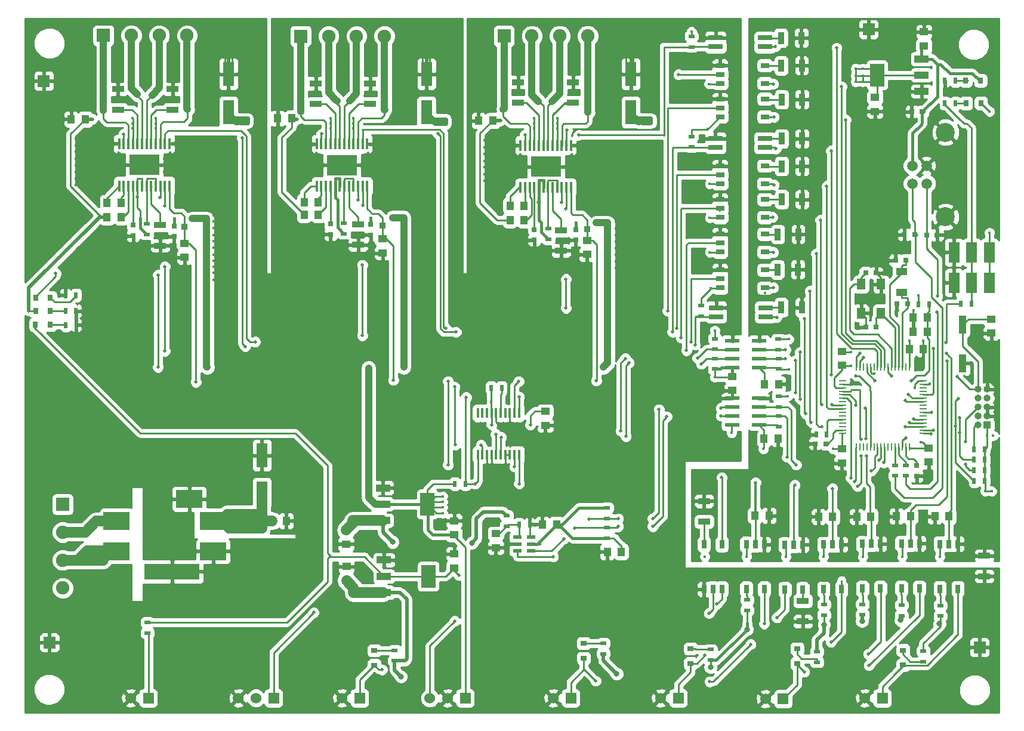
<source format=gtl>
G04 #@! TF.FileFunction,Copper,L1,Top,Signal*
%FSLAX46Y46*%
G04 Gerber Fmt 4.6, Leading zero omitted, Abs format (unit mm)*
G04 Created by KiCad (PCBNEW 4.0.1-stable) date 2018/05/08 19:42:46*
%MOMM*%
G01*
G04 APERTURE LIST*
%ADD10C,0.150000*%
%ADD11C,0.400000*%
%ADD12C,1.900000*%
%ADD13R,1.900000X1.900000*%
%ADD14R,2.000000X3.200000*%
%ADD15R,2.000000X1.000000*%
%ADD16R,1.200000X0.800000*%
%ADD17R,1.200000X1.500000*%
%ADD18R,0.250000X1.000000*%
%ADD19R,1.000000X0.250000*%
%ADD20C,1.520000*%
%ADD21C,2.700000*%
%ADD22R,0.900000X1.700000*%
%ADD23R,1.600000X3.500000*%
%ADD24R,3.800000X2.500000*%
%ADD25R,7.900000X2.300000*%
%ADD26R,1.000000X1.250000*%
%ADD27R,0.750000X0.800000*%
%ADD28R,1.250000X1.000000*%
%ADD29R,0.850000X0.850000*%
%ADD30R,0.800000X0.750000*%
%ADD31R,0.500000X0.900000*%
%ADD32R,0.900000X0.500000*%
%ADD33R,1.700000X0.900000*%
%ADD34R,1.000000X2.500000*%
%ADD35R,1.500000X3.000000*%
%ADD36R,2.000000X0.530000*%
%ADD37R,1.200000X0.500000*%
%ADD38R,1.600000X1.000000*%
%ADD39R,0.800000X1.200000*%
%ADD40R,0.450000X1.650000*%
%ADD41R,4.320000X3.000000*%
%ADD42R,1.700000X1.700000*%
%ADD43R,1.000000X1.000000*%
%ADD44O,1.000000X1.000000*%
%ADD45C,1.524000*%
%ADD46R,1.524000X1.524000*%
%ADD47R,2.000000X0.800000*%
%ADD48R,0.450000X1.450000*%
%ADD49R,0.800000X0.900000*%
%ADD50R,0.900000X0.800000*%
%ADD51C,0.500380*%
%ADD52C,0.800100*%
%ADD53C,0.889000*%
%ADD54C,1.143000*%
%ADD55C,0.254000*%
%ADD56C,0.381000*%
%ADD57C,1.026000*%
%ADD58C,0.508000*%
%ADD59C,1.524000*%
G04 APERTURE END LIST*
D10*
D11*
X266475000Y-116120000D03*
X219070000Y-86320000D03*
X220070000Y-86320000D03*
X219070000Y-87320000D03*
X220070000Y-87320000D03*
X220070000Y-89220000D03*
X219070000Y-89220000D03*
X220070000Y-88220000D03*
X219070000Y-88220000D03*
X219070000Y-84420000D03*
X220070000Y-84420000D03*
X219070000Y-85420000D03*
X220070000Y-85420000D03*
X220070000Y-83520000D03*
X219070000Y-83520000D03*
X220070000Y-82520000D03*
X219070000Y-82520000D03*
X219070000Y-91020000D03*
X220070000Y-91020000D03*
X219070000Y-92020000D03*
X220070000Y-92020000D03*
X220070000Y-90120000D03*
X219070000Y-90120000D03*
X219070000Y-92920000D03*
X220070000Y-92920000D03*
X220070000Y-100520000D03*
X219070000Y-100520000D03*
X219070000Y-97720000D03*
X220070000Y-97720000D03*
X220070000Y-99620000D03*
X219070000Y-99620000D03*
X220070000Y-98620000D03*
X219070000Y-98620000D03*
X219070000Y-95820000D03*
X220070000Y-95820000D03*
X219070000Y-96820000D03*
X220070000Y-96820000D03*
X220070000Y-94920000D03*
X219070000Y-94920000D03*
X220070000Y-93920000D03*
X219070000Y-93920000D03*
X190320000Y-89920000D03*
X190320000Y-90820000D03*
X190320000Y-82320000D03*
X190320000Y-83320000D03*
X190320000Y-85220000D03*
X190320000Y-84220000D03*
X190320000Y-88020000D03*
X190320000Y-89020000D03*
X190320000Y-87120000D03*
X190320000Y-86120000D03*
X190320000Y-100020000D03*
X190320000Y-101020000D03*
X190320000Y-99120000D03*
X190320000Y-98320000D03*
X190320000Y-95520000D03*
X190320000Y-97420000D03*
X190320000Y-96420000D03*
X190320000Y-93620000D03*
X190320000Y-94620000D03*
X190320000Y-92720000D03*
X190320000Y-91820000D03*
X198520000Y-119560000D03*
X197540000Y-82420000D03*
X197540000Y-83420000D03*
X197540000Y-85320000D03*
X197540000Y-84320000D03*
X197540000Y-88120000D03*
X197540000Y-87220000D03*
X197540000Y-86220000D03*
X198440000Y-86220000D03*
X198440000Y-87220000D03*
X198440000Y-88120000D03*
X198440000Y-84320000D03*
X198440000Y-85320000D03*
X198440000Y-83420000D03*
X198440000Y-82420000D03*
X169640000Y-82320000D03*
X169640000Y-83320000D03*
X169640000Y-85220000D03*
X169640000Y-84220000D03*
X169640000Y-88020000D03*
X169640000Y-87120000D03*
X169640000Y-86120000D03*
X210190000Y-85220000D03*
X209190000Y-85220000D03*
X210190000Y-87120000D03*
X209190000Y-87120000D03*
X210190000Y-86120000D03*
X209190000Y-86120000D03*
X202290000Y-86120000D03*
X203290000Y-86120000D03*
X202290000Y-87120000D03*
X203290000Y-87120000D03*
X202290000Y-85220000D03*
X203290000Y-85220000D03*
X181190000Y-85020000D03*
X180190000Y-85020000D03*
X181190000Y-86920000D03*
X180190000Y-86920000D03*
X181190000Y-85920000D03*
X180190000Y-85920000D03*
X153090000Y-85020000D03*
X152090000Y-85020000D03*
X153090000Y-86920000D03*
X152090000Y-86920000D03*
X153090000Y-85920000D03*
X152090000Y-85920000D03*
X173390000Y-85920000D03*
X174390000Y-85920000D03*
X173390000Y-86920000D03*
X174390000Y-86920000D03*
X173390000Y-85020000D03*
X174390000Y-85020000D03*
X144490000Y-88720000D03*
X143490000Y-88720000D03*
X142490000Y-88720000D03*
X140390000Y-88720000D03*
X141390000Y-88720000D03*
X139590000Y-88720000D03*
X139590000Y-82120000D03*
X139590000Y-83120000D03*
X139590000Y-85020000D03*
X139590000Y-84020000D03*
X139590000Y-87820000D03*
X139590000Y-86920000D03*
X139590000Y-85920000D03*
X140390000Y-85920000D03*
X141390000Y-85920000D03*
X140390000Y-86920000D03*
X141390000Y-86920000D03*
X141390000Y-87820000D03*
X140390000Y-87820000D03*
X140390000Y-84020000D03*
X141390000Y-84020000D03*
X140390000Y-85020000D03*
X141390000Y-85020000D03*
X141390000Y-83120000D03*
X140390000Y-83120000D03*
X141390000Y-82120000D03*
X140390000Y-82120000D03*
X210100000Y-73100000D03*
X210100000Y-72200000D03*
X202300000Y-72200000D03*
X202300000Y-73200000D03*
X181400000Y-73400000D03*
X181400000Y-72400000D03*
X173500000Y-72200000D03*
X173500000Y-73300000D03*
X153200000Y-74100000D03*
X153200000Y-73200000D03*
X145500000Y-73300000D03*
X145500000Y-74100000D03*
X159740000Y-70120000D03*
X160740000Y-70120000D03*
X161740000Y-70120000D03*
X162740000Y-70120000D03*
X162740000Y-69220000D03*
X161740000Y-69220000D03*
X160740000Y-69220000D03*
X159740000Y-69220000D03*
X162740000Y-68220000D03*
X161740000Y-68220000D03*
X160740000Y-68220000D03*
X159740000Y-68220000D03*
X187740000Y-68420000D03*
X188740000Y-68420000D03*
X189740000Y-68420000D03*
X190740000Y-68420000D03*
X187740000Y-69420000D03*
X188740000Y-69420000D03*
X189740000Y-69420000D03*
X190740000Y-69420000D03*
X190740000Y-70320000D03*
X189740000Y-70320000D03*
X188740000Y-70320000D03*
X187740000Y-70320000D03*
X216640000Y-70220000D03*
X217640000Y-70220000D03*
X218640000Y-70220000D03*
X219640000Y-70220000D03*
X219640000Y-69320000D03*
X218640000Y-69320000D03*
X217640000Y-69320000D03*
X216640000Y-69320000D03*
X219640000Y-68320000D03*
X218640000Y-68320000D03*
X217640000Y-68320000D03*
X216640000Y-68320000D03*
X182440000Y-85220000D03*
X240600000Y-117000000D03*
X240600000Y-118700000D03*
X234150000Y-137270000D03*
X233150000Y-137820000D03*
X238550000Y-137920000D03*
X239550000Y-137370000D03*
X244850000Y-137470000D03*
X243850000Y-138020000D03*
X249250000Y-137920000D03*
X250250000Y-137370000D03*
X254650000Y-137920000D03*
X255650000Y-137370000D03*
X261250000Y-137370000D03*
X260250000Y-137920000D03*
X268100000Y-136920000D03*
X269100000Y-137920000D03*
X268100000Y-138470000D03*
X268050000Y-135420000D03*
X269050000Y-136420000D03*
X269050000Y-134870000D03*
X259400000Y-125200000D03*
X237100000Y-126200000D03*
X247000000Y-126200000D03*
X249500000Y-114400000D03*
X249550000Y-116970000D03*
X257800000Y-110820000D03*
X260750000Y-116970000D03*
X252800000Y-115500000D03*
X249550000Y-112470000D03*
X250450000Y-108870000D03*
X259800000Y-110800000D03*
X258600000Y-117500000D03*
X259100000Y-104420000D03*
X255900000Y-106900000D03*
X258400000Y-106500000D03*
X252850000Y-104870000D03*
X253800000Y-104900000D03*
X268600000Y-132200000D03*
X269500000Y-132200000D03*
X269700000Y-124300000D03*
X268950000Y-111170000D03*
X269950000Y-112170000D03*
X269950000Y-113720000D03*
X268950000Y-112720000D03*
X269000000Y-115770000D03*
X270000000Y-115220000D03*
X269000000Y-114220000D03*
X269200000Y-95520000D03*
X252700000Y-72220000D03*
X253700000Y-72220000D03*
X253700000Y-74100000D03*
X252700000Y-73220000D03*
X253700000Y-73220000D03*
X252700000Y-74120000D03*
X250200000Y-74120000D03*
X240700000Y-110600000D03*
X240700000Y-114900000D03*
X232600000Y-123900000D03*
X230200000Y-116000000D03*
X230200000Y-109400000D03*
X205400000Y-139700000D03*
X226900000Y-67000000D03*
X229200000Y-80800000D03*
X229400000Y-74400000D03*
X229500000Y-88600000D03*
X229500000Y-93400000D03*
X229600000Y-103400000D03*
X229500000Y-98300000D03*
X191600000Y-134500000D03*
X191600000Y-135300000D03*
X191600000Y-133700000D03*
X171000000Y-79400000D03*
X141900000Y-79400000D03*
X147600000Y-79300000D03*
X189440000Y-91820000D03*
X188440000Y-91820000D03*
X187440000Y-91820000D03*
X187440000Y-92720000D03*
X188440000Y-92720000D03*
X189440000Y-92720000D03*
X189440000Y-94620000D03*
X188440000Y-94620000D03*
X187440000Y-94620000D03*
X189440000Y-93620000D03*
X188440000Y-93620000D03*
X187440000Y-93620000D03*
X187440000Y-96420000D03*
X188440000Y-96420000D03*
X189440000Y-96420000D03*
X187440000Y-97420000D03*
X188440000Y-97420000D03*
X189440000Y-97420000D03*
X189440000Y-95520000D03*
X188440000Y-95520000D03*
X187440000Y-95520000D03*
X187440000Y-98320000D03*
X188440000Y-98320000D03*
X189440000Y-98320000D03*
X187440000Y-99120000D03*
X188440000Y-99120000D03*
X189440000Y-99120000D03*
X189440000Y-101020000D03*
X188440000Y-101020000D03*
X187440000Y-101020000D03*
X189440000Y-100020000D03*
X188440000Y-100020000D03*
X187440000Y-100020000D03*
X162240000Y-100320000D03*
X162240000Y-102220000D03*
X162240000Y-101220000D03*
X159140000Y-101220000D03*
X160140000Y-101220000D03*
X161140000Y-101220000D03*
X159140000Y-102220000D03*
X160140000Y-102220000D03*
X161140000Y-102220000D03*
X161140000Y-100320000D03*
X160140000Y-100320000D03*
X159140000Y-100320000D03*
X162240000Y-99520000D03*
X161140000Y-99520000D03*
X160140000Y-99520000D03*
X159140000Y-99520000D03*
X159140000Y-96720000D03*
X160140000Y-96720000D03*
X161140000Y-96720000D03*
X161140000Y-98620000D03*
X160140000Y-98620000D03*
X159140000Y-98620000D03*
X161140000Y-97620000D03*
X160140000Y-97620000D03*
X159140000Y-97620000D03*
X162240000Y-97620000D03*
X162240000Y-98620000D03*
X162240000Y-96720000D03*
X162240000Y-93920000D03*
X162240000Y-95820000D03*
X162240000Y-94820000D03*
X159140000Y-94820000D03*
X160140000Y-94820000D03*
X161140000Y-94820000D03*
X159140000Y-95820000D03*
X160140000Y-95820000D03*
X161140000Y-95820000D03*
X161140000Y-93920000D03*
X160140000Y-93920000D03*
X159140000Y-93920000D03*
X216140000Y-93920000D03*
X217140000Y-93920000D03*
X218140000Y-93920000D03*
X216140000Y-94920000D03*
X217140000Y-94920000D03*
X218140000Y-94920000D03*
X218140000Y-96820000D03*
X217140000Y-96820000D03*
X216140000Y-96820000D03*
X218140000Y-95820000D03*
X217140000Y-95820000D03*
X216140000Y-95820000D03*
X216140000Y-98620000D03*
X217140000Y-98620000D03*
X218140000Y-98620000D03*
X216140000Y-99620000D03*
X217140000Y-99620000D03*
X218140000Y-99620000D03*
X218140000Y-97720000D03*
X217140000Y-97720000D03*
X216140000Y-97720000D03*
X216140000Y-100520000D03*
X217140000Y-100520000D03*
X218140000Y-100520000D03*
X162600000Y-80000000D03*
X162600000Y-79300000D03*
X163300000Y-79300000D03*
X163300000Y-80000000D03*
X164000000Y-80000000D03*
X164000000Y-79300000D03*
X220400000Y-80000000D03*
X220400000Y-79300000D03*
X192100000Y-79400000D03*
X192100000Y-80100000D03*
X191400000Y-80100000D03*
X191400000Y-79400000D03*
X207850000Y-80000000D03*
X207850000Y-79300000D03*
X207850000Y-80700000D03*
X221200000Y-80000000D03*
X221200000Y-79300000D03*
X190700000Y-79400000D03*
X190700000Y-80100000D03*
X204600000Y-80700000D03*
X204600000Y-79300000D03*
X204600000Y-80000000D03*
X219600000Y-80000000D03*
X219600000Y-79300000D03*
X178900000Y-80700000D03*
X178900000Y-79300000D03*
X178900000Y-80000000D03*
X175700000Y-80000000D03*
X175700000Y-79300000D03*
X175700000Y-80700000D03*
X150900000Y-80000000D03*
X150900000Y-79300000D03*
X150900000Y-80700000D03*
X147600000Y-80700000D03*
X199800000Y-79600000D03*
X147600000Y-80000000D03*
X148700000Y-93500000D03*
X153500000Y-93500000D03*
X156100000Y-93500000D03*
X158100000Y-93500000D03*
X157100000Y-93500000D03*
X215000000Y-94100000D03*
X214200000Y-94100000D03*
X213400000Y-94100000D03*
X210500000Y-94100000D03*
X205600000Y-94100000D03*
X176700000Y-93400000D03*
X181400000Y-93400000D03*
X184500000Y-93400000D03*
X185300000Y-93400000D03*
X186100000Y-93400000D03*
X142490000Y-82120000D03*
X143490000Y-82120000D03*
X144490000Y-82120000D03*
X142490000Y-83120000D03*
X143490000Y-83120000D03*
X144490000Y-83120000D03*
X144490000Y-85020000D03*
X143490000Y-85020000D03*
X142490000Y-85020000D03*
X144490000Y-84020000D03*
X143490000Y-84020000D03*
X142490000Y-84020000D03*
X142490000Y-87820000D03*
X143490000Y-87820000D03*
X144490000Y-87820000D03*
X144490000Y-86920000D03*
X143490000Y-86920000D03*
X142490000Y-86920000D03*
X144490000Y-85920000D03*
X143490000Y-85920000D03*
X142490000Y-85920000D03*
X154090000Y-90920000D03*
X155090000Y-90920000D03*
X156090000Y-90920000D03*
X157090000Y-90920000D03*
X154090000Y-91920000D03*
X155090000Y-91920000D03*
X156090000Y-91920000D03*
X157090000Y-91920000D03*
X157090000Y-90020000D03*
X156090000Y-90020000D03*
X155090000Y-90020000D03*
X154090000Y-90020000D03*
X158090000Y-90020000D03*
X159090000Y-90020000D03*
X160090000Y-90020000D03*
X161090000Y-90020000D03*
X161090000Y-91920000D03*
X160090000Y-91920000D03*
X159090000Y-91920000D03*
X158090000Y-91920000D03*
X161090000Y-90920000D03*
X160090000Y-90920000D03*
X159090000Y-90920000D03*
X158090000Y-90920000D03*
X162190000Y-90920000D03*
X162190000Y-91920000D03*
X162190000Y-90020000D03*
X162190000Y-86220000D03*
X162190000Y-87220000D03*
X162190000Y-89120000D03*
X162190000Y-88120000D03*
X162190000Y-84320000D03*
X162190000Y-85320000D03*
X162190000Y-83420000D03*
X162190000Y-82420000D03*
X158090000Y-82420000D03*
X159090000Y-82420000D03*
X160090000Y-82420000D03*
X161090000Y-82420000D03*
X158090000Y-83420000D03*
X159090000Y-83420000D03*
X160090000Y-83420000D03*
X161090000Y-83420000D03*
X161090000Y-85320000D03*
X160090000Y-85320000D03*
X159090000Y-85320000D03*
X158090000Y-85320000D03*
X161090000Y-84320000D03*
X160090000Y-84320000D03*
X159090000Y-84320000D03*
X158090000Y-84320000D03*
X158090000Y-88120000D03*
X159090000Y-88120000D03*
X160090000Y-88120000D03*
X161090000Y-88120000D03*
X158090000Y-89120000D03*
X159090000Y-89120000D03*
X160090000Y-89120000D03*
X161090000Y-89120000D03*
X161090000Y-87220000D03*
X160090000Y-87220000D03*
X159090000Y-87220000D03*
X158090000Y-87220000D03*
X161090000Y-86220000D03*
X160090000Y-86220000D03*
X159090000Y-86220000D03*
X158090000Y-86220000D03*
X154090000Y-86220000D03*
X155090000Y-86220000D03*
X156090000Y-86220000D03*
X157090000Y-86220000D03*
X154090000Y-87220000D03*
X155090000Y-87220000D03*
X156090000Y-87220000D03*
X157090000Y-87220000D03*
X157090000Y-89120000D03*
X156090000Y-89120000D03*
X155090000Y-89120000D03*
X154090000Y-89120000D03*
X157090000Y-88120000D03*
X156090000Y-88120000D03*
X155090000Y-88120000D03*
X154090000Y-88120000D03*
X154090000Y-84320000D03*
X155090000Y-84320000D03*
X156090000Y-84320000D03*
X157090000Y-84320000D03*
X154090000Y-85320000D03*
X155090000Y-85320000D03*
X156090000Y-85320000D03*
X157090000Y-85320000D03*
X157090000Y-83420000D03*
X156090000Y-83420000D03*
X155090000Y-83420000D03*
X154090000Y-83420000D03*
X157090000Y-82420000D03*
X156090000Y-82420000D03*
X155090000Y-82420000D03*
X154090000Y-82420000D03*
D12*
X155340000Y-67530000D03*
X151380000Y-67530000D03*
D13*
X143460000Y-67530000D03*
D12*
X147420000Y-67530000D03*
D11*
X170440000Y-86120000D03*
X171440000Y-86120000D03*
X172440000Y-86120000D03*
X170440000Y-87120000D03*
X171440000Y-87120000D03*
X172440000Y-87120000D03*
X172440000Y-88020000D03*
X171440000Y-88020000D03*
X170440000Y-88020000D03*
X170440000Y-84220000D03*
X171440000Y-84220000D03*
X172440000Y-84220000D03*
X170440000Y-85220000D03*
X171440000Y-85220000D03*
X172440000Y-85220000D03*
X172440000Y-83320000D03*
X171440000Y-83320000D03*
X170440000Y-83320000D03*
X172440000Y-82320000D03*
X171440000Y-82320000D03*
X170440000Y-82320000D03*
X182440000Y-82320000D03*
X183440000Y-82320000D03*
X184440000Y-82320000D03*
X185440000Y-82320000D03*
X182440000Y-83320000D03*
X183440000Y-83320000D03*
X184440000Y-83320000D03*
X185440000Y-83320000D03*
X185440000Y-85220000D03*
X184440000Y-85220000D03*
X183440000Y-85220000D03*
X185440000Y-84220000D03*
X184440000Y-84220000D03*
X183440000Y-84220000D03*
X182440000Y-84220000D03*
X182440000Y-88020000D03*
X183440000Y-88020000D03*
X184440000Y-88020000D03*
X185440000Y-88020000D03*
X182440000Y-89020000D03*
X183440000Y-89020000D03*
X184440000Y-89020000D03*
X185440000Y-89020000D03*
X185440000Y-87120000D03*
X184440000Y-87120000D03*
X183440000Y-87120000D03*
X182440000Y-87120000D03*
X185440000Y-86120000D03*
X184440000Y-86120000D03*
X183440000Y-86120000D03*
X182440000Y-86120000D03*
X186440000Y-86120000D03*
X187440000Y-86120000D03*
X188440000Y-86120000D03*
X189440000Y-86120000D03*
X186440000Y-87120000D03*
X187440000Y-87120000D03*
X188440000Y-87120000D03*
X189440000Y-87120000D03*
X189440000Y-89020000D03*
X188440000Y-89020000D03*
X187440000Y-89020000D03*
X186440000Y-89020000D03*
X189440000Y-88020000D03*
X188440000Y-88020000D03*
X187440000Y-88020000D03*
X186440000Y-88020000D03*
X186440000Y-84220000D03*
X187440000Y-84220000D03*
X188440000Y-84220000D03*
X189440000Y-84220000D03*
X186440000Y-85220000D03*
X187440000Y-85220000D03*
X188440000Y-85220000D03*
X189440000Y-85220000D03*
X189440000Y-83320000D03*
X188440000Y-83320000D03*
X187440000Y-83320000D03*
X186440000Y-83320000D03*
X189440000Y-82320000D03*
X188440000Y-82320000D03*
X187440000Y-82320000D03*
X186440000Y-82320000D03*
X162240000Y-93020000D03*
X186440000Y-90820000D03*
X187440000Y-90820000D03*
X188440000Y-90820000D03*
X189440000Y-90820000D03*
X186440000Y-91820000D03*
X159140000Y-93020000D03*
X160140000Y-93020000D03*
X161140000Y-93020000D03*
X189440000Y-89920000D03*
X188440000Y-89920000D03*
X187440000Y-89920000D03*
X186440000Y-89920000D03*
X182440000Y-89920000D03*
X183440000Y-89920000D03*
X184440000Y-89920000D03*
X185440000Y-89920000D03*
X185440000Y-91820000D03*
X184440000Y-91820000D03*
X183440000Y-91820000D03*
X182440000Y-91820000D03*
X185440000Y-90820000D03*
X184440000Y-90820000D03*
X183440000Y-90820000D03*
X182440000Y-90820000D03*
X199340000Y-82420000D03*
X200340000Y-82420000D03*
X201340000Y-82420000D03*
X199340000Y-83420000D03*
X200340000Y-83420000D03*
X201340000Y-83420000D03*
X201340000Y-85320000D03*
X200340000Y-85320000D03*
X199340000Y-85320000D03*
X201340000Y-84320000D03*
X200340000Y-84320000D03*
X199340000Y-84320000D03*
X199340000Y-88120000D03*
X200340000Y-88120000D03*
X201340000Y-88120000D03*
X201340000Y-87220000D03*
X200340000Y-87220000D03*
X199340000Y-87220000D03*
X201340000Y-86220000D03*
X200340000Y-86220000D03*
X199340000Y-86220000D03*
X218140000Y-92920000D03*
X217140000Y-92920000D03*
X216140000Y-92920000D03*
X215140000Y-92920000D03*
X213140000Y-92920000D03*
X214140000Y-92920000D03*
X211140000Y-91020000D03*
X212140000Y-91020000D03*
X213140000Y-91020000D03*
X214140000Y-91020000D03*
X211140000Y-92020000D03*
X212140000Y-92020000D03*
X213140000Y-92020000D03*
X214140000Y-92020000D03*
X214140000Y-90120000D03*
X213140000Y-90120000D03*
X212140000Y-90120000D03*
X211140000Y-90120000D03*
X215140000Y-90120000D03*
X216140000Y-90120000D03*
X217140000Y-90120000D03*
X218140000Y-90120000D03*
X218140000Y-92020000D03*
X217140000Y-92020000D03*
X216140000Y-92020000D03*
X215140000Y-92020000D03*
X218140000Y-91020000D03*
X217140000Y-91020000D03*
X216140000Y-91020000D03*
X215140000Y-91020000D03*
X215140000Y-82520000D03*
X216140000Y-82520000D03*
X217140000Y-82520000D03*
X218140000Y-82520000D03*
X215140000Y-83520000D03*
X216140000Y-83520000D03*
X217140000Y-83520000D03*
X218140000Y-83520000D03*
X218140000Y-85420000D03*
X217140000Y-85420000D03*
X216140000Y-85420000D03*
X215140000Y-85420000D03*
X218140000Y-84420000D03*
X217140000Y-84420000D03*
X216140000Y-84420000D03*
X215140000Y-84420000D03*
X215140000Y-88220000D03*
X216140000Y-88220000D03*
X217140000Y-88220000D03*
X218140000Y-88220000D03*
X215140000Y-89220000D03*
X216140000Y-89220000D03*
X217140000Y-89220000D03*
X218140000Y-89220000D03*
X218140000Y-87320000D03*
X217140000Y-87320000D03*
X216140000Y-87320000D03*
X215140000Y-87320000D03*
X218140000Y-86320000D03*
X217140000Y-86320000D03*
X216140000Y-86320000D03*
X215140000Y-86320000D03*
X211140000Y-86320000D03*
X212140000Y-86320000D03*
X213140000Y-86320000D03*
X214140000Y-86320000D03*
X211140000Y-87320000D03*
X212140000Y-87320000D03*
X213140000Y-87320000D03*
X214140000Y-87320000D03*
X214140000Y-89220000D03*
X213140000Y-89220000D03*
X212140000Y-89220000D03*
X211140000Y-89220000D03*
X214140000Y-88220000D03*
X213140000Y-88220000D03*
X212140000Y-88220000D03*
X211140000Y-88220000D03*
X211140000Y-84420000D03*
X212140000Y-84420000D03*
X213140000Y-84420000D03*
X214140000Y-84420000D03*
X211140000Y-85420000D03*
X212140000Y-85420000D03*
X213140000Y-85420000D03*
X214140000Y-85420000D03*
D14*
X253250000Y-73150000D03*
D15*
X259550000Y-73150000D03*
X259550000Y-70850000D03*
X259550000Y-75450000D03*
D16*
X237320000Y-103345000D03*
X237320000Y-100805000D03*
X230970000Y-102075000D03*
X230970000Y-100805000D03*
X230970000Y-103345000D03*
D17*
X253775000Y-106925000D03*
X253775000Y-102825000D03*
X250975000Y-102825000D03*
X250975000Y-106925000D03*
D18*
X257800000Y-114550000D03*
X257300000Y-114550000D03*
X256800000Y-114550000D03*
X256300000Y-114550000D03*
X255800000Y-114550000D03*
X255300000Y-114550000D03*
X254800000Y-114550000D03*
X254300000Y-114550000D03*
X253800000Y-114550000D03*
X253300000Y-114550000D03*
X252800000Y-114550000D03*
X252300000Y-114550000D03*
X251800000Y-114550000D03*
X251300000Y-114550000D03*
X250800000Y-114550000D03*
X250300000Y-114550000D03*
D19*
X248350000Y-116500000D03*
X248350000Y-117000000D03*
X248350000Y-117500000D03*
X248350000Y-118000000D03*
X248350000Y-118500000D03*
X248350000Y-119000000D03*
X248350000Y-119500000D03*
X248350000Y-120000000D03*
X248350000Y-120500000D03*
X248350000Y-121000000D03*
X248350000Y-121500000D03*
X248350000Y-122000000D03*
X248350000Y-122500000D03*
X248350000Y-123000000D03*
X248350000Y-123500000D03*
X248350000Y-124000000D03*
D18*
X250300000Y-125950000D03*
X250800000Y-125950000D03*
X251300000Y-125950000D03*
X251800000Y-125950000D03*
X252300000Y-125950000D03*
X252800000Y-125950000D03*
X253300000Y-125950000D03*
X253800000Y-125950000D03*
X254300000Y-125950000D03*
X254800000Y-125950000D03*
X255300000Y-125950000D03*
X255800000Y-125950000D03*
X256300000Y-125950000D03*
X256800000Y-125950000D03*
X257300000Y-125950000D03*
X257800000Y-125950000D03*
D19*
X259750000Y-124000000D03*
X259750000Y-123500000D03*
X259750000Y-123000000D03*
X259750000Y-122500000D03*
X259750000Y-122000000D03*
X259750000Y-121500000D03*
X259750000Y-121000000D03*
X259750000Y-120500000D03*
X259750000Y-120000000D03*
X259750000Y-119500000D03*
X259750000Y-119000000D03*
X259750000Y-118500000D03*
X259750000Y-118000000D03*
X259750000Y-117500000D03*
X259750000Y-117000000D03*
X259750000Y-116500000D03*
D20*
X258250000Y-88540000D03*
X258250000Y-86000000D03*
X260250000Y-86000000D03*
X260250000Y-88540000D03*
D21*
X262950000Y-93270000D03*
X262950000Y-81270000D03*
D11*
X260564000Y-129538000D03*
X260564000Y-130538000D03*
X205994000Y-143256000D03*
X204216000Y-143256000D03*
X202438000Y-143256000D03*
X238100000Y-119000000D03*
X245618000Y-141478000D03*
X234696000Y-141478000D03*
X240284000Y-141478000D03*
X251206000Y-141478000D03*
X256794000Y-141478000D03*
X228800000Y-141450000D03*
X268800000Y-124300000D03*
X262128000Y-141478000D03*
D22*
X239600000Y-67875000D03*
X242500000Y-67875000D03*
D16*
X237330000Y-79075000D03*
X237330000Y-76535000D03*
X230980000Y-77805000D03*
X230980000Y-76535000D03*
X230980000Y-79075000D03*
D14*
X189430000Y-134030000D03*
D15*
X183130000Y-134030000D03*
X183130000Y-136330000D03*
X183130000Y-131730000D03*
D11*
X140970000Y-106680000D03*
D23*
X165950000Y-132500000D03*
X165950000Y-127100000D03*
D11*
X161950000Y-135450000D03*
X162950000Y-135450000D03*
X161950000Y-136450000D03*
X162950000Y-136450000D03*
X161950000Y-137450000D03*
X162950000Y-137450000D03*
X154350000Y-148550000D03*
X156350000Y-148550000D03*
X156300000Y-146150000D03*
X154300000Y-146150000D03*
X150200000Y-146150000D03*
X152200000Y-146150000D03*
X152250000Y-148550000D03*
X150250000Y-148550000D03*
X168050000Y-148550000D03*
X170050000Y-148550000D03*
X170000000Y-146150000D03*
X168000000Y-146150000D03*
X169900000Y-143600000D03*
X167900000Y-143600000D03*
X166100000Y-143600000D03*
X166200000Y-146150000D03*
X166250000Y-148550000D03*
X158450000Y-148550000D03*
X160450000Y-148550000D03*
X160400000Y-146150000D03*
X158400000Y-146150000D03*
X160300000Y-143600000D03*
X158300000Y-143600000D03*
X162100000Y-143600000D03*
X164100000Y-143600000D03*
X162200000Y-146150000D03*
X164200000Y-146150000D03*
X164250000Y-148550000D03*
X162250000Y-148550000D03*
X153950000Y-141050000D03*
X155950000Y-141050000D03*
X153900000Y-138650000D03*
X153800000Y-136100000D03*
X150000000Y-136100000D03*
X152000000Y-136100000D03*
X151950000Y-133700000D03*
X149950000Y-133700000D03*
X150100000Y-138650000D03*
X152100000Y-138650000D03*
X152150000Y-141050000D03*
X150150000Y-141050000D03*
D24*
X155650000Y-133300000D03*
X159050000Y-136400000D03*
X159050000Y-140700000D03*
D25*
X153200000Y-143600000D03*
D24*
X145350000Y-136400000D03*
X145350000Y-140700000D03*
D11*
X230950000Y-94939000D03*
D23*
X218300000Y-78400000D03*
X218300000Y-73000000D03*
D11*
X252000000Y-104900000D03*
X251050000Y-104870000D03*
X237300000Y-104083000D03*
X266850000Y-149100000D03*
X268850000Y-149100000D03*
X267850000Y-150100000D03*
X267800000Y-148300000D03*
X268800000Y-147300000D03*
X266800000Y-147300000D03*
X260200000Y-160150000D03*
X262200000Y-160150000D03*
X261200000Y-161150000D03*
X261250000Y-162950000D03*
X262250000Y-161950000D03*
X260250000Y-161950000D03*
X225000000Y-147200000D03*
X223000000Y-147200000D03*
X221000000Y-147200000D03*
X219000000Y-147200000D03*
X217000000Y-147200000D03*
X224000000Y-146200000D03*
X222000000Y-146200000D03*
X220000000Y-146200000D03*
X218000000Y-146200000D03*
X216000000Y-146200000D03*
X191600000Y-132900000D03*
X203962000Y-135636000D03*
X156200000Y-143600000D03*
X154200000Y-143600000D03*
X152200000Y-143600000D03*
X150200000Y-143600000D03*
X230950000Y-85033000D03*
X230950000Y-89859000D03*
X230950000Y-99575000D03*
X216150000Y-150700000D03*
X218150000Y-150700000D03*
X220150000Y-150700000D03*
X222150000Y-150700000D03*
X224150000Y-150700000D03*
X217150000Y-151700000D03*
X219150000Y-151700000D03*
X221150000Y-151700000D03*
X223150000Y-151700000D03*
X225150000Y-151700000D03*
X251200000Y-73220000D03*
X250200000Y-73220000D03*
X251200000Y-74100000D03*
X251200000Y-72220000D03*
X250200000Y-72220000D03*
X269200000Y-78320000D03*
D12*
X137700000Y-145930000D03*
X137700000Y-141970000D03*
D13*
X137700000Y-134050000D03*
D12*
X137700000Y-138010000D03*
D11*
X165950000Y-137450000D03*
X164950000Y-137450000D03*
X163950000Y-137450000D03*
X132890000Y-106570000D03*
X165950000Y-136450000D03*
X164950000Y-136450000D03*
X163950000Y-136450000D03*
X178950000Y-146600000D03*
X178850000Y-136350000D03*
X229600000Y-157150000D03*
X165950000Y-135450000D03*
X164950000Y-135450000D03*
X163950000Y-135450000D03*
X214140000Y-83520000D03*
X213140000Y-83520000D03*
X212140000Y-83520000D03*
X211140000Y-83520000D03*
X214140000Y-82520000D03*
X213140000Y-82520000D03*
X212140000Y-82520000D03*
X211140000Y-82520000D03*
X243750000Y-98975000D03*
X207740000Y-87170000D03*
X206740000Y-87170000D03*
X205740000Y-87170000D03*
X204740000Y-87170000D03*
X178940000Y-86970000D03*
X177940000Y-86970000D03*
X176940000Y-86970000D03*
X175940000Y-86970000D03*
X150790000Y-86920000D03*
X149790000Y-86920000D03*
X148790000Y-86920000D03*
X147790000Y-86920000D03*
X207740000Y-86170000D03*
X206740000Y-86170000D03*
X205740000Y-86170000D03*
X204740000Y-86170000D03*
X178940000Y-85970000D03*
X177940000Y-85970000D03*
X176940000Y-85970000D03*
X175940000Y-85970000D03*
X150790000Y-85920000D03*
X149790000Y-85920000D03*
X148790000Y-85920000D03*
X147790000Y-85920000D03*
X207740000Y-85170000D03*
X206740000Y-85170000D03*
X205740000Y-85170000D03*
X204740000Y-85170000D03*
X178940000Y-84970000D03*
X177940000Y-84970000D03*
X176940000Y-84970000D03*
X175940000Y-84970000D03*
X150790000Y-84920000D03*
X149790000Y-84920000D03*
X148790000Y-84920000D03*
D26*
X235900000Y-135650000D03*
X237900000Y-135650000D03*
D27*
X147700000Y-95950000D03*
X147700000Y-94450000D03*
D26*
X138900000Y-79400000D03*
X140900000Y-79400000D03*
D23*
X161200000Y-78400000D03*
X161200000Y-73000000D03*
D26*
X145978000Y-93288000D03*
X143978000Y-93288000D03*
D27*
X153500000Y-96050000D03*
X153500000Y-94550000D03*
D26*
X143978000Y-91256000D03*
X145978000Y-91256000D03*
D28*
X155000000Y-97000000D03*
X155000000Y-99000000D03*
D29*
X155000000Y-94700000D03*
D28*
X177950000Y-144850000D03*
X177950000Y-142850000D03*
X259900000Y-69000000D03*
X259900000Y-67000000D03*
X193240000Y-138390000D03*
X193240000Y-136390000D03*
X252950000Y-76300000D03*
X252950000Y-78300000D03*
X177900000Y-137700000D03*
X177900000Y-139700000D03*
X193230000Y-143070000D03*
X193230000Y-141070000D03*
D30*
X244450000Y-125450000D03*
X245950000Y-125450000D03*
D27*
X258850000Y-130050000D03*
X258850000Y-128550000D03*
D30*
X251625000Y-108925000D03*
X253125000Y-108925000D03*
D28*
X269450000Y-107750000D03*
X269450000Y-109750000D03*
D30*
X253125000Y-101225000D03*
X251625000Y-101225000D03*
D26*
X260350000Y-107550000D03*
X258350000Y-107550000D03*
D30*
X256050000Y-105580000D03*
X257550000Y-105580000D03*
D26*
X260350000Y-109600000D03*
X258350000Y-109600000D03*
D28*
X248250000Y-114350000D03*
X248250000Y-112350000D03*
D26*
X237250000Y-117000000D03*
X239250000Y-117000000D03*
D28*
X260550000Y-126050000D03*
X260550000Y-128050000D03*
D30*
X255850000Y-99430000D03*
X257350000Y-99430000D03*
D28*
X248250000Y-126200000D03*
X248250000Y-128200000D03*
D26*
X257800000Y-112050000D03*
X259800000Y-112050000D03*
X167400000Y-136400000D03*
X169400000Y-136400000D03*
D28*
X206170000Y-122860000D03*
X206170000Y-120860000D03*
D26*
X258000000Y-135750000D03*
X256000000Y-135750000D03*
X263450000Y-135750000D03*
X261450000Y-135750000D03*
D28*
X232700000Y-117900000D03*
X232700000Y-115900000D03*
D26*
X246950000Y-135800000D03*
X244950000Y-135800000D03*
X237200000Y-124750000D03*
X239200000Y-124750000D03*
X216950000Y-140800000D03*
X214950000Y-140800000D03*
D27*
X175700000Y-95750000D03*
X175700000Y-94250000D03*
D28*
X199136000Y-138192000D03*
X199136000Y-140192000D03*
D27*
X204600000Y-96550000D03*
X204600000Y-95050000D03*
D26*
X168200000Y-79300000D03*
X170200000Y-79300000D03*
X196700000Y-79600000D03*
X198700000Y-79600000D03*
D23*
X189300000Y-78400000D03*
X189300000Y-73000000D03*
D26*
X207756000Y-136906000D03*
X205756000Y-136906000D03*
X173946000Y-92942000D03*
X171946000Y-92942000D03*
X203162000Y-93696000D03*
X201162000Y-93696000D03*
D27*
X181400000Y-95850000D03*
X181400000Y-94350000D03*
X210500000Y-96550000D03*
X210500000Y-95050000D03*
D26*
X171946000Y-91164000D03*
X173946000Y-91164000D03*
X201162000Y-91664000D03*
X203162000Y-91664000D03*
D28*
X183100000Y-96400000D03*
X183100000Y-98400000D03*
X212100000Y-96600000D03*
X212100000Y-98600000D03*
D26*
X252350000Y-135800000D03*
X250350000Y-135800000D03*
D29*
X183100000Y-94500000D03*
X212100000Y-95000000D03*
D31*
X259100000Y-105700000D03*
X260600000Y-105700000D03*
X246100000Y-124150000D03*
X244600000Y-124150000D03*
D32*
X244700000Y-156450000D03*
X244700000Y-154950000D03*
X259800000Y-156350000D03*
X259800000Y-154850000D03*
X214400000Y-153750000D03*
X214400000Y-155250000D03*
D33*
X228700000Y-136500000D03*
X228700000Y-133600000D03*
D32*
X229600000Y-154650000D03*
X229600000Y-156150000D03*
X184800000Y-154750000D03*
X184800000Y-156250000D03*
D31*
X268500000Y-130720000D03*
X267000000Y-130720000D03*
X268500000Y-129220000D03*
X267000000Y-129220000D03*
X268500000Y-127720000D03*
X267000000Y-127720000D03*
X268500000Y-126220000D03*
X267000000Y-126220000D03*
D32*
X257350000Y-130000000D03*
X257350000Y-128500000D03*
X255800000Y-130000000D03*
X255800000Y-128500000D03*
D31*
X138090000Y-106620000D03*
X139590000Y-106620000D03*
X139590000Y-104370000D03*
X138090000Y-104370000D03*
D32*
X149700000Y-150800000D03*
X149700000Y-152300000D03*
D31*
X266650000Y-105600000D03*
X265150000Y-105600000D03*
D32*
X239250000Y-114850000D03*
X239250000Y-113350000D03*
X239200000Y-110600000D03*
X239200000Y-112100000D03*
X149600000Y-95750000D03*
X149600000Y-94250000D03*
X228300000Y-105850000D03*
X228300000Y-107350000D03*
D33*
X145550000Y-78050000D03*
X145550000Y-75150000D03*
D31*
X193310000Y-131140000D03*
X194810000Y-131140000D03*
D33*
X153300000Y-78050000D03*
X153300000Y-75150000D03*
X268450000Y-141350000D03*
X268450000Y-144250000D03*
X242700000Y-150650000D03*
X242700000Y-147750000D03*
D32*
X239250000Y-123050000D03*
X239250000Y-121550000D03*
X239250000Y-118700000D03*
X239250000Y-120200000D03*
D22*
X239700000Y-90775000D03*
X242600000Y-90775000D03*
X239700000Y-86075000D03*
X242600000Y-86075000D03*
X239700000Y-82175000D03*
X242600000Y-82175000D03*
X239700000Y-76600000D03*
X242600000Y-76600000D03*
X239650000Y-71800000D03*
X242550000Y-71800000D03*
D32*
X214900000Y-134550000D03*
X214900000Y-136050000D03*
X214900000Y-138850000D03*
X214900000Y-137350000D03*
D31*
X202450000Y-136906000D03*
X203950000Y-136906000D03*
D32*
X226900000Y-81850000D03*
X226900000Y-83350000D03*
X177600000Y-95650000D03*
X177600000Y-94150000D03*
X226900000Y-67650000D03*
X226900000Y-69150000D03*
X206600000Y-96450000D03*
X206600000Y-94950000D03*
D33*
X179600000Y-94350000D03*
X179600000Y-97250000D03*
X208400000Y-95150000D03*
X208400000Y-98050000D03*
X173600000Y-77250000D03*
X173600000Y-74350000D03*
X202300000Y-77050000D03*
X202300000Y-74150000D03*
X181300000Y-77250000D03*
X181300000Y-74350000D03*
X210100000Y-77050000D03*
X210100000Y-74150000D03*
D34*
X265400000Y-108550000D03*
X265400000Y-114050000D03*
D35*
X269150000Y-102600000D03*
X266650000Y-102600000D03*
X264150000Y-102600000D03*
X264150000Y-98300000D03*
X266650000Y-98300000D03*
X269150000Y-98300000D03*
D36*
X236460000Y-122810000D03*
X236460000Y-121540000D03*
X236460000Y-120270000D03*
X236460000Y-119000000D03*
X232650000Y-119000000D03*
X232650000Y-120270000D03*
X232650000Y-121540000D03*
X232650000Y-122810000D03*
D37*
X202168000Y-139684000D03*
X202168000Y-138684000D03*
X202168000Y-140684000D03*
X204168000Y-140684000D03*
X204168000Y-139684000D03*
X204168000Y-138684000D03*
D30*
X260250000Y-95850000D03*
X261750000Y-95850000D03*
X258600000Y-95800000D03*
X257100000Y-95800000D03*
D38*
X256700000Y-103980000D03*
X256700000Y-100980000D03*
D36*
X236510000Y-114635000D03*
X236510000Y-113365000D03*
X236510000Y-112095000D03*
X236510000Y-110825000D03*
X232700000Y-110825000D03*
X232700000Y-112095000D03*
X232700000Y-113365000D03*
X232700000Y-114635000D03*
D12*
X183340000Y-67630000D03*
X179380000Y-67630000D03*
D13*
X171460000Y-67630000D03*
D12*
X175420000Y-67630000D03*
X212180000Y-67600000D03*
X208220000Y-67600000D03*
D13*
X200300000Y-67600000D03*
D12*
X204260000Y-67600000D03*
D39*
X231220000Y-139730000D03*
X228680000Y-139730000D03*
X229950000Y-146080000D03*
X228680000Y-146080000D03*
X231220000Y-146080000D03*
D16*
X237330000Y-93325000D03*
X237330000Y-90785000D03*
X230980000Y-92055000D03*
X230980000Y-90785000D03*
X230980000Y-93325000D03*
X237330000Y-88575000D03*
X237330000Y-86035000D03*
X230980000Y-87305000D03*
X230980000Y-86035000D03*
X230980000Y-88575000D03*
X237330000Y-74325000D03*
X237330000Y-71785000D03*
X230980000Y-73055000D03*
X230980000Y-71785000D03*
X230980000Y-74325000D03*
D39*
X234680000Y-146070000D03*
X237220000Y-146070000D03*
X235950000Y-139720000D03*
X237220000Y-139720000D03*
X234680000Y-139720000D03*
D40*
X173740000Y-88920000D03*
X174390000Y-88920000D03*
X175040000Y-88920000D03*
X175690000Y-88920000D03*
X176340000Y-88920000D03*
X176990000Y-88920000D03*
X177640000Y-88920000D03*
X178290000Y-88920000D03*
X178940000Y-88920000D03*
X179590000Y-88920000D03*
X180240000Y-88920000D03*
X180890000Y-88920000D03*
X180890000Y-82920000D03*
X180240000Y-82920000D03*
X179590000Y-82920000D03*
X178940000Y-82920000D03*
X178290000Y-82920000D03*
X177640000Y-82920000D03*
X176990000Y-82920000D03*
X176340000Y-82920000D03*
X175690000Y-82920000D03*
X175040000Y-82920000D03*
X174390000Y-82920000D03*
X173740000Y-82920000D03*
D41*
X177340000Y-85920000D03*
D40*
X202640000Y-89120000D03*
X203290000Y-89120000D03*
X203940000Y-89120000D03*
X204590000Y-89120000D03*
X205240000Y-89120000D03*
X205890000Y-89120000D03*
X206540000Y-89120000D03*
X207190000Y-89120000D03*
X207840000Y-89120000D03*
X208490000Y-89120000D03*
X209140000Y-89120000D03*
X209790000Y-89120000D03*
X209790000Y-83120000D03*
X209140000Y-83120000D03*
X208490000Y-83120000D03*
X207840000Y-83120000D03*
X207190000Y-83120000D03*
X206540000Y-83120000D03*
X205890000Y-83120000D03*
X205240000Y-83120000D03*
X204590000Y-83120000D03*
X203940000Y-83120000D03*
X203290000Y-83120000D03*
X202640000Y-83120000D03*
D41*
X206240000Y-86120000D03*
D40*
X145690000Y-88870000D03*
X146340000Y-88870000D03*
X146990000Y-88870000D03*
X147640000Y-88870000D03*
X148290000Y-88870000D03*
X148940000Y-88870000D03*
X149590000Y-88870000D03*
X150240000Y-88870000D03*
X150890000Y-88870000D03*
X151540000Y-88870000D03*
X152190000Y-88870000D03*
X152840000Y-88870000D03*
X152840000Y-82870000D03*
X152190000Y-82870000D03*
X151540000Y-82870000D03*
X150890000Y-82870000D03*
X150240000Y-82870000D03*
X149590000Y-82870000D03*
X148940000Y-82870000D03*
X148290000Y-82870000D03*
X147640000Y-82870000D03*
X146990000Y-82870000D03*
X146340000Y-82870000D03*
X145690000Y-82870000D03*
D41*
X149290000Y-85870000D03*
D11*
X147790000Y-84920000D03*
D33*
X151500000Y-94450000D03*
X151500000Y-97350000D03*
D14*
X189570000Y-144250000D03*
D15*
X183270000Y-144250000D03*
X183270000Y-146550000D03*
X183270000Y-141950000D03*
D31*
X264350000Y-77150000D03*
X262850000Y-77150000D03*
D39*
X256705000Y-145970000D03*
X259245000Y-145970000D03*
X257975000Y-139620000D03*
X259245000Y-139620000D03*
X256705000Y-139620000D03*
X262155000Y-146020000D03*
X264695000Y-146020000D03*
X263425000Y-139670000D03*
X264695000Y-139670000D03*
X262155000Y-139670000D03*
X245630000Y-146095000D03*
X248170000Y-146095000D03*
X246900000Y-139745000D03*
X248170000Y-139745000D03*
X245630000Y-139745000D03*
X251155000Y-145995000D03*
X253695000Y-145995000D03*
X252425000Y-139645000D03*
X253695000Y-139645000D03*
X251155000Y-139645000D03*
X240155000Y-146145000D03*
X242695000Y-146145000D03*
X241425000Y-139795000D03*
X242695000Y-139795000D03*
X240155000Y-139795000D03*
D31*
X264350000Y-73950000D03*
X262850000Y-73950000D03*
X138115000Y-108620000D03*
X139615000Y-108620000D03*
D32*
X200660000Y-137148000D03*
X200660000Y-135648000D03*
X234800000Y-149100000D03*
X234800000Y-147600000D03*
X251175000Y-149725000D03*
X251175000Y-148225000D03*
X245700000Y-149775000D03*
X245700000Y-148275000D03*
X262200000Y-149900000D03*
X262200000Y-148400000D03*
X256700000Y-149850000D03*
X256700000Y-148350000D03*
X230200000Y-110550000D03*
X230200000Y-112050000D03*
X230200000Y-114850000D03*
X230200000Y-113350000D03*
D42*
X135000000Y-74000000D03*
X135825000Y-153675000D03*
X267800000Y-154350000D03*
X252050000Y-66650000D03*
D43*
X268850000Y-122800000D03*
D44*
X267580000Y-122800000D03*
X268850000Y-121530000D03*
X267580000Y-121530000D03*
X268850000Y-120260000D03*
X267580000Y-120260000D03*
X268850000Y-118990000D03*
X267580000Y-118990000D03*
X268850000Y-117720000D03*
X267580000Y-117720000D03*
D45*
X189798000Y-161544000D03*
D46*
X194798000Y-161544000D03*
D45*
X192298000Y-161544000D03*
X162620000Y-161544000D03*
D46*
X167620000Y-161544000D03*
D45*
X165120000Y-161544000D03*
D46*
X179812000Y-161544000D03*
D45*
X177312000Y-161544000D03*
D46*
X225024000Y-161544000D03*
D45*
X222524000Y-161544000D03*
D46*
X209784000Y-161544000D03*
D45*
X207284000Y-161544000D03*
D46*
X239910000Y-161650000D03*
D45*
X237410000Y-161650000D03*
D46*
X149840000Y-161544000D03*
D45*
X147340000Y-161544000D03*
D46*
X253980000Y-161544000D03*
D45*
X251480000Y-161544000D03*
D22*
X239150000Y-95750000D03*
X242050000Y-95750000D03*
X239100000Y-100750000D03*
X242000000Y-100750000D03*
X239650000Y-106100000D03*
X242550000Y-106100000D03*
D16*
X237320000Y-98245000D03*
X237320000Y-95705000D03*
X230970000Y-96975000D03*
X230970000Y-95705000D03*
X230970000Y-98245000D03*
D47*
X237300000Y-82145000D03*
X230300000Y-82145000D03*
X237300000Y-83415000D03*
X230300000Y-83415000D03*
X237325000Y-67870000D03*
X230325000Y-67870000D03*
X237325000Y-69140000D03*
X230325000Y-69140000D03*
X237400000Y-106145000D03*
X230400000Y-106145000D03*
X237400000Y-107415000D03*
X230400000Y-107415000D03*
D31*
X198470000Y-117500000D03*
X199970000Y-117500000D03*
D48*
X196595000Y-127020000D03*
X197245000Y-127020000D03*
X197895000Y-127020000D03*
X198545000Y-127020000D03*
X199195000Y-127020000D03*
X199845000Y-127020000D03*
X200495000Y-127020000D03*
X201145000Y-127020000D03*
X201795000Y-127020000D03*
X202445000Y-127020000D03*
X202445000Y-121120000D03*
X201795000Y-121120000D03*
X201145000Y-121120000D03*
X200495000Y-121120000D03*
X199845000Y-121120000D03*
X199195000Y-121120000D03*
X198545000Y-121120000D03*
X197895000Y-121120000D03*
X197245000Y-121120000D03*
X196595000Y-121120000D03*
D30*
X258150000Y-78350000D03*
X259650000Y-78350000D03*
D49*
X267975000Y-77125000D03*
X265875000Y-77125000D03*
X267925000Y-73925000D03*
X265825000Y-73925000D03*
X133850000Y-106600000D03*
X135950000Y-106600000D03*
X133850000Y-104725000D03*
X135950000Y-104725000D03*
X133825000Y-108575000D03*
X135925000Y-108575000D03*
D50*
X241900000Y-154550000D03*
X241900000Y-156650000D03*
X256925000Y-154750000D03*
X256925000Y-156850000D03*
X211600000Y-153775000D03*
X211600000Y-155875000D03*
X226775000Y-154525000D03*
X226775000Y-156625000D03*
X181900000Y-154775000D03*
X181900000Y-156875000D03*
D51*
X263000000Y-111100000D03*
X261250000Y-111950000D03*
X236000000Y-130950000D03*
X249500000Y-130300000D03*
X252450000Y-129300000D03*
X231200000Y-130250000D03*
X264600000Y-115950000D03*
X255300000Y-115850000D03*
X257200000Y-119300000D03*
X242300000Y-119100000D03*
X242300000Y-112450000D03*
X240250000Y-112100000D03*
X241750000Y-128450000D03*
X254200000Y-128150000D03*
X257700000Y-118450000D03*
X241650000Y-118200000D03*
X241700000Y-113600000D03*
X240250000Y-113350000D03*
X253500000Y-127750000D03*
X240450000Y-127350000D03*
X264900000Y-121750000D03*
X264900000Y-123850000D03*
X260850000Y-124050000D03*
X264350000Y-122950000D03*
X264750000Y-119050000D03*
X261250000Y-123500000D03*
X265750000Y-125150000D03*
X265800000Y-128400000D03*
X260950000Y-121000000D03*
X257300000Y-124650000D03*
X258050000Y-116550000D03*
X252950000Y-116500000D03*
X250000000Y-130850000D03*
X241550000Y-131300000D03*
X248200000Y-74800000D03*
X238500000Y-74400000D03*
X238800000Y-69100000D03*
X247500000Y-69300000D03*
X263150000Y-113700000D03*
X251300000Y-113200000D03*
X250800000Y-112600000D03*
X263050000Y-112600000D03*
X202400000Y-116600000D03*
X213400000Y-116500000D03*
X248800000Y-79500000D03*
X238600000Y-79100000D03*
X250950000Y-124800000D03*
X250950000Y-127200000D03*
X250450000Y-131500000D03*
X246900000Y-131800000D03*
X251750000Y-127150000D03*
X251650000Y-124750000D03*
X251550000Y-120400000D03*
X250250000Y-119950000D03*
D52*
X185700000Y-158500000D03*
X256600000Y-150500000D03*
X251100000Y-150600000D03*
X262100000Y-151000000D03*
X216300000Y-158100000D03*
X234800000Y-151788000D03*
X245700000Y-151100000D03*
X229600000Y-157150000D03*
X195800000Y-139500000D03*
X184500000Y-139400000D03*
D51*
X198540000Y-122740000D03*
X204030000Y-122760000D03*
X136700000Y-101300000D03*
X151200000Y-101500000D03*
X151200000Y-114600000D03*
X205200000Y-91200000D03*
X208500000Y-91200000D03*
X176700000Y-90900000D03*
X179600000Y-90900000D03*
X148300000Y-90400000D03*
X151500000Y-90500000D03*
D53*
X158100000Y-114500000D03*
X186100000Y-114600000D03*
X181100000Y-114700000D03*
X214400000Y-114600000D03*
D51*
X230500000Y-148200000D03*
X193900000Y-144100000D03*
X252100000Y-156900000D03*
X242900000Y-157800000D03*
X213300000Y-159100000D03*
X229500000Y-159200000D03*
X235300000Y-153900000D03*
X246700000Y-153600000D03*
X228800000Y-155500000D03*
X252000000Y-155300000D03*
X183000000Y-157500000D03*
X237220000Y-150980000D03*
X261750000Y-106750000D03*
X261800000Y-104500000D03*
D54*
X137700000Y-145930000D03*
D51*
X239000000Y-150100000D03*
X193300000Y-150600000D03*
X229400000Y-149500000D03*
X173300000Y-149400000D03*
X199140000Y-124110000D03*
X216870000Y-123600000D03*
X217510000Y-113350000D03*
X227750000Y-113300000D03*
X228310000Y-114140000D03*
X218020000Y-113960000D03*
X217590000Y-124400000D03*
X199900000Y-124540000D03*
X202430000Y-118810000D03*
X194930000Y-118850000D03*
X196180000Y-131140000D03*
X202440000Y-131120000D03*
X216500000Y-136100000D03*
X221400000Y-136100000D03*
X222300000Y-120600000D03*
X231100000Y-120400000D03*
X212344000Y-136144000D03*
X207264000Y-141478000D03*
X216500000Y-137200000D03*
X221400000Y-137200000D03*
X231100000Y-121500000D03*
X223400000Y-121600000D03*
X210312000Y-137414000D03*
X208788000Y-138938000D03*
X203300000Y-81600000D03*
X210900000Y-81670000D03*
X223500000Y-106600000D03*
X209100000Y-106200000D03*
X209100000Y-102100000D03*
X209100000Y-92100000D03*
X225070000Y-73070000D03*
X209240000Y-80960000D03*
X201790000Y-128690000D03*
X192360000Y-128440000D03*
X192370000Y-116600000D03*
X184600000Y-116400000D03*
X193300000Y-117400000D03*
X156600000Y-116700000D03*
X193390000Y-125580000D03*
X197040000Y-125640000D03*
X163160000Y-82050000D03*
X227400000Y-111400000D03*
X163580000Y-111650000D03*
X146340000Y-81540000D03*
X257200000Y-123000000D03*
X245400000Y-123000000D03*
X244600000Y-98500000D03*
X238500000Y-98300000D03*
X243700000Y-103800000D03*
X238500000Y-103300000D03*
X243900000Y-122400000D03*
X257800000Y-122400000D03*
X258400000Y-121900000D03*
X243100000Y-121200000D03*
X239000000Y-107500000D03*
X242900000Y-107700000D03*
X245200000Y-93700000D03*
X238400000Y-93300000D03*
X245400000Y-119900000D03*
X246800000Y-119900000D03*
X238600000Y-88700000D03*
X246100000Y-88900000D03*
X250250000Y-115800000D03*
X238900000Y-83600000D03*
X246700000Y-83900000D03*
X246700000Y-115700000D03*
X193490000Y-109610000D03*
X190930000Y-81470000D03*
X174400000Y-81500000D03*
X224200000Y-109600000D03*
X225400000Y-110400000D03*
X180200000Y-110100000D03*
X180200000Y-100100000D03*
X180300000Y-91600000D03*
X192040000Y-109100000D03*
X224800000Y-109090000D03*
X152200000Y-91700000D03*
X152200000Y-100300000D03*
X152200000Y-112300000D03*
X226200000Y-112200000D03*
X226800000Y-111000000D03*
X165000000Y-111000000D03*
D55*
X261250000Y-118100000D02*
X261250000Y-111950000D01*
X263050000Y-111050000D02*
X263050000Y-107700000D01*
X263000000Y-111100000D02*
X263050000Y-111050000D01*
X263050000Y-107700000D02*
X263050000Y-105700000D01*
X263150000Y-105600000D02*
X265150000Y-105600000D01*
X263050000Y-105700000D02*
X263150000Y-105600000D01*
X261050000Y-118500000D02*
X259750000Y-118500000D01*
X261250000Y-118300000D02*
X261050000Y-118500000D01*
X261250000Y-118100000D02*
X261250000Y-118300000D01*
X235900000Y-135650000D02*
X235900000Y-131050000D01*
X235900000Y-131050000D02*
X236000000Y-130950000D01*
X235950000Y-139720000D02*
X235950000Y-135700000D01*
X235950000Y-135700000D02*
X235900000Y-135650000D01*
X248350000Y-119000000D02*
X248950000Y-119000000D01*
X248950000Y-119000000D02*
X249500000Y-119550000D01*
X249500000Y-119550000D02*
X249500000Y-130300000D01*
X235950000Y-139720000D02*
X235950000Y-131000000D01*
X235950000Y-131000000D02*
X236000000Y-130950000D01*
X235700000Y-139470000D02*
X235950000Y-139720000D01*
X231220000Y-139730000D02*
X231220000Y-130270000D01*
X253300000Y-126900000D02*
X253300000Y-125950000D01*
X252900000Y-127300000D02*
X253300000Y-126900000D01*
X252900000Y-128850000D02*
X252900000Y-127300000D01*
X252450000Y-129300000D02*
X252900000Y-128850000D01*
X231220000Y-130270000D02*
X231200000Y-130250000D01*
X230950000Y-139460000D02*
X231220000Y-139730000D01*
X257550000Y-105580000D02*
X257550000Y-106150000D01*
X256800000Y-106900000D02*
X256800000Y-114550000D01*
X257550000Y-106150000D02*
X256800000Y-106900000D01*
X256750000Y-114500000D02*
X256800000Y-114550000D01*
X256700000Y-104734300D02*
X257550000Y-104734300D01*
X257550000Y-105580000D02*
X257550000Y-104950700D01*
X256700000Y-104357200D02*
X256700000Y-104734300D01*
X257550000Y-104734300D02*
X257550000Y-104950700D01*
X256700000Y-103980000D02*
X256700000Y-104206100D01*
X256700000Y-104357200D02*
X256700000Y-104206100D01*
X256700000Y-100980000D02*
X256700000Y-101200000D01*
X256700000Y-101200000D02*
X255000000Y-102900000D01*
X256300000Y-108700000D02*
X256300000Y-114550000D01*
X255000000Y-107400000D02*
X256300000Y-108700000D01*
X255000000Y-102900000D02*
X255000000Y-107400000D01*
X256250000Y-114500000D02*
X256300000Y-114550000D01*
X257350000Y-99728900D02*
X257350000Y-99430000D01*
X257350000Y-99728900D02*
X257350000Y-100059300D01*
X256700000Y-100225700D02*
X256866400Y-100059300D01*
X256866400Y-100059300D02*
X257350000Y-100059300D01*
X256700000Y-100980000D02*
X256700000Y-100225700D01*
X255800000Y-114550000D02*
X255800000Y-108950000D01*
X255800000Y-108950000D02*
X253775000Y-106925000D01*
X255750000Y-114500000D02*
X255800000Y-114550000D01*
X253125000Y-108925000D02*
X253125000Y-107575000D01*
X253125000Y-107575000D02*
X253775000Y-106925000D01*
X255300000Y-114550000D02*
X255300000Y-111900000D01*
X249925000Y-102825000D02*
X250975000Y-102825000D01*
X249350000Y-103400000D02*
X249925000Y-102825000D01*
X249350000Y-109350000D02*
X249350000Y-103400000D01*
X249950000Y-109950000D02*
X249350000Y-109350000D01*
X253350000Y-109950000D02*
X249950000Y-109950000D01*
X255300000Y-111900000D02*
X253350000Y-109950000D01*
X250975000Y-102825000D02*
X250975000Y-101875000D01*
X250975000Y-101875000D02*
X251625000Y-101225000D01*
X267580000Y-117720000D02*
X266370000Y-117720000D01*
X266370000Y-117720000D02*
X264600000Y-115950000D01*
X265400000Y-108550000D02*
X265400000Y-111600000D01*
X267580000Y-113780000D02*
X267580000Y-117720000D01*
X265400000Y-111600000D02*
X267580000Y-113780000D01*
X254800000Y-115300000D02*
X255300000Y-115800000D01*
X254800000Y-114550000D02*
X254800000Y-115300000D01*
X255300000Y-115800000D02*
X255300000Y-115850000D01*
X269450000Y-107750000D02*
X266200000Y-107750000D01*
X266200000Y-107750000D02*
X265400000Y-108550000D01*
X236510000Y-112095000D02*
X239195000Y-112095000D01*
X239195000Y-112095000D02*
X239200000Y-112100000D01*
X239200000Y-112100000D02*
X240250000Y-112100000D01*
X257400000Y-119500000D02*
X259750000Y-119500000D01*
X257200000Y-119300000D02*
X257400000Y-119500000D01*
X242250000Y-119050000D02*
X242300000Y-119100000D01*
X242250000Y-112500000D02*
X242250000Y-119050000D01*
X242300000Y-112450000D02*
X242250000Y-112500000D01*
X236460000Y-120270000D02*
X239180000Y-120270000D01*
X239180000Y-120270000D02*
X239250000Y-120200000D01*
X239250000Y-120200000D02*
X240550000Y-120200000D01*
X240550000Y-120200000D02*
X241050000Y-120700000D01*
X254300000Y-125950000D02*
X254300000Y-128050000D01*
X241050000Y-127750000D02*
X241050000Y-120700000D01*
X241750000Y-128450000D02*
X241050000Y-127750000D01*
X254300000Y-128050000D02*
X254200000Y-128150000D01*
X236510000Y-113365000D02*
X239235000Y-113365000D01*
X239235000Y-113365000D02*
X239250000Y-113350000D01*
X239250000Y-113350000D02*
X240250000Y-113350000D01*
X258250000Y-119000000D02*
X259750000Y-119000000D01*
X257700000Y-118450000D02*
X258250000Y-119000000D01*
X241650000Y-113650000D02*
X241650000Y-118200000D01*
X241700000Y-113600000D02*
X241650000Y-113650000D01*
X236460000Y-121540000D02*
X239240000Y-121540000D01*
X239240000Y-121540000D02*
X239250000Y-121550000D01*
X239250000Y-121550000D02*
X240150000Y-121550000D01*
X240150000Y-121550000D02*
X240450000Y-121850000D01*
X253800000Y-127450000D02*
X253800000Y-125950000D01*
X253500000Y-127750000D02*
X253800000Y-127450000D01*
X240450000Y-121850000D02*
X240450000Y-127350000D01*
X264900000Y-123850000D02*
X264900000Y-127200000D01*
X265420000Y-127720000D02*
X267000000Y-127720000D01*
X264900000Y-127200000D02*
X265420000Y-127720000D01*
X264900000Y-123850000D02*
X264900000Y-121750000D01*
X267580000Y-121530000D02*
X267280000Y-121530000D01*
X259750000Y-124000000D02*
X260800000Y-124000000D01*
X260800000Y-124000000D02*
X260850000Y-124050000D01*
X264350000Y-122950000D02*
X264350000Y-128070000D01*
X264350000Y-128070000D02*
X267000000Y-130720000D01*
X267000000Y-130720000D02*
X267000000Y-130700000D01*
X264650000Y-119050000D02*
X264750000Y-119050000D01*
X264350000Y-119350000D02*
X264650000Y-119050000D01*
X264350000Y-122950000D02*
X264350000Y-119350000D01*
X259750000Y-123500000D02*
X261250000Y-123500000D01*
X267000000Y-129220000D02*
X266370000Y-129220000D01*
X265800000Y-122040000D02*
X267580000Y-120260000D01*
X265800000Y-125100000D02*
X265800000Y-122040000D01*
X265750000Y-125150000D02*
X265800000Y-125100000D01*
X265800000Y-128650000D02*
X265800000Y-128400000D01*
X266370000Y-129220000D02*
X265800000Y-128650000D01*
X267580000Y-120260000D02*
X267290000Y-120260000D01*
X267000000Y-129220000D02*
X267000000Y-129150000D01*
X259750000Y-121000000D02*
X260950000Y-121000000D01*
X267580000Y-122800000D02*
X267300000Y-122800000D01*
X267300000Y-122800000D02*
X267000000Y-123100000D01*
X267000000Y-126220000D02*
X267000000Y-123100000D01*
X267000000Y-123100000D02*
X267000000Y-123080000D01*
X267000000Y-123080000D02*
X267280000Y-122800000D01*
X267000000Y-123080000D02*
X267280000Y-122800000D01*
X257300000Y-124650000D02*
X257100000Y-124850000D01*
X257100000Y-124850000D02*
X256950000Y-124850000D01*
X256950000Y-124850000D02*
X256800000Y-125000000D01*
X256800000Y-125000000D02*
X256800000Y-125950000D01*
X255800000Y-128500000D02*
X255800000Y-125950000D01*
X257350000Y-128500000D02*
X257350000Y-128100000D01*
X256300000Y-127050000D02*
X256300000Y-125950000D01*
X257350000Y-128100000D02*
X256300000Y-127050000D01*
D56*
X259650000Y-78350000D02*
X259650000Y-79975000D01*
X259500000Y-80125000D02*
X259500000Y-80150000D01*
X259650000Y-79975000D02*
X259500000Y-80125000D01*
X259650000Y-78350000D02*
X261800000Y-76200000D01*
X259550000Y-70850000D02*
X259550000Y-69350000D01*
X259550000Y-69350000D02*
X259900000Y-69000000D01*
X261800000Y-71600000D02*
X262250000Y-71600000D01*
X266750000Y-72900000D02*
X267800000Y-73950000D01*
X263550000Y-72900000D02*
X266750000Y-72900000D01*
X262250000Y-71600000D02*
X263550000Y-72900000D01*
X259900000Y-78350000D02*
X259900000Y-78100000D01*
X259900000Y-78100000D02*
X261800000Y-76200000D01*
X261050000Y-70850000D02*
X259550000Y-70850000D01*
X261800000Y-71600000D02*
X261050000Y-70850000D01*
X261800000Y-76200000D02*
X261800000Y-71600000D01*
X258250000Y-86000000D02*
X258250000Y-81400000D01*
X258250000Y-81400000D02*
X259500000Y-80150000D01*
D55*
X258250000Y-86000000D02*
X258250000Y-85650000D01*
X257846000Y-86070000D02*
X258064000Y-85852000D01*
X260350000Y-109600000D02*
X260350000Y-110400000D01*
X260650000Y-110700000D02*
X260650000Y-111600000D01*
X260350000Y-110400000D02*
X260650000Y-110700000D01*
X260350000Y-107550000D02*
X260350000Y-106900000D01*
X260600000Y-106650000D02*
X260600000Y-105700000D01*
X260350000Y-106900000D02*
X260600000Y-106650000D01*
X260350000Y-107550000D02*
X260350000Y-109600000D01*
X260600000Y-107300000D02*
X260350000Y-107550000D01*
X259950000Y-115750000D02*
X258850000Y-115750000D01*
X258050000Y-116550000D02*
X258850000Y-115750000D01*
X251800000Y-115350000D02*
X252950000Y-116500000D01*
X251800000Y-114550000D02*
X251800000Y-115350000D01*
X260650000Y-111600000D02*
X260650000Y-115050000D01*
X260650000Y-115050000D02*
X259950000Y-115750000D01*
X241425000Y-139795000D02*
X241425000Y-131425000D01*
X250250000Y-130600000D02*
X250250000Y-126000000D01*
X250000000Y-130850000D02*
X250250000Y-130600000D01*
X241425000Y-131425000D02*
X241550000Y-131300000D01*
X250250000Y-126000000D02*
X250300000Y-125950000D01*
X241200000Y-139570000D02*
X241425000Y-139795000D01*
X248200000Y-80200000D02*
X248200000Y-74800000D01*
X253800000Y-112200000D02*
X252900000Y-111300000D01*
X252900000Y-111300000D02*
X249700000Y-111300000D01*
X249700000Y-111300000D02*
X248200000Y-109800000D01*
X248200000Y-109800000D02*
X248200000Y-80200000D01*
X253800000Y-114550000D02*
X253800000Y-112200000D01*
X238425000Y-74325000D02*
X237330000Y-74325000D01*
X238500000Y-74400000D02*
X238425000Y-74325000D01*
X247700000Y-110000000D02*
X247500000Y-109800000D01*
X238760000Y-69140000D02*
X237325000Y-69140000D01*
X238800000Y-69100000D02*
X238760000Y-69140000D01*
X247500000Y-109800000D02*
X247500000Y-69300000D01*
X253300000Y-114550000D02*
X253300000Y-112400000D01*
X249600000Y-111900000D02*
X247700000Y-110000000D01*
X252800000Y-111900000D02*
X249600000Y-111900000D01*
X253300000Y-112400000D02*
X252800000Y-111900000D01*
X257975000Y-139620000D02*
X257975000Y-135775000D01*
X257975000Y-135775000D02*
X258000000Y-135750000D01*
X250800000Y-114550000D02*
X250800000Y-113700000D01*
X258000000Y-134900000D02*
X258000000Y-135750000D01*
X258800000Y-134100000D02*
X258000000Y-134900000D01*
X261950000Y-134100000D02*
X258800000Y-134100000D01*
X263150000Y-132900000D02*
X261950000Y-134100000D01*
X263150000Y-113700000D02*
X263150000Y-132900000D01*
X250800000Y-113700000D02*
X251300000Y-113200000D01*
X257675000Y-139320000D02*
X257975000Y-139620000D01*
X263425000Y-139670000D02*
X263425000Y-135775000D01*
X263425000Y-135775000D02*
X263450000Y-135750000D01*
X263450000Y-113000000D02*
X263750000Y-113300000D01*
X263750000Y-134900000D02*
X263450000Y-135200000D01*
X263750000Y-113300000D02*
X263750000Y-134900000D01*
X263450000Y-135200000D02*
X263450000Y-135750000D01*
X250300000Y-113200000D02*
X250300000Y-113100000D01*
X250300000Y-113100000D02*
X250800000Y-112600000D01*
X263450000Y-113000000D02*
X263050000Y-112600000D01*
X250300000Y-114550000D02*
X250300000Y-113200000D01*
X206540000Y-83120000D02*
X206540000Y-77460000D01*
D57*
X208220000Y-75780000D02*
X207100000Y-76900000D01*
X208220000Y-75780000D02*
X208220000Y-67600000D01*
D55*
X206540000Y-77460000D02*
X207100000Y-76900000D01*
X208540000Y-80260000D02*
X208800000Y-80000000D01*
X208540000Y-80350000D02*
X208540000Y-80260000D01*
D57*
X212180000Y-78380000D02*
X212200000Y-78400000D01*
X212180000Y-78380000D02*
X212180000Y-67600000D01*
D55*
X212200000Y-79700000D02*
X212200000Y-78400000D01*
X211900000Y-80000000D02*
X212200000Y-79700000D01*
X208800000Y-80000000D02*
X211900000Y-80000000D01*
X208540000Y-80260000D02*
X208800000Y-80000000D01*
X208540000Y-83120000D02*
X208540000Y-80350000D01*
X208540000Y-80350000D02*
X208540000Y-80310000D01*
X208540000Y-80310000D02*
X208850000Y-80000000D01*
X205890000Y-83120000D02*
X205890000Y-77490000D01*
X205100000Y-76700000D02*
X205100000Y-76800000D01*
X205890000Y-77490000D02*
X205100000Y-76700000D01*
D57*
X204260000Y-67600000D02*
X204260000Y-75960000D01*
X204260000Y-75960000D02*
X205100000Y-76800000D01*
X205100000Y-76800000D02*
X205200000Y-76900000D01*
D55*
X201600000Y-80000000D02*
X201200000Y-80000000D01*
X200200000Y-79000000D02*
X200200000Y-78000000D01*
X201200000Y-80000000D02*
X200200000Y-79000000D01*
X203940000Y-83120000D02*
X203940000Y-80340000D01*
D57*
X200300000Y-77900000D02*
X200200000Y-78000000D01*
X200300000Y-77900000D02*
X200300000Y-67600000D01*
D55*
X203600000Y-80000000D02*
X201600000Y-80000000D01*
X203940000Y-80340000D02*
X203600000Y-80000000D01*
X201795000Y-121120000D02*
X201795000Y-117205000D01*
X201795000Y-117205000D02*
X202400000Y-116600000D01*
X213500000Y-116400000D02*
X213400000Y-116500000D01*
X212900000Y-96600000D02*
X213500000Y-97200000D01*
X213500000Y-97200000D02*
X213500000Y-116400000D01*
X212100000Y-96600000D02*
X212900000Y-96600000D01*
X202400000Y-116600000D02*
X202000000Y-117000000D01*
X212100000Y-95000000D02*
X212100000Y-96600000D01*
X209790000Y-89120000D02*
X209790000Y-92690000D01*
X212100000Y-93700000D02*
X212100000Y-95000000D01*
X211400000Y-93000000D02*
X212100000Y-93700000D01*
X210100000Y-93000000D02*
X211400000Y-93000000D01*
X209790000Y-92690000D02*
X210100000Y-93000000D01*
X212100000Y-95100000D02*
X212100000Y-95100000D01*
X254300000Y-114550000D02*
X254300000Y-112000000D01*
X248800000Y-109700000D02*
X248800000Y-81000000D01*
X249900000Y-110800000D02*
X248800000Y-109700000D01*
X253100000Y-110800000D02*
X249900000Y-110800000D01*
X254300000Y-112000000D02*
X253100000Y-110800000D01*
X248800000Y-81000000D02*
X248800000Y-80000000D01*
X238600000Y-79100000D02*
X238575000Y-79075000D01*
X238575000Y-79075000D02*
X237330000Y-79075000D01*
X248800000Y-80000000D02*
X248800000Y-79500000D01*
X246950000Y-135800000D02*
X246950000Y-131650000D01*
X249450000Y-118000000D02*
X248350000Y-118000000D01*
X249650000Y-117800000D02*
X249450000Y-118000000D01*
X250700000Y-117800000D02*
X249650000Y-117800000D01*
X250800000Y-117900000D02*
X250700000Y-117800000D01*
X250800000Y-124650000D02*
X250800000Y-117900000D01*
X250950000Y-124800000D02*
X250800000Y-124650000D01*
X250950000Y-131000000D02*
X250950000Y-127200000D01*
X250450000Y-131500000D02*
X250950000Y-131000000D01*
X246900000Y-131700000D02*
X246900000Y-131800000D01*
X246950000Y-131650000D02*
X246900000Y-131700000D01*
X246900000Y-139745000D02*
X246900000Y-135850000D01*
X246900000Y-135850000D02*
X246950000Y-135800000D01*
X246700000Y-139545000D02*
X246900000Y-139745000D01*
X252425000Y-139645000D02*
X252425000Y-135875000D01*
X252425000Y-135875000D02*
X252350000Y-135800000D01*
X248350000Y-118500000D02*
X249350000Y-118500000D01*
X252250000Y-131550000D02*
X252250000Y-135700000D01*
X251750000Y-131050000D02*
X252250000Y-131550000D01*
X251750000Y-127150000D02*
X251750000Y-131050000D01*
X251650000Y-120500000D02*
X251650000Y-124750000D01*
X251550000Y-120400000D02*
X251650000Y-120500000D01*
X250250000Y-119400000D02*
X250250000Y-119950000D01*
X249350000Y-118500000D02*
X250250000Y-119400000D01*
X252250000Y-135700000D02*
X252350000Y-135800000D01*
X252150000Y-139370000D02*
X252425000Y-139645000D01*
D58*
X143978000Y-93288000D02*
X142912000Y-93288000D01*
X142912000Y-93288000D02*
X132890000Y-103310000D01*
X132890000Y-103310000D02*
X132890000Y-106570000D01*
D55*
X207850000Y-79300000D02*
X207850000Y-83060000D01*
X207900000Y-83060000D02*
X207840000Y-83120000D01*
D58*
X184800000Y-156250000D02*
X186250000Y-156250000D01*
X185550000Y-146550000D02*
X183270000Y-146550000D01*
X186500000Y-147500000D02*
X185550000Y-146550000D01*
X186500000Y-156000000D02*
X186500000Y-147500000D01*
X186250000Y-156250000D02*
X186500000Y-156000000D01*
X184800000Y-157600000D02*
X184800000Y-156250000D01*
X185700000Y-158500000D02*
X184800000Y-157600000D01*
X244700000Y-154950000D02*
X244700000Y-153300000D01*
X245700000Y-152300000D02*
X245700000Y-151100000D01*
X244700000Y-153300000D02*
X245700000Y-152300000D01*
X256700000Y-149850000D02*
X256700000Y-150400000D01*
X256700000Y-150400000D02*
X256600000Y-150500000D01*
X251175000Y-149725000D02*
X251175000Y-150525000D01*
X251175000Y-150525000D02*
X251100000Y-150600000D01*
X262200000Y-151000000D02*
X262200000Y-151002100D01*
X262100000Y-151000000D02*
X262200000Y-151000000D01*
X214400000Y-155250000D02*
X214400000Y-156200000D01*
X214400000Y-156200000D02*
X216300000Y-158100000D01*
X245700000Y-151154300D02*
X245700000Y-151100000D01*
X199800000Y-79600000D02*
X198700000Y-79600000D01*
X171000000Y-79400000D02*
X170300000Y-79400000D01*
X170300000Y-79400000D02*
X170200000Y-79300000D01*
X141900000Y-79400000D02*
X140900000Y-79400000D01*
X183130000Y-136330000D02*
X183130000Y-138030000D01*
X200112000Y-135100000D02*
X200660000Y-135648000D01*
X197400000Y-135100000D02*
X200112000Y-135100000D01*
X196400000Y-136100000D02*
X197400000Y-135100000D01*
X196400000Y-138900000D02*
X196400000Y-136100000D01*
X195800000Y-139500000D02*
X196400000Y-138900000D01*
X183130000Y-138030000D02*
X184500000Y-139400000D01*
X219600000Y-80000000D02*
X219300000Y-80000000D01*
X219300000Y-80000000D02*
X218300000Y-79000000D01*
X218300000Y-79000000D02*
X218300000Y-78400000D01*
X220400000Y-79300000D02*
X220500000Y-79300000D01*
X220500000Y-79300000D02*
X221200000Y-80000000D01*
X219600000Y-79300000D02*
X219700000Y-79300000D01*
X219700000Y-79300000D02*
X220400000Y-80000000D01*
X219600000Y-80000000D02*
X219600000Y-79700000D01*
X219600000Y-79700000D02*
X218300000Y-78400000D01*
X220400000Y-79300000D02*
X220400000Y-80000000D01*
X221200000Y-79300000D02*
X221200000Y-80000000D01*
X221200000Y-80000000D02*
X219900000Y-80000000D01*
X219900000Y-80000000D02*
X218300000Y-78400000D01*
X221200000Y-79300000D02*
X219200000Y-79300000D01*
X219200000Y-79300000D02*
X218300000Y-78400000D01*
X190700000Y-80100000D02*
X190700000Y-79800000D01*
X190700000Y-79800000D02*
X189300000Y-78400000D01*
X190700000Y-80100000D02*
X190500000Y-80100000D01*
X190500000Y-80100000D02*
X190200000Y-79800000D01*
X191400000Y-79400000D02*
X190700000Y-80100000D01*
X192100000Y-80100000D02*
X191400000Y-79400000D01*
X192100000Y-79400000D02*
X192100000Y-80100000D01*
X191400000Y-80100000D02*
X191400000Y-79800000D01*
X191400000Y-79800000D02*
X191400000Y-79400000D01*
X190700000Y-79800000D02*
X189300000Y-78400000D01*
X192100000Y-80100000D02*
X190700000Y-80100000D01*
X192100000Y-79400000D02*
X190300000Y-79400000D01*
X190300000Y-79400000D02*
X189300000Y-78400000D01*
X162600000Y-80000000D02*
X162200000Y-80000000D01*
X162200000Y-80000000D02*
X161200000Y-79000000D01*
X161200000Y-79000000D02*
X161200000Y-78400000D01*
X163300000Y-79300000D02*
X162700000Y-79900000D01*
X162700000Y-79900000D02*
X162700000Y-79800000D01*
X162800000Y-79700000D02*
X162800000Y-80000000D01*
X162700000Y-79800000D02*
X162800000Y-79700000D01*
X163300000Y-79300000D02*
X164000000Y-80000000D01*
X163300000Y-79300000D02*
X163300000Y-80000000D01*
X164000000Y-80000000D02*
X164000000Y-79300000D01*
X164000000Y-80000000D02*
X162800000Y-80000000D01*
X162800000Y-80000000D02*
X162800000Y-80000000D01*
X162800000Y-80000000D02*
X161200000Y-78400000D01*
X164000000Y-79300000D02*
X162100000Y-79300000D01*
X162100000Y-79300000D02*
X161200000Y-78400000D01*
D55*
X147640000Y-82870000D02*
X147640000Y-79340000D01*
X147640000Y-79340000D02*
X147600000Y-79300000D01*
X150890000Y-82870000D02*
X150890000Y-79310000D01*
X150890000Y-79310000D02*
X150900000Y-79300000D01*
X175690000Y-82920000D02*
X175690000Y-79310000D01*
X175690000Y-79310000D02*
X175700000Y-79300000D01*
X178940000Y-82920000D02*
X178940000Y-79340000D01*
X178940000Y-79340000D02*
X178900000Y-79300000D01*
X204590000Y-83120000D02*
X204590000Y-79310000D01*
X204590000Y-79310000D02*
X204600000Y-79300000D01*
X207900000Y-83060000D02*
X207840000Y-83120000D01*
X170200000Y-79300000D02*
X170200000Y-80600000D01*
X168800000Y-89796000D02*
X171946000Y-92942000D01*
X168800000Y-82000000D02*
X168800000Y-89796000D01*
X170200000Y-80600000D02*
X168800000Y-82000000D01*
X143978000Y-93288000D02*
X143188000Y-93288000D01*
X138800000Y-81500000D02*
X140900000Y-79400000D01*
X138800000Y-88900000D02*
X138800000Y-81500000D01*
X143188000Y-93288000D02*
X138800000Y-88900000D01*
X201162000Y-93696000D02*
X199296000Y-93696000D01*
X196900000Y-81400000D02*
X198700000Y-79600000D01*
X196900000Y-91300000D02*
X196900000Y-81400000D01*
X199296000Y-93696000D02*
X196900000Y-91300000D01*
D56*
X234800000Y-150876000D02*
X234800000Y-151788000D01*
D55*
X234800000Y-150450000D02*
X234800000Y-150876000D01*
X234800000Y-149450000D02*
X234800000Y-150450000D01*
D56*
X230438000Y-156150000D02*
X229600000Y-156150000D01*
X234800000Y-151788000D02*
X230438000Y-156150000D01*
X229600000Y-156150000D02*
X229780000Y-156150000D01*
X229600000Y-156150000D02*
X229676000Y-156150000D01*
X200644000Y-135632000D02*
X200660000Y-135648000D01*
D55*
X234800000Y-149450000D02*
X234800000Y-149100000D01*
X229600000Y-156150000D02*
X229600000Y-157150000D01*
D59*
X161150000Y-137250000D02*
X161150000Y-136495700D01*
X161350000Y-137450000D02*
X161150000Y-137250000D01*
X161950000Y-137450000D02*
X161350000Y-137450000D01*
X161150000Y-136495700D02*
X161104300Y-136450000D01*
X165950000Y-135450000D02*
X165950000Y-132500000D01*
X163300000Y-135450000D02*
X161950000Y-135450000D01*
X161950000Y-137450000D02*
X161950000Y-137295700D01*
X161950000Y-137295700D02*
X161150000Y-136495700D01*
X161950000Y-135450000D02*
X161050000Y-135450000D01*
X162950000Y-137450000D02*
X163950000Y-137450000D01*
X161950000Y-137450000D02*
X162950000Y-137450000D01*
X161950000Y-136450000D02*
X161950000Y-137450000D01*
X162950000Y-136450000D02*
X161950000Y-136450000D01*
X163950000Y-136450000D02*
X162950000Y-136450000D01*
X162950000Y-135450000D02*
X163300000Y-135450000D01*
X163300000Y-135450000D02*
X163950000Y-135450000D01*
X161950000Y-136450000D02*
X161104300Y-136450000D01*
D55*
X158950000Y-136450000D02*
X161104300Y-136450000D01*
X160950000Y-136450000D02*
X163104300Y-136450000D01*
D59*
X163950000Y-136450000D02*
X163104300Y-136450000D01*
D55*
X262200000Y-149950000D02*
X262200000Y-150650000D01*
X262200000Y-150650000D02*
X262200000Y-151002100D01*
X245700000Y-149750000D02*
X245700000Y-150450000D01*
X245700000Y-150450000D02*
X245700000Y-150802100D01*
X234800000Y-149300000D02*
X234800000Y-149450000D01*
X132890000Y-106570000D02*
X133690000Y-106570000D01*
X133690000Y-106570000D02*
X133740000Y-106620000D01*
D59*
X179150000Y-136350000D02*
X179150000Y-136450000D01*
X179150000Y-136450000D02*
X177900000Y-137700000D01*
X178850000Y-136350000D02*
X179150000Y-136350000D01*
X179150000Y-136350000D02*
X183000000Y-136350000D01*
X183000000Y-136350000D02*
X183050000Y-136400000D01*
X178950000Y-146600000D02*
X178950000Y-145850000D01*
X178950000Y-145850000D02*
X177950000Y-144850000D01*
X178950000Y-146600000D02*
X183150000Y-146600000D01*
X183100000Y-146550000D02*
X183150000Y-146600000D01*
X167400000Y-136400000D02*
X166000000Y-136400000D01*
X166000000Y-136400000D02*
X165950000Y-136450000D01*
X163950000Y-135450000D02*
X163950000Y-136450000D01*
X163950000Y-135450000D02*
X164950000Y-135450000D01*
X164950000Y-135450000D02*
X165950000Y-135450000D01*
X165950000Y-135450000D02*
X165950000Y-136450000D01*
X165950000Y-136450000D02*
X164950000Y-136450000D01*
X164950000Y-136450000D02*
X163950000Y-136450000D01*
X163950000Y-136450000D02*
X163950000Y-137450000D01*
X163950000Y-137450000D02*
X164950000Y-137450000D01*
X164950000Y-137450000D02*
X165950000Y-137450000D01*
X165950000Y-137450000D02*
X165950000Y-136450000D01*
D55*
X245700000Y-150802100D02*
X245700000Y-151154300D01*
X207840000Y-83659600D02*
X207840000Y-83120000D01*
X183150000Y-146097800D02*
X183150000Y-146600000D01*
X183050000Y-136400000D02*
X183050000Y-135897800D01*
X262200000Y-151002100D02*
X262200000Y-151354300D01*
X259800000Y-153754300D02*
X259800000Y-154850000D01*
X262200000Y-151354300D02*
X259800000Y-153754300D01*
X198545000Y-127020000D02*
X198545000Y-128195000D01*
X197895000Y-128675000D02*
X197980000Y-128760000D01*
X197895000Y-128675000D02*
X197895000Y-127020000D01*
X198545000Y-128195000D02*
X197980000Y-128760000D01*
X199195000Y-121120000D02*
X199195000Y-122375000D01*
X199485000Y-122665000D02*
X201145000Y-122665000D01*
X199195000Y-122375000D02*
X199485000Y-122665000D01*
X201145000Y-121120000D02*
X201145000Y-122665000D01*
X201145000Y-122665000D02*
X201150000Y-122670000D01*
X200495000Y-127020000D02*
X200495000Y-128745000D01*
X200495000Y-128745000D02*
X200520000Y-128770000D01*
X201145000Y-127020000D02*
X200495000Y-127020000D01*
X218640000Y-70220000D02*
X218640000Y-72660000D01*
X218640000Y-72660000D02*
X218300000Y-73000000D01*
X217640000Y-70220000D02*
X217640000Y-72340000D01*
X217640000Y-72340000D02*
X218300000Y-73000000D01*
X216640000Y-69320000D02*
X219640000Y-69320000D01*
X218640000Y-70220000D02*
X218640000Y-68320000D01*
X217640000Y-68320000D02*
X217640000Y-70220000D01*
X217640000Y-70220000D02*
X218640000Y-70220000D01*
X216640000Y-68320000D02*
X216640000Y-70220000D01*
X216640000Y-70220000D02*
X219640000Y-70220000D01*
X219640000Y-70220000D02*
X219640000Y-68320000D01*
X219640000Y-68320000D02*
X216640000Y-68320000D01*
X189740000Y-70320000D02*
X189740000Y-72560000D01*
X189740000Y-72560000D02*
X189300000Y-73000000D01*
X188740000Y-70320000D02*
X188740000Y-72440000D01*
X188740000Y-72440000D02*
X189300000Y-73000000D01*
X187740000Y-69420000D02*
X190740000Y-69420000D01*
X189740000Y-68420000D02*
X189740000Y-70320000D01*
X188740000Y-70320000D02*
X188740000Y-68420000D01*
X187740000Y-68420000D02*
X187740000Y-70320000D01*
X187740000Y-70320000D02*
X190740000Y-70320000D01*
X190740000Y-70320000D02*
X190740000Y-68420000D01*
X190740000Y-68420000D02*
X187740000Y-68420000D01*
X161740000Y-70120000D02*
X161740000Y-72460000D01*
X161740000Y-72460000D02*
X161200000Y-73000000D01*
X160740000Y-70120000D02*
X160740000Y-72540000D01*
X160740000Y-72540000D02*
X161200000Y-73000000D01*
X160740000Y-68220000D02*
X160740000Y-70120000D01*
X161740000Y-68220000D02*
X161740000Y-70120000D01*
X159740000Y-69220000D02*
X162740000Y-69220000D01*
X159740000Y-70120000D02*
X162740000Y-70120000D01*
X162740000Y-70120000D02*
X162740000Y-68220000D01*
X162740000Y-68220000D02*
X159740000Y-68220000D01*
X159740000Y-68220000D02*
X159740000Y-70120000D01*
X210100000Y-72200000D02*
X210100000Y-74150000D01*
X202300000Y-72200000D02*
X202300000Y-74150000D01*
X181400000Y-73400000D02*
X181400000Y-74250000D01*
X181400000Y-74250000D02*
X181300000Y-74350000D01*
X181400000Y-72400000D02*
X181400000Y-73400000D01*
X173500000Y-72200000D02*
X173500000Y-74250000D01*
X173500000Y-74250000D02*
X173600000Y-74350000D01*
X153200000Y-73200000D02*
X153200000Y-75050000D01*
X153200000Y-75050000D02*
X153300000Y-75150000D01*
X145500000Y-73300000D02*
X145500000Y-75100000D01*
X145500000Y-75100000D02*
X145550000Y-75150000D01*
X181300000Y-74350000D02*
X181450000Y-74350000D01*
X173600000Y-74000000D02*
X173600000Y-74350000D01*
X173600000Y-74350000D02*
X173600000Y-74200000D01*
X153300000Y-75150000D02*
X153300000Y-75100000D01*
X153230000Y-75150000D02*
X153300000Y-75150000D01*
X209790000Y-83120000D02*
X210740000Y-83120000D01*
X210740000Y-83120000D02*
X211140000Y-83520000D01*
X201340000Y-83420000D02*
X201480000Y-83420000D01*
X201480000Y-83420000D02*
X201780000Y-83120000D01*
X201780000Y-83120000D02*
X202640000Y-83120000D01*
X145690000Y-82870000D02*
X144740000Y-82870000D01*
X144740000Y-82870000D02*
X144490000Y-83120000D01*
X152840000Y-82870000D02*
X153640000Y-82870000D01*
X153640000Y-82870000D02*
X154090000Y-82420000D01*
X180890000Y-82920000D02*
X182040000Y-82920000D01*
X182040000Y-82920000D02*
X182440000Y-83320000D01*
X173740000Y-82920000D02*
X172840000Y-82920000D01*
X172840000Y-82920000D02*
X172440000Y-83320000D01*
X140970000Y-106680000D02*
X139650000Y-106680000D01*
X139650000Y-106680000D02*
X139590000Y-106620000D01*
X181028000Y-82782000D02*
X180890000Y-82920000D01*
X152844000Y-82874000D02*
X152840000Y-82870000D01*
X203950000Y-136906000D02*
X203950000Y-135648000D01*
X203950000Y-135648000D02*
X203962000Y-135636000D01*
X203950000Y-136906000D02*
X203950000Y-138466000D01*
X203950000Y-138466000D02*
X204168000Y-138684000D01*
X173690000Y-82870000D02*
X173740000Y-82920000D01*
X138090000Y-104370000D02*
X138090000Y-102820000D01*
X140740000Y-106620000D02*
X139590000Y-106620000D01*
X140790000Y-106570000D02*
X140740000Y-106620000D01*
X140790000Y-102770000D02*
X140790000Y-106570000D01*
X140590000Y-102570000D02*
X140790000Y-102770000D01*
X138340000Y-102570000D02*
X140590000Y-102570000D01*
X138090000Y-102820000D02*
X138340000Y-102570000D01*
X209840000Y-83070000D02*
X209790000Y-83120000D01*
X252800000Y-115500000D02*
X252500000Y-115500000D01*
X252300000Y-115300000D02*
X252300000Y-114550000D01*
X252500000Y-115500000D02*
X252300000Y-115300000D01*
X248350000Y-117000000D02*
X249520000Y-117000000D01*
X249520000Y-117000000D02*
X249550000Y-116970000D01*
X259750000Y-117000000D02*
X260720000Y-117000000D01*
X260720000Y-117000000D02*
X260750000Y-116970000D01*
X249550000Y-112470000D02*
X248370000Y-112470000D01*
X248370000Y-112470000D02*
X248250000Y-112350000D01*
X259800000Y-110800000D02*
X259800000Y-112050000D01*
X258350000Y-107550000D02*
X258350000Y-106550000D01*
X258350000Y-106550000D02*
X258400000Y-106500000D01*
X238100000Y-119000000D02*
X236460000Y-119000000D01*
X264150000Y-102600000D02*
X264150000Y-98300000D01*
X253775000Y-102825000D02*
X253775000Y-101875000D01*
X253775000Y-101875000D02*
X253125000Y-101225000D01*
X251625000Y-108925000D02*
X251625000Y-107575000D01*
X251625000Y-107575000D02*
X250975000Y-106925000D01*
X206170000Y-120860000D02*
X204650000Y-120860000D01*
X198545000Y-122735000D02*
X198545000Y-121120000D01*
X198540000Y-122740000D02*
X198545000Y-122735000D01*
X204030000Y-121480000D02*
X204030000Y-122760000D01*
X204650000Y-120860000D02*
X204030000Y-121480000D01*
X198520000Y-119560000D02*
X198520000Y-117550000D01*
X198520000Y-117550000D02*
X198470000Y-117500000D01*
X198520000Y-119560000D02*
X198520000Y-121095000D01*
X198520000Y-121095000D02*
X198545000Y-121120000D01*
X189430000Y-134030000D02*
X189430000Y-131980000D01*
X190270000Y-131140000D02*
X193310000Y-131140000D01*
X189430000Y-131980000D02*
X190270000Y-131140000D01*
X133740000Y-104620000D02*
X133780000Y-104620000D01*
X133780000Y-104620000D02*
X136700000Y-101700000D01*
X136700000Y-101700000D02*
X136700000Y-101300000D01*
X151200000Y-101500000D02*
X151200000Y-114600000D01*
X194798000Y-157702000D02*
X194798000Y-140098000D01*
X194798000Y-140098000D02*
X194800000Y-140100000D01*
X194798000Y-161544000D02*
X194798000Y-157702000D01*
X194798000Y-157702000D02*
X194800000Y-157700000D01*
X193240000Y-138390000D02*
X193240000Y-138540000D01*
X193240000Y-138540000D02*
X194800000Y-140100000D01*
X230200000Y-116000000D02*
X232600000Y-116000000D01*
X232600000Y-116000000D02*
X232700000Y-115900000D01*
X230200000Y-116000000D02*
X230200000Y-114850000D01*
X230200000Y-109400000D02*
X230200000Y-110550000D01*
X229600000Y-103400000D02*
X229600000Y-103500000D01*
X229600000Y-103500000D02*
X228300000Y-104800000D01*
X228300000Y-104800000D02*
X228300000Y-105850000D01*
X226900000Y-67000000D02*
X226900000Y-67650000D01*
X205400000Y-139700000D02*
X204184000Y-139700000D01*
X204184000Y-139700000D02*
X204168000Y-139684000D01*
X229400000Y-74400000D02*
X230905000Y-74400000D01*
X230905000Y-74400000D02*
X230980000Y-74325000D01*
X226900000Y-80900000D02*
X229155000Y-80900000D01*
X229155000Y-80900000D02*
X230980000Y-79075000D01*
X226900000Y-81850000D02*
X226900000Y-80900000D01*
X229500000Y-88600000D02*
X230955000Y-88600000D01*
X230955000Y-88600000D02*
X230980000Y-88575000D01*
X229500000Y-93400000D02*
X230905000Y-93400000D01*
X230905000Y-93400000D02*
X230980000Y-93325000D01*
X229600000Y-103400000D02*
X230915000Y-103400000D01*
X230915000Y-103400000D02*
X230970000Y-103345000D01*
X229500000Y-98300000D02*
X230915000Y-98300000D01*
X230915000Y-98300000D02*
X230970000Y-98245000D01*
X230915000Y-103400000D02*
X230970000Y-103345000D01*
X231400000Y-116000000D02*
X232600000Y-116000000D01*
X232600000Y-116000000D02*
X232700000Y-115900000D01*
X232600000Y-123900000D02*
X232600000Y-122860000D01*
X232600000Y-122860000D02*
X232650000Y-122810000D01*
X204252000Y-139600000D02*
X204168000Y-139684000D01*
X191600000Y-134500000D02*
X189900000Y-134500000D01*
X189900000Y-134500000D02*
X189430000Y-134030000D01*
X191600000Y-133700000D02*
X189760000Y-133700000D01*
X189760000Y-133700000D02*
X189430000Y-134030000D01*
X191600000Y-132900000D02*
X190560000Y-132900000D01*
X190560000Y-132900000D02*
X189430000Y-134030000D01*
X189900000Y-134500000D02*
X190700000Y-135300000D01*
X190700000Y-135300000D02*
X191600000Y-135300000D01*
X208490000Y-89120000D02*
X208490000Y-91190000D01*
X208490000Y-91190000D02*
X208500000Y-91200000D01*
X205200000Y-91200000D02*
X205240000Y-91200000D01*
X205240000Y-91200000D02*
X205200000Y-91200000D01*
X205200000Y-91200000D02*
X205240000Y-91200000D01*
X179590000Y-88920000D02*
X179590000Y-90890000D01*
X179590000Y-90890000D02*
X179600000Y-90900000D01*
X151540000Y-88870000D02*
X151540000Y-90460000D01*
X151540000Y-90460000D02*
X151500000Y-90500000D01*
X148300000Y-90400000D02*
X148290000Y-90400000D01*
X148290000Y-90400000D02*
X148300000Y-90400000D01*
X148300000Y-90400000D02*
X148290000Y-90400000D01*
X148290000Y-88870000D02*
X148290000Y-90400000D01*
X148290000Y-90400000D02*
X148290000Y-91990000D01*
X148700000Y-92400000D02*
X148700000Y-93500000D01*
X148290000Y-91990000D02*
X148700000Y-92400000D01*
D57*
X158100000Y-113900000D02*
X158100000Y-114500000D01*
X158100000Y-93500000D02*
X158100000Y-113900000D01*
X158100000Y-114500000D02*
X158200000Y-114600000D01*
X156100000Y-93500000D02*
X158100000Y-93500000D01*
X186100000Y-93400000D02*
X186100000Y-114500000D01*
X186100000Y-114500000D02*
X186100000Y-114600000D01*
X184500000Y-93400000D02*
X186100000Y-93400000D01*
X215000000Y-94100000D02*
X213400000Y-94100000D01*
X183130000Y-134030000D02*
X182030000Y-134030000D01*
X182030000Y-134030000D02*
X181100000Y-133100000D01*
X181100000Y-133100000D02*
X181100000Y-114700000D01*
X215000000Y-114000000D02*
X215000000Y-94100000D01*
X214400000Y-114600000D02*
X215000000Y-114000000D01*
D56*
X153500000Y-93500000D02*
X153500000Y-94550000D01*
X148700000Y-93500000D02*
X148700000Y-94850000D01*
X148700000Y-94850000D02*
X149600000Y-95750000D01*
X210500000Y-95050000D02*
X210500000Y-94100000D01*
X205600000Y-94100000D02*
X205600000Y-95450000D01*
X205600000Y-95450000D02*
X206600000Y-96450000D01*
X205240000Y-89120000D02*
X205240000Y-91200000D01*
X205240000Y-91200000D02*
X205240000Y-93740000D01*
X205240000Y-93740000D02*
X205600000Y-94100000D01*
X176700000Y-93400000D02*
X176700000Y-94750000D01*
X176700000Y-94750000D02*
X177600000Y-95650000D01*
X181400000Y-93400000D02*
X181400000Y-94350000D01*
X176700000Y-93400000D02*
X176700000Y-90900000D01*
X176340000Y-90540000D02*
X176340000Y-88920000D01*
X176700000Y-90900000D02*
X176340000Y-90540000D01*
X232700000Y-114635000D02*
X232700000Y-115900000D01*
X230200000Y-114850000D02*
X230950000Y-114850000D01*
X231165000Y-114635000D02*
X232700000Y-114635000D01*
X230950000Y-114850000D02*
X231165000Y-114635000D01*
X207756000Y-136906000D02*
X208534000Y-136906000D01*
X210890000Y-134550000D02*
X214900000Y-134550000D01*
X208534000Y-136906000D02*
X210890000Y-134550000D01*
X183130000Y-134030000D02*
X189430000Y-134030000D01*
X207756000Y-136906000D02*
X208026000Y-136906000D01*
X208026000Y-136906000D02*
X209970000Y-138850000D01*
X209970000Y-138850000D02*
X214900000Y-138850000D01*
X204168000Y-139684000D02*
X204978000Y-139684000D01*
X204978000Y-139684000D02*
X207756000Y-136906000D01*
X193240000Y-138390000D02*
X190206000Y-138390000D01*
X189484000Y-137668000D02*
X189484000Y-134084000D01*
X190206000Y-138390000D02*
X189484000Y-137668000D01*
X189484000Y-134084000D02*
X189430000Y-134030000D01*
X189430000Y-134030000D02*
X189430000Y-133970000D01*
X176990000Y-88920000D02*
X176990000Y-87840700D01*
X176990000Y-87840700D02*
X176340000Y-87840700D01*
X176340000Y-87840700D02*
X176340000Y-88920000D01*
X205890000Y-89120000D02*
X205890000Y-88040700D01*
X205890000Y-88040700D02*
X205240000Y-88040700D01*
X205240000Y-88040700D02*
X205240000Y-89120000D01*
D55*
X205240000Y-88136000D02*
X205240000Y-88040700D01*
X205240000Y-88580300D02*
X205240000Y-88136000D01*
X176990000Y-88380300D02*
X176990000Y-88920000D01*
X176990000Y-88380300D02*
X176990000Y-87840700D01*
X205890000Y-88580300D02*
X205890000Y-89120000D01*
X205890000Y-88580300D02*
X205890000Y-88040700D01*
X208490000Y-89659600D02*
X208490000Y-89120000D01*
X148940000Y-88808600D02*
X148940000Y-88870000D01*
X216875900Y-139920700D02*
X216950000Y-139920700D01*
X215945700Y-138990500D02*
X216875900Y-139920700D01*
X215945700Y-138850000D02*
X215945700Y-138990500D01*
X215945700Y-138850000D02*
X215559000Y-138850000D01*
X216950000Y-140800000D02*
X216950000Y-139920700D01*
X214900000Y-138850000D02*
X215559000Y-138850000D01*
X176340000Y-88380300D02*
X176340000Y-88920000D01*
X176340000Y-88380300D02*
X176340000Y-87840700D01*
X176990000Y-87840700D02*
X176340000Y-87840700D01*
X205240000Y-88580300D02*
X205240000Y-89120000D01*
X205890000Y-88040700D02*
X205240000Y-88040700D01*
X148940000Y-88808600D02*
X148940000Y-87790700D01*
X148290000Y-88870000D02*
X148290000Y-87790700D01*
X148940000Y-87790700D02*
X148290000Y-87790700D01*
X189350000Y-134050000D02*
X190350000Y-134050000D01*
X189350000Y-133533000D02*
X189350000Y-134100000D01*
X189350000Y-133533000D02*
X189350000Y-132966000D01*
X269200000Y-78320000D02*
X269170000Y-78320000D01*
X269170000Y-78320000D02*
X267975000Y-77125000D01*
X259400000Y-125200000D02*
X259700000Y-125200000D01*
X259700000Y-125200000D02*
X260550000Y-126050000D01*
X258600000Y-117500000D02*
X258600000Y-117000000D01*
X259100000Y-116500000D02*
X258600000Y-117000000D01*
X259100000Y-116500000D02*
X259750000Y-116500000D01*
X240600000Y-118700000D02*
X239250000Y-118700000D01*
X237200000Y-124750000D02*
X237200000Y-126100000D01*
X237200000Y-126100000D02*
X237100000Y-126200000D01*
X247000000Y-126200000D02*
X248250000Y-126200000D01*
X249500000Y-114400000D02*
X248300000Y-114400000D01*
X248300000Y-114400000D02*
X248250000Y-114350000D01*
X257800000Y-110820000D02*
X257800000Y-112050000D01*
X259100000Y-104420000D02*
X259100000Y-105700000D01*
X269500000Y-132200000D02*
X268600000Y-132200000D01*
X268600000Y-132200000D02*
X268600000Y-130820000D01*
X268600000Y-130820000D02*
X268500000Y-130720000D01*
X268800000Y-124300000D02*
X268800000Y-122850000D01*
X268800000Y-122850000D02*
X268850000Y-122800000D01*
X268850000Y-122800000D02*
X268850000Y-125870000D01*
X268850000Y-125870000D02*
X268500000Y-126220000D01*
X269200000Y-95520000D02*
X269200000Y-98250000D01*
X269200000Y-98250000D02*
X269150000Y-98300000D01*
X250200000Y-73220000D02*
X250200000Y-74120000D01*
X251200000Y-74100000D02*
X251200000Y-73220000D01*
X250200000Y-74120000D02*
X252700000Y-74120000D01*
X251200000Y-73220000D02*
X252700000Y-73220000D01*
X250200000Y-73220000D02*
X251200000Y-73220000D01*
X250200000Y-72220000D02*
X250200000Y-73220000D01*
X251200000Y-72220000D02*
X250200000Y-72220000D01*
X252700000Y-72220000D02*
X251200000Y-72220000D01*
X240700000Y-110600000D02*
X239200000Y-110600000D01*
X240700000Y-114900000D02*
X239300000Y-114900000D01*
X239300000Y-114900000D02*
X239250000Y-114850000D01*
X236510000Y-114635000D02*
X239035000Y-114635000D01*
X239035000Y-114635000D02*
X239250000Y-114850000D01*
X237250000Y-117000000D02*
X237250000Y-115375000D01*
X237250000Y-115375000D02*
X236510000Y-114635000D01*
X237200000Y-124750000D02*
X237200000Y-123550000D01*
X237200000Y-123550000D02*
X236460000Y-122810000D01*
X236460000Y-122810000D02*
X239010000Y-122810000D01*
X239010000Y-122810000D02*
X239250000Y-123050000D01*
X253250000Y-73150000D02*
X253250000Y-76000000D01*
X253250000Y-76000000D02*
X252950000Y-76300000D01*
X259550000Y-73150000D02*
X253250000Y-73150000D01*
X260550000Y-126050000D02*
X257900000Y-126050000D01*
X257900000Y-126050000D02*
X257800000Y-125950000D01*
X248250000Y-126200000D02*
X248250000Y-124100000D01*
X248250000Y-124100000D02*
X248350000Y-124000000D01*
X248250000Y-114350000D02*
X248250000Y-115000000D01*
X247450000Y-117500000D02*
X248350000Y-117500000D01*
X247200000Y-117250000D02*
X247450000Y-117500000D01*
X247200000Y-116050000D02*
X247200000Y-117250000D01*
X248250000Y-115000000D02*
X247200000Y-116050000D01*
X257800000Y-114550000D02*
X257800000Y-112050000D01*
X269150000Y-98300000D02*
X269150000Y-102600000D01*
X262128000Y-141478000D02*
X262128000Y-139697000D01*
X262128000Y-139697000D02*
X262155000Y-139670000D01*
X256794000Y-141478000D02*
X256794000Y-139709000D01*
X256794000Y-139709000D02*
X256705000Y-139620000D01*
X251206000Y-141478000D02*
X251206000Y-139696000D01*
X251206000Y-139696000D02*
X251155000Y-139645000D01*
X245618000Y-141478000D02*
X245618000Y-139757000D01*
X245618000Y-139757000D02*
X245630000Y-139745000D01*
X240284000Y-141478000D02*
X240284000Y-139924000D01*
X240284000Y-139924000D02*
X240155000Y-139795000D01*
X234680000Y-139720000D02*
X234680000Y-141462000D01*
X234680000Y-141462000D02*
X234696000Y-141478000D01*
X268500000Y-130720000D02*
X268500000Y-129220000D01*
X268500000Y-129220000D02*
X268500000Y-127720000D01*
X268500000Y-127720000D02*
X268500000Y-126220000D01*
X133825000Y-108575000D02*
X133825000Y-109125000D01*
X134550000Y-109850000D02*
X134550000Y-109846200D01*
X133825000Y-109125000D02*
X134550000Y-109850000D01*
X193230000Y-143070000D02*
X193230000Y-143430000D01*
X193230000Y-143430000D02*
X193900000Y-144100000D01*
X231220000Y-147480000D02*
X231220000Y-146080000D01*
X230500000Y-148200000D02*
X231220000Y-147480000D01*
X183270000Y-144250000D02*
X180498000Y-141478000D01*
X180498000Y-141478000D02*
X175514000Y-141478000D01*
X175514000Y-141478000D02*
X175260000Y-141732000D01*
X175260000Y-141732000D02*
X175260000Y-145034000D01*
X175260000Y-145034000D02*
X169494000Y-150800000D01*
X169494000Y-150800000D02*
X149700000Y-150800000D01*
X149700000Y-150800000D02*
X169494000Y-150800000D01*
X175260000Y-141732000D02*
X175514000Y-141478000D01*
X175260000Y-145034000D02*
X175260000Y-141732000D01*
X169494000Y-150800000D02*
X175260000Y-145034000D01*
X183270000Y-144250000D02*
X189570000Y-144250000D01*
X231220000Y-146080000D02*
X231220000Y-145622000D01*
X189570000Y-144250000D02*
X192050000Y-144250000D01*
X192050000Y-144250000D02*
X193230000Y-143070000D01*
X133740000Y-108620000D02*
X133740000Y-109036200D01*
X175768000Y-141478000D02*
X180498000Y-141478000D01*
X175260000Y-140970000D02*
X175768000Y-141478000D01*
X175260000Y-128524000D02*
X175260000Y-140970000D01*
X170688000Y-123952000D02*
X175260000Y-128524000D01*
X148655800Y-123952000D02*
X170688000Y-123952000D01*
X133740000Y-109036200D02*
X134550000Y-109846200D01*
X134550000Y-109846200D02*
X148655800Y-123952000D01*
X183270000Y-144250000D02*
X182350000Y-144250000D01*
X245950000Y-125450000D02*
X246200000Y-125450000D01*
X246200000Y-125450000D02*
X247000000Y-124650000D01*
X247000000Y-124650000D02*
X247000000Y-123950000D01*
X247000000Y-123950000D02*
X247450000Y-123500000D01*
X247450000Y-123500000D02*
X248350000Y-123500000D01*
X257300000Y-125950000D02*
X257300000Y-127200000D01*
X258850000Y-128000000D02*
X258850000Y-128550000D01*
X258450000Y-127600000D02*
X258850000Y-128000000D01*
X257700000Y-127600000D02*
X258450000Y-127600000D01*
X257300000Y-127200000D02*
X257700000Y-127600000D01*
X175700000Y-94250000D02*
X175700000Y-88930000D01*
X175700000Y-88930000D02*
X175690000Y-88920000D01*
X202450000Y-136906000D02*
X202450000Y-138402000D01*
X202450000Y-138402000D02*
X202168000Y-138684000D01*
X199136000Y-138192000D02*
X199616000Y-138192000D01*
X199616000Y-138192000D02*
X200902000Y-136906000D01*
X200902000Y-136906000D02*
X202450000Y-136906000D01*
X204590000Y-89120000D02*
X204590000Y-95040000D01*
X204590000Y-95040000D02*
X204600000Y-95050000D01*
X175040000Y-88920000D02*
X175040000Y-91848000D01*
X175040000Y-91848000D02*
X173946000Y-92942000D01*
X203162000Y-93696000D02*
X203432000Y-93696000D01*
X203432000Y-93696000D02*
X204194000Y-92934000D01*
X204194000Y-92934000D02*
X204194000Y-90648000D01*
X204194000Y-90648000D02*
X203940000Y-90394000D01*
X203940000Y-90394000D02*
X203940000Y-89120000D01*
X171946000Y-91164000D02*
X171946000Y-89878000D01*
X172946000Y-88878000D02*
X173698000Y-88878000D01*
X171946000Y-89878000D02*
X172946000Y-88878000D01*
X173698000Y-88878000D02*
X173740000Y-88920000D01*
X173946000Y-91164000D02*
X173946000Y-90672000D01*
X173946000Y-90672000D02*
X174390000Y-90228000D01*
X174390000Y-90228000D02*
X174390000Y-88920000D01*
X202640000Y-89120000D02*
X202420000Y-89120000D01*
X202420000Y-89120000D02*
X201162000Y-90378000D01*
X201162000Y-90378000D02*
X201162000Y-91664000D01*
X203290000Y-89120000D02*
X203290000Y-91536000D01*
X203290000Y-91536000D02*
X203162000Y-91664000D01*
X147700000Y-94450000D02*
X147700000Y-88930000D01*
X147700000Y-88930000D02*
X147640000Y-88870000D01*
X145978000Y-93288000D02*
X146248000Y-93288000D01*
X146248000Y-93288000D02*
X146990000Y-92546000D01*
X146990000Y-92546000D02*
X146990000Y-88870000D01*
X143978000Y-91256000D02*
X143978000Y-90582000D01*
X143978000Y-90582000D02*
X145690000Y-88870000D01*
X145978000Y-91256000D02*
X145978000Y-90510000D01*
X146340000Y-90148000D02*
X146340000Y-88870000D01*
X145978000Y-90510000D02*
X146340000Y-90148000D01*
X264350000Y-73950000D02*
X266100000Y-73950000D01*
X135950000Y-106600000D02*
X138070000Y-106600000D01*
X138070000Y-106600000D02*
X138090000Y-106620000D01*
X139590000Y-104370000D02*
X139590000Y-104460000D01*
X139590000Y-104460000D02*
X138700000Y-105350000D01*
X138700000Y-105350000D02*
X136575000Y-105350000D01*
X136575000Y-105350000D02*
X135950000Y-104725000D01*
X135925000Y-108575000D02*
X138070000Y-108575000D01*
X138070000Y-108575000D02*
X138115000Y-108620000D01*
X259245000Y-149755000D02*
X252100000Y-156900000D01*
X259245000Y-145970000D02*
X259245000Y-149755000D01*
X241900000Y-156800000D02*
X241900000Y-156450000D01*
X242900000Y-157800000D02*
X241900000Y-156800000D01*
X241900000Y-156450000D02*
X241900000Y-159660000D01*
X241900000Y-159660000D02*
X239910000Y-161650000D01*
X244700000Y-156450000D02*
X244700000Y-155945700D01*
X242541400Y-155945700D02*
X241900000Y-155304300D01*
X244700000Y-155945700D02*
X242541400Y-155945700D01*
X241900000Y-154750000D02*
X241900000Y-155304300D01*
X253980000Y-161544000D02*
X253980000Y-159924300D01*
X253980000Y-159924300D02*
X255800000Y-158104300D01*
X264720000Y-152516800D02*
X264720000Y-146070000D01*
X260339300Y-156897500D02*
X264720000Y-152516800D01*
X257070400Y-156897500D02*
X260339300Y-156897500D01*
X256900000Y-156727100D02*
X257070400Y-156897500D01*
X256900000Y-156727100D02*
X256900000Y-157004300D01*
X255800000Y-158104300D02*
X256900000Y-157004300D01*
X256900000Y-154750000D02*
X256900000Y-155304300D01*
X257945700Y-156350000D02*
X256900000Y-155304300D01*
X259800000Y-156350000D02*
X257945700Y-156350000D01*
X211600000Y-157400000D02*
X211600000Y-157525000D01*
X209784000Y-159341000D02*
X209784000Y-161544000D01*
X211600000Y-157525000D02*
X209784000Y-159341000D01*
X211600000Y-155875000D02*
X211600000Y-157400000D01*
X248170000Y-146095000D02*
X248170000Y-152130000D01*
X213300000Y-159100000D02*
X211600000Y-157400000D01*
X230000000Y-159200000D02*
X229500000Y-159200000D01*
X235300000Y-153900000D02*
X230000000Y-159200000D01*
X248170000Y-152130000D02*
X246700000Y-153600000D01*
X248200000Y-144850000D02*
X248220000Y-144870000D01*
X248220000Y-144870000D02*
X248220000Y-146070000D01*
X248220000Y-146070000D02*
X248220000Y-144870000D01*
X248220000Y-144870000D02*
X248200000Y-144850000D01*
X211600000Y-153750000D02*
X214400000Y-153750000D01*
X226775000Y-156625000D02*
X226775000Y-157850000D01*
X225024000Y-159601000D02*
X225024000Y-161544000D01*
X226775000Y-157850000D02*
X225024000Y-159601000D01*
X226775000Y-156625000D02*
X227675000Y-156625000D01*
X227675000Y-156625000D02*
X228800000Y-155500000D01*
X253800000Y-146100000D02*
X253800000Y-151600000D01*
X252000000Y-155300000D02*
X253800000Y-153500000D01*
X253800000Y-153500000D02*
X253800000Y-151600000D01*
X253800000Y-146100000D02*
X253695000Y-145995000D01*
X253720000Y-146070000D02*
X253720000Y-146130000D01*
X226800000Y-154550000D02*
X227454300Y-154550000D01*
X227554300Y-154650000D02*
X227454300Y-154550000D01*
X229600000Y-154650000D02*
X227554300Y-154650000D01*
X183000000Y-157500000D02*
X182525000Y-157500000D01*
X182525000Y-157500000D02*
X181900000Y-156875000D01*
X237220000Y-146070000D02*
X237220000Y-150980000D01*
X179812000Y-161544000D02*
X179812000Y-158958000D01*
X179812000Y-158958000D02*
X181800000Y-156970000D01*
X181800000Y-156970000D02*
X181800000Y-156756900D01*
X181900000Y-154775000D02*
X184775000Y-154775000D01*
X184775000Y-154775000D02*
X184800000Y-154750000D01*
X262475000Y-131725000D02*
X262475000Y-106125000D01*
X262475000Y-106125000D02*
X262500000Y-106150000D01*
X258650000Y-99650000D02*
X258700000Y-99650000D01*
X258650000Y-96650000D02*
X258650000Y-99650000D01*
X261000000Y-104650000D02*
X262500000Y-106150000D01*
X258650000Y-96650000D02*
X258650000Y-96050000D01*
X258700000Y-99650000D02*
X261000000Y-101950000D01*
X261000000Y-101950000D02*
X261000000Y-104650000D01*
X258600000Y-95800000D02*
X258600000Y-94000000D01*
X258250000Y-93650000D02*
X258250000Y-92750000D01*
X258600000Y-94000000D02*
X258250000Y-93650000D01*
X258650000Y-96050000D02*
X258900000Y-95800000D01*
X262475000Y-131725000D02*
X261100000Y-133100000D01*
X261100000Y-133100000D02*
X257050000Y-133100000D01*
X257050000Y-133100000D02*
X255800000Y-131850000D01*
X255800000Y-131850000D02*
X255800000Y-130000000D01*
X258250000Y-88540000D02*
X258250000Y-92750000D01*
X260250000Y-97750000D02*
X261800000Y-99300000D01*
X261800000Y-99300000D02*
X261800000Y-104500000D01*
X260250000Y-95850000D02*
X260250000Y-97750000D01*
X260250000Y-97750000D02*
X260300000Y-97800000D01*
X260800000Y-131850000D02*
X261800000Y-130850000D01*
X261800000Y-130850000D02*
X261800000Y-106800000D01*
X261800000Y-106800000D02*
X261750000Y-106750000D01*
X257350000Y-130000000D02*
X257350000Y-131250000D01*
X257350000Y-131250000D02*
X257950000Y-131850000D01*
X260300000Y-97250000D02*
X260300000Y-97800000D01*
X261750000Y-106750000D02*
X261800000Y-106700000D01*
X261800000Y-130850000D02*
X261800000Y-128200000D01*
X261800000Y-106700000D02*
X261800000Y-128200000D01*
X261800000Y-99300000D02*
X261800000Y-104500000D01*
X260300000Y-97800000D02*
X261800000Y-99300000D01*
X260300000Y-97250000D02*
X260300000Y-96600000D01*
X257950000Y-131850000D02*
X260800000Y-131850000D01*
X257350000Y-131250000D02*
X257950000Y-131850000D01*
X260250000Y-88540000D02*
X260250000Y-96550000D01*
X260250000Y-96550000D02*
X260300000Y-96600000D01*
D59*
X145350000Y-136450000D02*
X142433700Y-136450000D01*
X140873700Y-138010000D02*
X142433700Y-136450000D01*
X137700000Y-138010000D02*
X140873700Y-138010000D01*
X137700000Y-141970000D02*
X143430000Y-141970000D01*
X143430000Y-141970000D02*
X143450000Y-141950000D01*
X137700000Y-141970000D02*
X139830000Y-141970000D01*
X141150000Y-140650000D02*
X143300000Y-140650000D01*
X139830000Y-141970000D02*
X141150000Y-140650000D01*
D55*
X149840000Y-161544000D02*
X149840000Y-152440000D01*
X149840000Y-152440000D02*
X149700000Y-152300000D01*
X189798000Y-161544000D02*
X189798000Y-154102000D01*
X240155000Y-148945000D02*
X240155000Y-146145000D01*
X239000000Y-150100000D02*
X240155000Y-148945000D01*
X189798000Y-154102000D02*
X193300000Y-150600000D01*
X229950000Y-148950000D02*
X229950000Y-146080000D01*
X229400000Y-149500000D02*
X229950000Y-148950000D01*
X167620000Y-161544000D02*
X167620000Y-155080000D01*
X167620000Y-155080000D02*
X173300000Y-149400000D01*
X167620000Y-161544000D02*
X167620000Y-161056000D01*
X175040000Y-82920000D02*
X175040000Y-79840000D01*
X171500000Y-79000000D02*
X171500000Y-78100000D01*
X172000000Y-79500000D02*
X171500000Y-79000000D01*
X174700000Y-79500000D02*
X172000000Y-79500000D01*
X175040000Y-79840000D02*
X174700000Y-79500000D01*
X171500000Y-78100000D02*
X171500000Y-78300000D01*
X171500000Y-78300000D02*
X171460000Y-78300000D01*
D57*
X171460000Y-67630000D02*
X171460000Y-78300000D01*
X171460000Y-78300000D02*
X171460000Y-78060000D01*
X171460000Y-78060000D02*
X171500000Y-78100000D01*
D55*
X176990000Y-77610000D02*
X176990000Y-77590000D01*
X176500000Y-77100000D02*
X176500000Y-76700000D01*
X176990000Y-77590000D02*
X176500000Y-77100000D01*
X176990000Y-82920000D02*
X176990000Y-77610000D01*
X176990000Y-77610000D02*
X177000000Y-77600000D01*
D57*
X175420000Y-75620000D02*
X175420000Y-67630000D01*
X175420000Y-75620000D02*
X176500000Y-76700000D01*
X176500000Y-76700000D02*
X176600000Y-76800000D01*
X175420000Y-67630000D02*
X175285000Y-67630000D01*
D55*
X177640000Y-82920000D02*
X177640000Y-77560000D01*
D57*
X179380000Y-75820000D02*
X178400000Y-76800000D01*
X179380000Y-75820000D02*
X179380000Y-67630000D01*
D55*
X177640000Y-77560000D02*
X178400000Y-76800000D01*
X179590000Y-82920000D02*
X179590000Y-79810000D01*
X183340000Y-78860000D02*
X183340000Y-78040000D01*
X182900000Y-79300000D02*
X183340000Y-78860000D01*
X180100000Y-79300000D02*
X182900000Y-79300000D01*
X179590000Y-79810000D02*
X180100000Y-79300000D01*
D57*
X183340000Y-67630000D02*
X183340000Y-78040000D01*
X183340000Y-78040000D02*
X183400000Y-78100000D01*
D55*
X146990000Y-82870000D02*
X146990000Y-80210000D01*
D57*
X143460000Y-78140000D02*
X143450000Y-78150000D01*
X143460000Y-78140000D02*
X143460000Y-67530000D01*
D55*
X143450000Y-79350000D02*
X143450000Y-78150000D01*
X143920000Y-79820000D02*
X143450000Y-79350000D01*
X146600000Y-79820000D02*
X143920000Y-79820000D01*
X146990000Y-80210000D02*
X146600000Y-79820000D01*
X148940000Y-82870000D02*
X148940000Y-76740000D01*
D57*
X147420000Y-75020000D02*
X148300000Y-75900000D01*
X147420000Y-75020000D02*
X147420000Y-67530000D01*
D55*
X148300000Y-76100000D02*
X148300000Y-75900000D01*
X148940000Y-76740000D02*
X148300000Y-76100000D01*
X149590000Y-82870000D02*
X149590000Y-76760000D01*
D57*
X151380000Y-74970000D02*
X150350000Y-76000000D01*
X151380000Y-74970000D02*
X151380000Y-67530000D01*
D55*
X149590000Y-76760000D02*
X150350000Y-76000000D01*
X151540000Y-82870000D02*
X151540000Y-80160000D01*
D57*
X155340000Y-77890000D02*
X155400000Y-77950000D01*
X155340000Y-77890000D02*
X155340000Y-67530000D01*
D55*
X155400000Y-79300000D02*
X155400000Y-77950000D01*
X154900000Y-79800000D02*
X155400000Y-79300000D01*
X151900000Y-79800000D02*
X154900000Y-79800000D01*
X151540000Y-80160000D02*
X151900000Y-79800000D01*
X248350000Y-122000000D02*
X246400000Y-122000000D01*
X246150000Y-122250000D02*
X246150000Y-124100000D01*
X246400000Y-122000000D02*
X246150000Y-122250000D01*
X246150000Y-124100000D02*
X246100000Y-124150000D01*
X228680000Y-139730000D02*
X228680000Y-136520000D01*
X228680000Y-136520000D02*
X228700000Y-136500000D01*
X234680000Y-146924300D02*
X234800000Y-147044300D01*
X234800000Y-147044300D02*
X234800000Y-147550000D01*
X234680000Y-146924300D02*
X234680000Y-146070000D01*
X251200000Y-148350000D02*
X251200000Y-147650000D01*
X251180000Y-146925700D02*
X251180000Y-146070000D01*
X251180000Y-146925700D02*
X251200000Y-146945700D01*
X251200000Y-147650000D02*
X251200000Y-146945700D01*
X245700000Y-148250000D02*
X245700000Y-147550000D01*
X245680000Y-146924300D02*
X245700000Y-146944300D01*
X245700000Y-146944300D02*
X245700000Y-147550000D01*
X245680000Y-146924300D02*
X245680000Y-146070000D01*
X262200000Y-148450000D02*
X262200000Y-147750000D01*
X262180000Y-146924300D02*
X262200000Y-146944300D01*
X262200000Y-146944300D02*
X262200000Y-147750000D01*
X262180000Y-146924300D02*
X262180000Y-146070000D01*
X256680000Y-146924300D02*
X256700000Y-146944300D01*
X256680000Y-146924300D02*
X256680000Y-146070000D01*
X256700000Y-148350000D02*
X256700000Y-147650000D01*
X256700000Y-146944300D02*
X256700000Y-147650000D01*
X262850000Y-77150000D02*
X262850000Y-77300000D01*
X262850000Y-77300000D02*
X265600000Y-80050000D01*
X266650000Y-98300000D02*
X266650000Y-80800000D01*
X266600000Y-80750000D02*
X266650000Y-80800000D01*
X266600000Y-80650000D02*
X266600000Y-80750000D01*
X266000000Y-80050000D02*
X266600000Y-80650000D01*
X265600000Y-80050000D02*
X266000000Y-80050000D01*
X262850000Y-77300000D02*
X265050000Y-79500000D01*
X266650000Y-102600000D02*
X266650000Y-98300000D01*
X266650000Y-102600000D02*
X266650000Y-105600000D01*
X149600000Y-94250000D02*
X149600000Y-88880000D01*
X149600000Y-88880000D02*
X149590000Y-88870000D01*
X150890000Y-88425700D02*
X150890000Y-88870000D01*
X150890000Y-88425700D02*
X150890000Y-87790700D01*
X149590000Y-88870000D02*
X149590000Y-87790700D01*
X149590000Y-87790700D02*
X150890000Y-87790700D01*
X150240000Y-88870000D02*
X150240000Y-91440000D01*
X151500000Y-92700000D02*
X151500000Y-94450000D01*
X150240000Y-91440000D02*
X151500000Y-92700000D01*
X150300000Y-88930000D02*
X150240000Y-88870000D01*
X230200000Y-112050000D02*
X229020000Y-112050000D01*
X199195000Y-124165000D02*
X199195000Y-127020000D01*
X199140000Y-124110000D02*
X199195000Y-124165000D01*
X216870000Y-113990000D02*
X216870000Y-123600000D01*
X217510000Y-113350000D02*
X216870000Y-113990000D01*
X227770000Y-113300000D02*
X227750000Y-113300000D01*
X229020000Y-112050000D02*
X227770000Y-113300000D01*
X232700000Y-112095000D02*
X230245000Y-112095000D01*
X230245000Y-112095000D02*
X230200000Y-112050000D01*
X145550000Y-78050000D02*
X147550000Y-78050000D01*
X148290000Y-78790000D02*
X148290000Y-79290000D01*
X147550000Y-78050000D02*
X148290000Y-78790000D01*
X148290000Y-79290000D02*
X148290000Y-82870000D01*
X199845000Y-127020000D02*
X199845000Y-124595000D01*
X229030000Y-113420000D02*
X230130000Y-113420000D01*
X228310000Y-114140000D02*
X229030000Y-113420000D01*
X217620000Y-114360000D02*
X218020000Y-113960000D01*
X217620000Y-124370000D02*
X217620000Y-114360000D01*
X217590000Y-124400000D02*
X217620000Y-124370000D01*
X199845000Y-124595000D02*
X199900000Y-124540000D01*
X230130000Y-113420000D02*
X230200000Y-113350000D01*
X232700000Y-113365000D02*
X230215000Y-113365000D01*
X230215000Y-113365000D02*
X230200000Y-113350000D01*
X194810000Y-131140000D02*
X194810000Y-118970000D01*
X202445000Y-118825000D02*
X202445000Y-121120000D01*
X202430000Y-118810000D02*
X202445000Y-118825000D01*
X194810000Y-118970000D02*
X194930000Y-118850000D01*
X202445000Y-127020000D02*
X202445000Y-131115000D01*
X202440000Y-131120000D02*
X202445000Y-131115000D01*
X194810000Y-131140000D02*
X196180000Y-131140000D01*
X196180000Y-131140000D02*
X196230000Y-131140000D01*
X196595000Y-130775000D02*
X196595000Y-127020000D01*
X196230000Y-131140000D02*
X196595000Y-130775000D01*
X150240000Y-82870000D02*
X150240000Y-78860000D01*
X151000000Y-78100000D02*
X151400000Y-78100000D01*
X150240000Y-78860000D02*
X151000000Y-78100000D01*
X151400000Y-78100000D02*
X153250000Y-78100000D01*
X153250000Y-78100000D02*
X153300000Y-78050000D01*
X242700000Y-147750000D02*
X242700000Y-146150000D01*
X242700000Y-146150000D02*
X242695000Y-146145000D01*
X239700000Y-90775000D02*
X237340000Y-90775000D01*
X237340000Y-90775000D02*
X237330000Y-90785000D01*
X239700000Y-86075000D02*
X237370000Y-86075000D01*
X237370000Y-86075000D02*
X237330000Y-86035000D01*
X239700000Y-82175000D02*
X237330000Y-82175000D01*
X237330000Y-82175000D02*
X237300000Y-82145000D01*
X239700000Y-76600000D02*
X237395000Y-76600000D01*
X237395000Y-76600000D02*
X237330000Y-76535000D01*
X239650000Y-71800000D02*
X237345000Y-71800000D01*
X237345000Y-71800000D02*
X237330000Y-71785000D01*
X239600000Y-67875000D02*
X237330000Y-67875000D01*
X237330000Y-67875000D02*
X237325000Y-67870000D01*
X216450000Y-136050000D02*
X216500000Y-136100000D01*
X221400000Y-136100000D02*
X222300000Y-135200000D01*
X222300000Y-135200000D02*
X222300000Y-120600000D01*
X214900000Y-136050000D02*
X216450000Y-136050000D01*
X231230000Y-120270000D02*
X232650000Y-120270000D01*
X231100000Y-120400000D02*
X231230000Y-120270000D01*
X202168000Y-140684000D02*
X202168000Y-141462000D01*
X212438000Y-136050000D02*
X214900000Y-136050000D01*
X212344000Y-136144000D02*
X212438000Y-136050000D01*
X202184000Y-141478000D02*
X207264000Y-141478000D01*
X202168000Y-141462000D02*
X202184000Y-141478000D01*
X215136400Y-136050000D02*
X214900000Y-136050000D01*
X223400000Y-121600000D02*
X223400000Y-121700000D01*
X223400000Y-121700000D02*
X222900000Y-122200000D01*
X214900000Y-137350000D02*
X216350000Y-137350000D01*
X216350000Y-137350000D02*
X216500000Y-137200000D01*
X221400000Y-137200000D02*
X222900000Y-135700000D01*
X222900000Y-135700000D02*
X222900000Y-122200000D01*
X231140000Y-121540000D02*
X232650000Y-121540000D01*
X231100000Y-121500000D02*
X231140000Y-121540000D01*
X204168000Y-140684000D02*
X207042000Y-140684000D01*
X210376000Y-137350000D02*
X214900000Y-137350000D01*
X210312000Y-137414000D02*
X210376000Y-137350000D01*
X207042000Y-140684000D02*
X208788000Y-138938000D01*
X215252200Y-137350000D02*
X214900000Y-137350000D01*
X177600000Y-94150000D02*
X177600000Y-88960000D01*
X177600000Y-88960000D02*
X177640000Y-88920000D01*
X178940000Y-88920000D02*
X178940000Y-87840700D01*
X177640000Y-88920000D02*
X177640000Y-87840700D01*
X177640000Y-87840700D02*
X178940000Y-87840700D01*
X210900000Y-81670000D02*
X222980000Y-81670000D01*
X203290000Y-81610000D02*
X203300000Y-81600000D01*
X203290000Y-83120000D02*
X203290000Y-81610000D01*
X226900000Y-69150000D02*
X222990000Y-69150000D01*
X222990000Y-81680000D02*
X222990000Y-69150000D01*
X222980000Y-81670000D02*
X222990000Y-81680000D01*
X230325000Y-69140000D02*
X226910000Y-69140000D01*
X226910000Y-69140000D02*
X226900000Y-69150000D01*
X206540000Y-89120000D02*
X206540000Y-94890000D01*
X206540000Y-94890000D02*
X206600000Y-94950000D01*
X207840000Y-88580300D02*
X207840000Y-89120000D01*
X207840000Y-88580300D02*
X207840000Y-88040700D01*
X206540000Y-89120000D02*
X206540000Y-88040700D01*
X206540000Y-88040700D02*
X207840000Y-88040700D01*
X178290000Y-88920000D02*
X178290000Y-91990000D01*
X179600000Y-93300000D02*
X179600000Y-94350000D01*
X178290000Y-91990000D02*
X179600000Y-93300000D01*
X207190000Y-89120000D02*
X207190000Y-92390000D01*
X208400000Y-93600000D02*
X208400000Y-95150000D01*
X207190000Y-92390000D02*
X208400000Y-93600000D01*
X173600000Y-77250000D02*
X175050000Y-77250000D01*
X176340000Y-78540000D02*
X176340000Y-82920000D01*
X175050000Y-77250000D02*
X176340000Y-78540000D01*
X202300000Y-77050000D02*
X203440000Y-77050000D01*
X205240000Y-78850000D02*
X205240000Y-83120000D01*
X203440000Y-77050000D02*
X205240000Y-78850000D01*
X181300000Y-77250000D02*
X179650000Y-77250000D01*
X178290000Y-78610000D02*
X178290000Y-82920000D01*
X179650000Y-77250000D02*
X178290000Y-78610000D01*
X207190000Y-83120000D02*
X207190000Y-78810000D01*
X208800000Y-77200000D02*
X209950000Y-77200000D01*
X207190000Y-78810000D02*
X208800000Y-77200000D01*
X209950000Y-77200000D02*
X210100000Y-77050000D01*
X210100000Y-77050000D02*
X208950000Y-77050000D01*
X208950000Y-77050000D02*
X207300000Y-78700000D01*
X207190000Y-83120000D02*
X207190000Y-78780000D01*
X209140000Y-89120000D02*
X209140000Y-92060000D01*
X209100000Y-102100000D02*
X209100000Y-106200000D01*
X209140000Y-92060000D02*
X209100000Y-92100000D01*
X223500000Y-106600000D02*
X223505000Y-106600000D01*
X223505000Y-106600000D02*
X223500000Y-106600000D01*
X223500000Y-106600000D02*
X223505000Y-106600000D01*
X223505000Y-77805000D02*
X223505000Y-106600000D01*
X230980000Y-77805000D02*
X223505000Y-77805000D01*
X223505000Y-77805000D02*
X223500000Y-77800000D01*
X209140000Y-83120000D02*
X209140000Y-81060000D01*
X225070000Y-73070000D02*
X225070000Y-73055000D01*
X209140000Y-81060000D02*
X209240000Y-80960000D01*
X225070000Y-73055000D02*
X225070000Y-73060000D01*
X225070000Y-73060000D02*
X225070000Y-73055000D01*
X230980000Y-73055000D02*
X225070000Y-73055000D01*
X209190000Y-83070000D02*
X209140000Y-83120000D01*
X265625000Y-77125000D02*
X264375000Y-77125000D01*
X264375000Y-77125000D02*
X264350000Y-77150000D01*
X201795000Y-128685000D02*
X201795000Y-127020000D01*
X201790000Y-128690000D02*
X201795000Y-128685000D01*
X192360000Y-116610000D02*
X192360000Y-128440000D01*
X192370000Y-116600000D02*
X192360000Y-116610000D01*
X183600000Y-96400000D02*
X184600000Y-97400000D01*
X184600000Y-97400000D02*
X184600000Y-116400000D01*
X183100000Y-96400000D02*
X183600000Y-96400000D01*
X183100000Y-94500000D02*
X183100000Y-96400000D01*
X180890000Y-88920000D02*
X180890000Y-92090000D01*
X183100000Y-93400000D02*
X183100000Y-94500000D01*
X182500000Y-92800000D02*
X183100000Y-93400000D01*
X181600000Y-92800000D02*
X182500000Y-92800000D01*
X180890000Y-92090000D02*
X181600000Y-92800000D01*
X197245000Y-127020000D02*
X197245000Y-125845000D01*
X156600000Y-98000000D02*
X156600000Y-116700000D01*
X156600000Y-98000000D02*
X155600000Y-97000000D01*
X193300000Y-125490000D02*
X193300000Y-117400000D01*
X193390000Y-125580000D02*
X193300000Y-125490000D01*
X197245000Y-125845000D02*
X197040000Y-125640000D01*
X155000000Y-97000000D02*
X155600000Y-97000000D01*
X155000000Y-94700000D02*
X155000000Y-93200000D01*
X152840000Y-92140000D02*
X152840000Y-88870000D01*
X153400000Y-92700000D02*
X152840000Y-92140000D01*
X154500000Y-92700000D02*
X153400000Y-92700000D01*
X155000000Y-93200000D02*
X154500000Y-92700000D01*
X155000000Y-94700000D02*
X155000000Y-97000000D01*
X163170000Y-82060000D02*
X163170000Y-82030000D01*
X163160000Y-82050000D02*
X163170000Y-82060000D01*
X163170000Y-82030000D02*
X163170000Y-111240000D01*
X163170000Y-111240000D02*
X163580000Y-111650000D01*
X146340000Y-82870000D02*
X146340000Y-81540000D01*
X146340000Y-81540000D02*
X146300000Y-81500000D01*
X227400000Y-110000000D02*
X227400000Y-111400000D01*
X227400000Y-107430000D02*
X227400000Y-110000000D01*
X228300000Y-107350000D02*
X227480000Y-107350000D01*
X227480000Y-107350000D02*
X227400000Y-107430000D01*
X230400000Y-107415000D02*
X228365000Y-107415000D01*
X228365000Y-107415000D02*
X228300000Y-107350000D01*
X230400000Y-107415000D02*
X227415000Y-107415000D01*
X227415000Y-107415000D02*
X227400000Y-107430000D01*
X227400000Y-107430000D02*
X227400000Y-111400000D01*
X239150000Y-95750000D02*
X237365000Y-95750000D01*
X237365000Y-95750000D02*
X237320000Y-95705000D01*
X259750000Y-123000000D02*
X257200000Y-123000000D01*
X244600000Y-98500000D02*
X244600000Y-122600000D01*
X245000000Y-123000000D02*
X245400000Y-123000000D01*
X244600000Y-122600000D02*
X245000000Y-123000000D01*
X237320000Y-98245000D02*
X238445000Y-98245000D01*
X238445000Y-98245000D02*
X238500000Y-98300000D01*
X239100000Y-100750000D02*
X237375000Y-100750000D01*
X237375000Y-100750000D02*
X237320000Y-100805000D01*
X243700000Y-103900000D02*
X243700000Y-103800000D01*
X237320000Y-103345000D02*
X238455000Y-103345000D01*
X238455000Y-103345000D02*
X238500000Y-103300000D01*
X243900000Y-122400000D02*
X243700000Y-122200000D01*
X243700000Y-122200000D02*
X243700000Y-103900000D01*
X257900000Y-122500000D02*
X259750000Y-122500000D01*
X257900000Y-122500000D02*
X257800000Y-122400000D01*
X239650000Y-106100000D02*
X237445000Y-106100000D01*
X237445000Y-106100000D02*
X237400000Y-106145000D01*
X242900000Y-119900000D02*
X242900000Y-107700000D01*
X258500000Y-122000000D02*
X258400000Y-121900000D01*
X243100000Y-121200000D02*
X242900000Y-121000000D01*
X242900000Y-121000000D02*
X242900000Y-119900000D01*
X259750000Y-122000000D02*
X258500000Y-122000000D01*
X238915000Y-107415000D02*
X237400000Y-107415000D01*
X239000000Y-107500000D02*
X238915000Y-107415000D01*
X237330000Y-93325000D02*
X238375000Y-93325000D01*
X238375000Y-93325000D02*
X238400000Y-93300000D01*
X248350000Y-120000000D02*
X246900000Y-120000000D01*
X245200000Y-119700000D02*
X245200000Y-93700000D01*
X245400000Y-119900000D02*
X245200000Y-119700000D01*
X246900000Y-120000000D02*
X246800000Y-119900000D01*
X237694000Y-93169000D02*
X237690000Y-93165000D01*
X237432000Y-93423000D02*
X237690000Y-93165000D01*
X248350000Y-120500000D02*
X246400000Y-120500000D01*
X238475000Y-88575000D02*
X237330000Y-88575000D01*
X238600000Y-88700000D02*
X238475000Y-88575000D01*
X246100000Y-120200000D02*
X246100000Y-88900000D01*
X246400000Y-120500000D02*
X246100000Y-120200000D01*
X252275000Y-117925000D02*
X252275000Y-117325000D01*
X250750000Y-115800000D02*
X250250000Y-115800000D01*
X252275000Y-117325000D02*
X250750000Y-115800000D01*
X252275000Y-117925000D02*
X252300000Y-117950000D01*
X252300000Y-125950000D02*
X252300000Y-117950000D01*
X238715000Y-83415000D02*
X237300000Y-83415000D01*
X238900000Y-83600000D02*
X238715000Y-83415000D01*
X246700000Y-115700000D02*
X246700000Y-83900000D01*
X190930000Y-81470000D02*
X190950000Y-81470000D01*
X191770000Y-109610000D02*
X192060000Y-109610000D01*
X191290000Y-109130000D02*
X191770000Y-109610000D01*
X191290000Y-81810000D02*
X191290000Y-109130000D01*
X190950000Y-81470000D02*
X191290000Y-81810000D01*
X192060000Y-109610000D02*
X193490000Y-109610000D01*
X174390000Y-82920000D02*
X174390000Y-81510000D01*
X174390000Y-81510000D02*
X174400000Y-81500000D01*
X230300000Y-83415000D02*
X226965000Y-83415000D01*
X226965000Y-83415000D02*
X226900000Y-83350000D01*
X230300000Y-83415000D02*
X224285000Y-83415000D01*
X224200000Y-83500000D02*
X224200000Y-109600000D01*
X224285000Y-83415000D02*
X224200000Y-83500000D01*
X180240000Y-88920000D02*
X180240000Y-91540000D01*
X180200000Y-100100000D02*
X180200000Y-110100000D01*
X180240000Y-91540000D02*
X180300000Y-91600000D01*
X230980000Y-92055000D02*
X225455000Y-92055000D01*
X225400000Y-92110000D02*
X225400000Y-110400000D01*
X225455000Y-92055000D02*
X225400000Y-92110000D01*
X230790000Y-92275000D02*
X230906000Y-92391000D01*
X180200000Y-80900000D02*
X191210000Y-80900000D01*
X192040000Y-109100000D02*
X191890000Y-109100000D01*
X224805000Y-87305000D02*
X224800000Y-87310000D01*
X224800000Y-87310000D02*
X224800000Y-108600000D01*
X230980000Y-87305000D02*
X224805000Y-87305000D01*
X191210000Y-80900000D02*
X191740000Y-81430000D01*
X191740000Y-108530000D02*
X191740000Y-81430000D01*
X224800000Y-109090000D02*
X224800000Y-109080000D01*
X224800000Y-109080000D02*
X224800000Y-108600000D01*
X191890000Y-109100000D02*
X191740000Y-108950000D01*
X191740000Y-108950000D02*
X191740000Y-108530000D01*
X180240000Y-82920000D02*
X180240000Y-80940000D01*
X180240000Y-80940000D02*
X180200000Y-80900000D01*
X230866000Y-87525000D02*
X230906000Y-87565000D01*
X226440000Y-96975000D02*
X226440000Y-97010000D01*
X226440000Y-97010000D02*
X226200000Y-97250000D01*
X152190000Y-88870000D02*
X152190000Y-91690000D01*
X226200000Y-97250000D02*
X226200000Y-112200000D01*
X152190000Y-91690000D02*
X152200000Y-91700000D01*
X152200000Y-100300000D02*
X152200000Y-112300000D01*
X230970000Y-96975000D02*
X226440000Y-96975000D01*
X152190000Y-82870000D02*
X152190000Y-81500000D01*
X152670000Y-81020000D02*
X162980000Y-81020000D01*
X152190000Y-81500000D02*
X152670000Y-81020000D01*
X163760000Y-81850000D02*
X163760000Y-110490000D01*
X162980000Y-81020000D02*
X163760000Y-81800000D01*
X163760000Y-81800000D02*
X163760000Y-81850000D01*
X164270000Y-111000000D02*
X165000000Y-111000000D01*
X163760000Y-110490000D02*
X164270000Y-111000000D01*
X230970000Y-102075000D02*
X226825000Y-102075000D01*
X226800000Y-102100000D02*
X226800000Y-111000000D01*
X226825000Y-102075000D02*
X226800000Y-102100000D01*
X199970000Y-117500000D02*
X199970000Y-118300000D01*
X199845000Y-118425000D02*
X199845000Y-121120000D01*
X199970000Y-118300000D02*
X199845000Y-118425000D01*
G36*
X241414844Y-119060824D02*
X241414657Y-119275303D01*
X241549135Y-119600765D01*
X241797925Y-119849990D01*
X242123152Y-119985036D01*
X242138000Y-119985049D01*
X242138000Y-121000000D01*
X242196004Y-121291605D01*
X242214706Y-121319594D01*
X242214657Y-121375303D01*
X242349135Y-121700765D01*
X242597925Y-121949990D01*
X242923152Y-122085036D01*
X242938000Y-122085049D01*
X242938000Y-122200000D01*
X242996004Y-122491605D01*
X243014706Y-122519594D01*
X243014657Y-122575303D01*
X243149135Y-122900765D01*
X243397925Y-123149990D01*
X243723152Y-123285036D01*
X243866813Y-123285161D01*
X243811673Y-123340301D01*
X243715000Y-123573690D01*
X243715000Y-123864250D01*
X243873750Y-124023000D01*
X244475000Y-124023000D01*
X244475000Y-124003000D01*
X244725000Y-124003000D01*
X244725000Y-124023000D01*
X244747000Y-124023000D01*
X244747000Y-124277000D01*
X244725000Y-124277000D01*
X244725000Y-124297000D01*
X244475000Y-124297000D01*
X244475000Y-124277000D01*
X243873750Y-124277000D01*
X243715000Y-124435750D01*
X243715000Y-124526443D01*
X243690302Y-124536673D01*
X243511673Y-124715301D01*
X243415000Y-124948690D01*
X243415000Y-125164250D01*
X243573750Y-125323000D01*
X244323000Y-125323000D01*
X244323000Y-125303000D01*
X244577000Y-125303000D01*
X244577000Y-125323000D01*
X244597000Y-125323000D01*
X244597000Y-125577000D01*
X244577000Y-125577000D01*
X244577000Y-126301250D01*
X244735750Y-126460000D01*
X244976309Y-126460000D01*
X245209698Y-126363327D01*
X245211068Y-126361957D01*
X245298110Y-126421431D01*
X245550000Y-126472440D01*
X246209098Y-126472440D01*
X246291708Y-126672372D01*
X246526393Y-126907466D01*
X246833179Y-127034855D01*
X247086031Y-127035076D01*
X247160910Y-127151441D01*
X247229006Y-127197969D01*
X247086673Y-127340302D01*
X246990000Y-127573691D01*
X246990000Y-127914250D01*
X247148750Y-128073000D01*
X248123000Y-128073000D01*
X248123000Y-128053000D01*
X248377000Y-128053000D01*
X248377000Y-128073000D01*
X248397000Y-128073000D01*
X248397000Y-128327000D01*
X248377000Y-128327000D01*
X248377000Y-129176250D01*
X248535750Y-129335000D01*
X248738000Y-129335000D01*
X248738000Y-129826848D01*
X248614964Y-130123152D01*
X248614657Y-130475303D01*
X248749135Y-130800765D01*
X248997925Y-131049990D01*
X249151146Y-131113613D01*
X249249135Y-131350765D01*
X249497925Y-131599990D01*
X249564698Y-131627717D01*
X249564657Y-131675303D01*
X249699135Y-132000765D01*
X249947925Y-132249990D01*
X250273152Y-132385036D01*
X250625303Y-132385343D01*
X250950765Y-132250865D01*
X251199990Y-132002075D01*
X251323854Y-131703776D01*
X251325000Y-131702630D01*
X251488000Y-131865631D01*
X251488000Y-134653356D01*
X251398559Y-134710910D01*
X251352031Y-134779006D01*
X251209698Y-134636673D01*
X250976309Y-134540000D01*
X250635750Y-134540000D01*
X250477000Y-134698750D01*
X250477000Y-135673000D01*
X250497000Y-135673000D01*
X250497000Y-135927000D01*
X250477000Y-135927000D01*
X250477000Y-136901250D01*
X250635750Y-137060000D01*
X250976309Y-137060000D01*
X251209698Y-136963327D01*
X251350936Y-136822090D01*
X251385910Y-136876441D01*
X251598110Y-137021431D01*
X251663000Y-137034572D01*
X251663000Y-138419431D01*
X251555000Y-138397560D01*
X250755000Y-138397560D01*
X250519683Y-138441838D01*
X250303559Y-138580910D01*
X250158569Y-138793110D01*
X250107560Y-139045000D01*
X250107560Y-140245000D01*
X250151838Y-140480317D01*
X250290910Y-140696441D01*
X250444000Y-140801043D01*
X250444000Y-141135725D01*
X250371145Y-141311179D01*
X250370855Y-141643363D01*
X250497708Y-141950372D01*
X250620123Y-142073000D01*
X246203861Y-142073000D01*
X246325466Y-141951607D01*
X246452855Y-141644821D01*
X246453145Y-141312637D01*
X246380000Y-141135612D01*
X246380000Y-140968139D01*
X246500000Y-140992440D01*
X247300000Y-140992440D01*
X247535317Y-140948162D01*
X247547657Y-140940222D01*
X247643690Y-140980000D01*
X247884250Y-140980000D01*
X248043000Y-140821250D01*
X248043000Y-139872000D01*
X248297000Y-139872000D01*
X248297000Y-140821250D01*
X248455750Y-140980000D01*
X248696310Y-140980000D01*
X248929699Y-140883327D01*
X249108327Y-140704698D01*
X249205000Y-140471309D01*
X249205000Y-140030750D01*
X249046250Y-139872000D01*
X248297000Y-139872000D01*
X248043000Y-139872000D01*
X248023000Y-139872000D01*
X248023000Y-139618000D01*
X248043000Y-139618000D01*
X248043000Y-138668750D01*
X248297000Y-138668750D01*
X248297000Y-139618000D01*
X249046250Y-139618000D01*
X249205000Y-139459250D01*
X249205000Y-139018691D01*
X249108327Y-138785302D01*
X248929699Y-138606673D01*
X248696310Y-138510000D01*
X248455750Y-138510000D01*
X248297000Y-138668750D01*
X248043000Y-138668750D01*
X247884250Y-138510000D01*
X247662000Y-138510000D01*
X247662000Y-137032549D01*
X247685317Y-137028162D01*
X247901441Y-136889090D01*
X248046431Y-136676890D01*
X248097440Y-136425000D01*
X248097440Y-136085750D01*
X249215000Y-136085750D01*
X249215000Y-136551310D01*
X249311673Y-136784699D01*
X249490302Y-136963327D01*
X249723691Y-137060000D01*
X250064250Y-137060000D01*
X250223000Y-136901250D01*
X250223000Y-135927000D01*
X249373750Y-135927000D01*
X249215000Y-136085750D01*
X248097440Y-136085750D01*
X248097440Y-135175000D01*
X248073674Y-135048690D01*
X249215000Y-135048690D01*
X249215000Y-135514250D01*
X249373750Y-135673000D01*
X250223000Y-135673000D01*
X250223000Y-134698750D01*
X250064250Y-134540000D01*
X249723691Y-134540000D01*
X249490302Y-134636673D01*
X249311673Y-134815301D01*
X249215000Y-135048690D01*
X248073674Y-135048690D01*
X248053162Y-134939683D01*
X247914090Y-134723559D01*
X247712000Y-134585477D01*
X247712000Y-132152738D01*
X247785036Y-131976848D01*
X247785343Y-131624697D01*
X247650865Y-131299235D01*
X247540787Y-131188964D01*
X247488816Y-131111184D01*
X247411716Y-131059668D01*
X247402075Y-131050010D01*
X247389361Y-131044731D01*
X247241605Y-130946004D01*
X246950000Y-130888000D01*
X246815588Y-130914736D01*
X246724697Y-130914657D01*
X246399235Y-131049135D01*
X246150010Y-131297925D01*
X246014964Y-131623152D01*
X246014657Y-131975303D01*
X246149135Y-132300765D01*
X246188000Y-132339698D01*
X246188000Y-134589008D01*
X245998559Y-134710910D01*
X245952031Y-134779006D01*
X245809698Y-134636673D01*
X245576309Y-134540000D01*
X245235750Y-134540000D01*
X245077000Y-134698750D01*
X245077000Y-135673000D01*
X245097000Y-135673000D01*
X245097000Y-135927000D01*
X245077000Y-135927000D01*
X245077000Y-136901250D01*
X245235750Y-137060000D01*
X245576309Y-137060000D01*
X245809698Y-136963327D01*
X245950936Y-136822090D01*
X245985910Y-136876441D01*
X246138000Y-136980360D01*
X246138000Y-138519431D01*
X246030000Y-138497560D01*
X245230000Y-138497560D01*
X244994683Y-138541838D01*
X244778559Y-138680910D01*
X244633569Y-138893110D01*
X244582560Y-139145000D01*
X244582560Y-140345000D01*
X244626838Y-140580317D01*
X244765910Y-140796441D01*
X244856000Y-140857997D01*
X244856000Y-141135725D01*
X244783145Y-141311179D01*
X244782855Y-141643363D01*
X244909708Y-141950372D01*
X245032123Y-142073000D01*
X240869861Y-142073000D01*
X240991466Y-141951607D01*
X241118855Y-141644821D01*
X241119145Y-141312637D01*
X241046000Y-141135612D01*
X241046000Y-141042440D01*
X241825000Y-141042440D01*
X242060317Y-140998162D01*
X242072657Y-140990222D01*
X242168690Y-141030000D01*
X242409250Y-141030000D01*
X242568000Y-140871250D01*
X242568000Y-139922000D01*
X242822000Y-139922000D01*
X242822000Y-140871250D01*
X242980750Y-141030000D01*
X243221310Y-141030000D01*
X243454699Y-140933327D01*
X243633327Y-140754698D01*
X243730000Y-140521309D01*
X243730000Y-140080750D01*
X243571250Y-139922000D01*
X242822000Y-139922000D01*
X242568000Y-139922000D01*
X242548000Y-139922000D01*
X242548000Y-139668000D01*
X242568000Y-139668000D01*
X242568000Y-138718750D01*
X242822000Y-138718750D01*
X242822000Y-139668000D01*
X243571250Y-139668000D01*
X243730000Y-139509250D01*
X243730000Y-139068691D01*
X243633327Y-138835302D01*
X243454699Y-138656673D01*
X243221310Y-138560000D01*
X242980750Y-138560000D01*
X242822000Y-138718750D01*
X242568000Y-138718750D01*
X242409250Y-138560000D01*
X242187000Y-138560000D01*
X242187000Y-136085750D01*
X243815000Y-136085750D01*
X243815000Y-136551310D01*
X243911673Y-136784699D01*
X244090302Y-136963327D01*
X244323691Y-137060000D01*
X244664250Y-137060000D01*
X244823000Y-136901250D01*
X244823000Y-135927000D01*
X243973750Y-135927000D01*
X243815000Y-136085750D01*
X242187000Y-136085750D01*
X242187000Y-135048690D01*
X243815000Y-135048690D01*
X243815000Y-135514250D01*
X243973750Y-135673000D01*
X244823000Y-135673000D01*
X244823000Y-134698750D01*
X244664250Y-134540000D01*
X244323691Y-134540000D01*
X244090302Y-134636673D01*
X243911673Y-134815301D01*
X243815000Y-135048690D01*
X242187000Y-135048690D01*
X242187000Y-131914868D01*
X242299990Y-131802075D01*
X242435036Y-131476848D01*
X242435343Y-131124697D01*
X242300865Y-130799235D01*
X242052075Y-130550010D01*
X241726848Y-130414964D01*
X241374697Y-130414657D01*
X241049235Y-130549135D01*
X240800010Y-130797925D01*
X240664964Y-131123152D01*
X240664708Y-131416412D01*
X240663000Y-131425000D01*
X240663000Y-138569431D01*
X240555000Y-138547560D01*
X239755000Y-138547560D01*
X239519683Y-138591838D01*
X239303559Y-138730910D01*
X239158569Y-138943110D01*
X239107560Y-139195000D01*
X239107560Y-140395000D01*
X239151838Y-140630317D01*
X239290910Y-140846441D01*
X239503110Y-140991431D01*
X239522000Y-140995256D01*
X239522000Y-141135725D01*
X239449145Y-141311179D01*
X239448855Y-141643363D01*
X239575708Y-141950372D01*
X239698123Y-142073000D01*
X235281861Y-142073000D01*
X235403466Y-141951607D01*
X235530855Y-141644821D01*
X235531145Y-141312637D01*
X235442000Y-141096889D01*
X235442000Y-140945569D01*
X235550000Y-140967440D01*
X236350000Y-140967440D01*
X236585317Y-140923162D01*
X236597657Y-140915222D01*
X236693690Y-140955000D01*
X236934250Y-140955000D01*
X237093000Y-140796250D01*
X237093000Y-139847000D01*
X237347000Y-139847000D01*
X237347000Y-140796250D01*
X237505750Y-140955000D01*
X237746310Y-140955000D01*
X237979699Y-140858327D01*
X238158327Y-140679698D01*
X238255000Y-140446309D01*
X238255000Y-140005750D01*
X238096250Y-139847000D01*
X237347000Y-139847000D01*
X237093000Y-139847000D01*
X237073000Y-139847000D01*
X237073000Y-139593000D01*
X237093000Y-139593000D01*
X237093000Y-138643750D01*
X237347000Y-138643750D01*
X237347000Y-139593000D01*
X238096250Y-139593000D01*
X238255000Y-139434250D01*
X238255000Y-138993691D01*
X238158327Y-138760302D01*
X237979699Y-138581673D01*
X237746310Y-138485000D01*
X237505750Y-138485000D01*
X237347000Y-138643750D01*
X237093000Y-138643750D01*
X236934250Y-138485000D01*
X236712000Y-138485000D01*
X236712000Y-136828818D01*
X236851441Y-136739090D01*
X236897969Y-136670994D01*
X237040302Y-136813327D01*
X237273691Y-136910000D01*
X237614250Y-136910000D01*
X237773000Y-136751250D01*
X237773000Y-135777000D01*
X238027000Y-135777000D01*
X238027000Y-136751250D01*
X238185750Y-136910000D01*
X238526309Y-136910000D01*
X238759698Y-136813327D01*
X238938327Y-136634699D01*
X239035000Y-136401310D01*
X239035000Y-135935750D01*
X238876250Y-135777000D01*
X238027000Y-135777000D01*
X237773000Y-135777000D01*
X237753000Y-135777000D01*
X237753000Y-135523000D01*
X237773000Y-135523000D01*
X237773000Y-134548750D01*
X238027000Y-134548750D01*
X238027000Y-135523000D01*
X238876250Y-135523000D01*
X239035000Y-135364250D01*
X239035000Y-134898690D01*
X238938327Y-134665301D01*
X238759698Y-134486673D01*
X238526309Y-134390000D01*
X238185750Y-134390000D01*
X238027000Y-134548750D01*
X237773000Y-134548750D01*
X237614250Y-134390000D01*
X237273691Y-134390000D01*
X237040302Y-134486673D01*
X236899064Y-134627910D01*
X236864090Y-134573559D01*
X236712000Y-134469640D01*
X236712000Y-131489999D01*
X236749990Y-131452075D01*
X236885036Y-131126848D01*
X236885343Y-130774697D01*
X236750865Y-130449235D01*
X236502075Y-130200010D01*
X236176848Y-130064964D01*
X235824697Y-130064657D01*
X235499235Y-130199135D01*
X235250010Y-130447925D01*
X235114964Y-130773152D01*
X235114657Y-131125303D01*
X235138000Y-131181797D01*
X235138000Y-134439008D01*
X234948559Y-134560910D01*
X234803569Y-134773110D01*
X234752560Y-135025000D01*
X234752560Y-136275000D01*
X234796838Y-136510317D01*
X234935910Y-136726441D01*
X235148110Y-136871431D01*
X235188000Y-136879509D01*
X235188000Y-138494431D01*
X235080000Y-138472560D01*
X234280000Y-138472560D01*
X234044683Y-138516838D01*
X233828559Y-138655910D01*
X233683569Y-138868110D01*
X233632560Y-139120000D01*
X233632560Y-140320000D01*
X233676838Y-140555317D01*
X233815910Y-140771441D01*
X233918000Y-140841196D01*
X233918000Y-141174257D01*
X233861145Y-141311179D01*
X233860855Y-141643363D01*
X233987708Y-141950372D01*
X234110123Y-142073000D01*
X229357813Y-142073000D01*
X229507466Y-141923607D01*
X229634855Y-141616821D01*
X229635145Y-141284637D01*
X229508292Y-140977628D01*
X229405788Y-140874945D01*
X229531441Y-140794090D01*
X229676431Y-140581890D01*
X229727440Y-140330000D01*
X229727440Y-139130000D01*
X230172560Y-139130000D01*
X230172560Y-140330000D01*
X230216838Y-140565317D01*
X230355910Y-140781441D01*
X230568110Y-140926431D01*
X230820000Y-140977440D01*
X231620000Y-140977440D01*
X231855317Y-140933162D01*
X232071441Y-140794090D01*
X232216431Y-140581890D01*
X232267440Y-140330000D01*
X232267440Y-139130000D01*
X232223162Y-138894683D01*
X232084090Y-138678559D01*
X231982000Y-138608804D01*
X231982000Y-130674986D01*
X232085036Y-130426848D01*
X232085343Y-130074697D01*
X231950865Y-129749235D01*
X231702075Y-129500010D01*
X231376848Y-129364964D01*
X231024697Y-129364657D01*
X230699235Y-129499135D01*
X230450010Y-129747925D01*
X230314964Y-130073152D01*
X230314657Y-130425303D01*
X230449135Y-130750765D01*
X230458000Y-130759646D01*
X230458000Y-138608356D01*
X230368559Y-138665910D01*
X230223569Y-138878110D01*
X230172560Y-139130000D01*
X229727440Y-139130000D01*
X229683162Y-138894683D01*
X229544090Y-138678559D01*
X229442000Y-138608804D01*
X229442000Y-137597440D01*
X229550000Y-137597440D01*
X229785317Y-137553162D01*
X230001441Y-137414090D01*
X230146431Y-137201890D01*
X230197440Y-136950000D01*
X230197440Y-136050000D01*
X230153162Y-135814683D01*
X230014090Y-135598559D01*
X229801890Y-135453569D01*
X229550000Y-135402560D01*
X227850000Y-135402560D01*
X227614683Y-135446838D01*
X227398559Y-135585910D01*
X227253569Y-135798110D01*
X227202560Y-136050000D01*
X227202560Y-136950000D01*
X227246838Y-137185317D01*
X227385910Y-137401441D01*
X227598110Y-137546431D01*
X227850000Y-137597440D01*
X227918000Y-137597440D01*
X227918000Y-138608356D01*
X227828559Y-138665910D01*
X227683569Y-138878110D01*
X227632560Y-139130000D01*
X227632560Y-140330000D01*
X227676838Y-140565317D01*
X227815910Y-140781441D01*
X228028110Y-140926431D01*
X228123278Y-140945703D01*
X228092534Y-140976393D01*
X227965145Y-141283179D01*
X227964855Y-141615363D01*
X228091708Y-141922372D01*
X228242074Y-142073000D01*
X226927000Y-142073000D01*
X226927000Y-133885750D01*
X227215000Y-133885750D01*
X227215000Y-134176309D01*
X227311673Y-134409698D01*
X227490301Y-134588327D01*
X227723690Y-134685000D01*
X228414250Y-134685000D01*
X228573000Y-134526250D01*
X228573000Y-133727000D01*
X228827000Y-133727000D01*
X228827000Y-134526250D01*
X228985750Y-134685000D01*
X229676310Y-134685000D01*
X229909699Y-134588327D01*
X230088327Y-134409698D01*
X230185000Y-134176309D01*
X230185000Y-133885750D01*
X230026250Y-133727000D01*
X228827000Y-133727000D01*
X228573000Y-133727000D01*
X227373750Y-133727000D01*
X227215000Y-133885750D01*
X226927000Y-133885750D01*
X226927000Y-133023691D01*
X227215000Y-133023691D01*
X227215000Y-133314250D01*
X227373750Y-133473000D01*
X228573000Y-133473000D01*
X228573000Y-132673750D01*
X228827000Y-132673750D01*
X228827000Y-133473000D01*
X230026250Y-133473000D01*
X230185000Y-133314250D01*
X230185000Y-133023691D01*
X230088327Y-132790302D01*
X229909699Y-132611673D01*
X229676310Y-132515000D01*
X228985750Y-132515000D01*
X228827000Y-132673750D01*
X228573000Y-132673750D01*
X228414250Y-132515000D01*
X227723690Y-132515000D01*
X227490301Y-132611673D01*
X227311673Y-132790302D01*
X227215000Y-133023691D01*
X226927000Y-133023691D01*
X226927000Y-129127000D01*
X234900000Y-129127000D01*
X234949410Y-129116994D01*
X234991035Y-129088553D01*
X235018315Y-129046159D01*
X235027000Y-129000000D01*
X235027000Y-123547684D01*
X235208110Y-123671431D01*
X235460000Y-123722440D01*
X236206517Y-123722440D01*
X236103569Y-123873110D01*
X236052560Y-124125000D01*
X236052560Y-125375000D01*
X236096838Y-125610317D01*
X236235910Y-125826441D01*
X236325556Y-125887693D01*
X236265145Y-126033179D01*
X236264855Y-126365363D01*
X236391708Y-126672372D01*
X236626393Y-126907466D01*
X236933179Y-127034855D01*
X237265363Y-127035145D01*
X237572372Y-126908292D01*
X237807466Y-126673607D01*
X237934855Y-126366821D01*
X237934969Y-126235892D01*
X237962000Y-126100000D01*
X237962000Y-125960992D01*
X238151441Y-125839090D01*
X238197969Y-125770994D01*
X238340302Y-125913327D01*
X238573691Y-126010000D01*
X238914250Y-126010000D01*
X239073000Y-125851250D01*
X239073000Y-124877000D01*
X239053000Y-124877000D01*
X239053000Y-124623000D01*
X239073000Y-124623000D01*
X239073000Y-124603000D01*
X239327000Y-124603000D01*
X239327000Y-124623000D01*
X239347000Y-124623000D01*
X239347000Y-124877000D01*
X239327000Y-124877000D01*
X239327000Y-125851250D01*
X239485750Y-126010000D01*
X239688000Y-126010000D01*
X239688000Y-126876848D01*
X239564964Y-127173152D01*
X239564657Y-127525303D01*
X239699135Y-127850765D01*
X239947925Y-128099990D01*
X240273152Y-128235036D01*
X240475369Y-128235212D01*
X240511185Y-128288815D01*
X240876616Y-128654247D01*
X240999135Y-128950765D01*
X241247925Y-129199990D01*
X241573152Y-129335036D01*
X241925303Y-129335343D01*
X242250765Y-129200865D01*
X242499990Y-128952075D01*
X242635036Y-128626848D01*
X242635159Y-128485750D01*
X246990000Y-128485750D01*
X246990000Y-128826309D01*
X247086673Y-129059698D01*
X247265301Y-129238327D01*
X247498690Y-129335000D01*
X247964250Y-129335000D01*
X248123000Y-129176250D01*
X248123000Y-128327000D01*
X247148750Y-128327000D01*
X246990000Y-128485750D01*
X242635159Y-128485750D01*
X242635343Y-128274697D01*
X242500865Y-127949235D01*
X242252075Y-127700010D01*
X241953776Y-127576145D01*
X241812000Y-127434370D01*
X241812000Y-125735750D01*
X243415000Y-125735750D01*
X243415000Y-125951310D01*
X243511673Y-126184699D01*
X243690302Y-126363327D01*
X243923691Y-126460000D01*
X244164250Y-126460000D01*
X244323000Y-126301250D01*
X244323000Y-125577000D01*
X243573750Y-125577000D01*
X243415000Y-125735750D01*
X241812000Y-125735750D01*
X241812000Y-120700000D01*
X241753996Y-120408395D01*
X241687834Y-120309377D01*
X241588816Y-120161185D01*
X241088815Y-119661185D01*
X241056635Y-119639683D01*
X240848669Y-119500724D01*
X241072372Y-119408292D01*
X241307466Y-119173607D01*
X241363202Y-119039381D01*
X241414844Y-119060824D01*
X241414844Y-119060824D01*
G37*
X241414844Y-119060824D02*
X241414657Y-119275303D01*
X241549135Y-119600765D01*
X241797925Y-119849990D01*
X242123152Y-119985036D01*
X242138000Y-119985049D01*
X242138000Y-121000000D01*
X242196004Y-121291605D01*
X242214706Y-121319594D01*
X242214657Y-121375303D01*
X242349135Y-121700765D01*
X242597925Y-121949990D01*
X242923152Y-122085036D01*
X242938000Y-122085049D01*
X242938000Y-122200000D01*
X242996004Y-122491605D01*
X243014706Y-122519594D01*
X243014657Y-122575303D01*
X243149135Y-122900765D01*
X243397925Y-123149990D01*
X243723152Y-123285036D01*
X243866813Y-123285161D01*
X243811673Y-123340301D01*
X243715000Y-123573690D01*
X243715000Y-123864250D01*
X243873750Y-124023000D01*
X244475000Y-124023000D01*
X244475000Y-124003000D01*
X244725000Y-124003000D01*
X244725000Y-124023000D01*
X244747000Y-124023000D01*
X244747000Y-124277000D01*
X244725000Y-124277000D01*
X244725000Y-124297000D01*
X244475000Y-124297000D01*
X244475000Y-124277000D01*
X243873750Y-124277000D01*
X243715000Y-124435750D01*
X243715000Y-124526443D01*
X243690302Y-124536673D01*
X243511673Y-124715301D01*
X243415000Y-124948690D01*
X243415000Y-125164250D01*
X243573750Y-125323000D01*
X244323000Y-125323000D01*
X244323000Y-125303000D01*
X244577000Y-125303000D01*
X244577000Y-125323000D01*
X244597000Y-125323000D01*
X244597000Y-125577000D01*
X244577000Y-125577000D01*
X244577000Y-126301250D01*
X244735750Y-126460000D01*
X244976309Y-126460000D01*
X245209698Y-126363327D01*
X245211068Y-126361957D01*
X245298110Y-126421431D01*
X245550000Y-126472440D01*
X246209098Y-126472440D01*
X246291708Y-126672372D01*
X246526393Y-126907466D01*
X246833179Y-127034855D01*
X247086031Y-127035076D01*
X247160910Y-127151441D01*
X247229006Y-127197969D01*
X247086673Y-127340302D01*
X246990000Y-127573691D01*
X246990000Y-127914250D01*
X247148750Y-128073000D01*
X248123000Y-128073000D01*
X248123000Y-128053000D01*
X248377000Y-128053000D01*
X248377000Y-128073000D01*
X248397000Y-128073000D01*
X248397000Y-128327000D01*
X248377000Y-128327000D01*
X248377000Y-129176250D01*
X248535750Y-129335000D01*
X248738000Y-129335000D01*
X248738000Y-129826848D01*
X248614964Y-130123152D01*
X248614657Y-130475303D01*
X248749135Y-130800765D01*
X248997925Y-131049990D01*
X249151146Y-131113613D01*
X249249135Y-131350765D01*
X249497925Y-131599990D01*
X249564698Y-131627717D01*
X249564657Y-131675303D01*
X249699135Y-132000765D01*
X249947925Y-132249990D01*
X250273152Y-132385036D01*
X250625303Y-132385343D01*
X250950765Y-132250865D01*
X251199990Y-132002075D01*
X251323854Y-131703776D01*
X251325000Y-131702630D01*
X251488000Y-131865631D01*
X251488000Y-134653356D01*
X251398559Y-134710910D01*
X251352031Y-134779006D01*
X251209698Y-134636673D01*
X250976309Y-134540000D01*
X250635750Y-134540000D01*
X250477000Y-134698750D01*
X250477000Y-135673000D01*
X250497000Y-135673000D01*
X250497000Y-135927000D01*
X250477000Y-135927000D01*
X250477000Y-136901250D01*
X250635750Y-137060000D01*
X250976309Y-137060000D01*
X251209698Y-136963327D01*
X251350936Y-136822090D01*
X251385910Y-136876441D01*
X251598110Y-137021431D01*
X251663000Y-137034572D01*
X251663000Y-138419431D01*
X251555000Y-138397560D01*
X250755000Y-138397560D01*
X250519683Y-138441838D01*
X250303559Y-138580910D01*
X250158569Y-138793110D01*
X250107560Y-139045000D01*
X250107560Y-140245000D01*
X250151838Y-140480317D01*
X250290910Y-140696441D01*
X250444000Y-140801043D01*
X250444000Y-141135725D01*
X250371145Y-141311179D01*
X250370855Y-141643363D01*
X250497708Y-141950372D01*
X250620123Y-142073000D01*
X246203861Y-142073000D01*
X246325466Y-141951607D01*
X246452855Y-141644821D01*
X246453145Y-141312637D01*
X246380000Y-141135612D01*
X246380000Y-140968139D01*
X246500000Y-140992440D01*
X247300000Y-140992440D01*
X247535317Y-140948162D01*
X247547657Y-140940222D01*
X247643690Y-140980000D01*
X247884250Y-140980000D01*
X248043000Y-140821250D01*
X248043000Y-139872000D01*
X248297000Y-139872000D01*
X248297000Y-140821250D01*
X248455750Y-140980000D01*
X248696310Y-140980000D01*
X248929699Y-140883327D01*
X249108327Y-140704698D01*
X249205000Y-140471309D01*
X249205000Y-140030750D01*
X249046250Y-139872000D01*
X248297000Y-139872000D01*
X248043000Y-139872000D01*
X248023000Y-139872000D01*
X248023000Y-139618000D01*
X248043000Y-139618000D01*
X248043000Y-138668750D01*
X248297000Y-138668750D01*
X248297000Y-139618000D01*
X249046250Y-139618000D01*
X249205000Y-139459250D01*
X249205000Y-139018691D01*
X249108327Y-138785302D01*
X248929699Y-138606673D01*
X248696310Y-138510000D01*
X248455750Y-138510000D01*
X248297000Y-138668750D01*
X248043000Y-138668750D01*
X247884250Y-138510000D01*
X247662000Y-138510000D01*
X247662000Y-137032549D01*
X247685317Y-137028162D01*
X247901441Y-136889090D01*
X248046431Y-136676890D01*
X248097440Y-136425000D01*
X248097440Y-136085750D01*
X249215000Y-136085750D01*
X249215000Y-136551310D01*
X249311673Y-136784699D01*
X249490302Y-136963327D01*
X249723691Y-137060000D01*
X250064250Y-137060000D01*
X250223000Y-136901250D01*
X250223000Y-135927000D01*
X249373750Y-135927000D01*
X249215000Y-136085750D01*
X248097440Y-136085750D01*
X248097440Y-135175000D01*
X248073674Y-135048690D01*
X249215000Y-135048690D01*
X249215000Y-135514250D01*
X249373750Y-135673000D01*
X250223000Y-135673000D01*
X250223000Y-134698750D01*
X250064250Y-134540000D01*
X249723691Y-134540000D01*
X249490302Y-134636673D01*
X249311673Y-134815301D01*
X249215000Y-135048690D01*
X248073674Y-135048690D01*
X248053162Y-134939683D01*
X247914090Y-134723559D01*
X247712000Y-134585477D01*
X247712000Y-132152738D01*
X247785036Y-131976848D01*
X247785343Y-131624697D01*
X247650865Y-131299235D01*
X247540787Y-131188964D01*
X247488816Y-131111184D01*
X247411716Y-131059668D01*
X247402075Y-131050010D01*
X247389361Y-131044731D01*
X247241605Y-130946004D01*
X246950000Y-130888000D01*
X246815588Y-130914736D01*
X246724697Y-130914657D01*
X246399235Y-131049135D01*
X246150010Y-131297925D01*
X246014964Y-131623152D01*
X246014657Y-131975303D01*
X246149135Y-132300765D01*
X246188000Y-132339698D01*
X246188000Y-134589008D01*
X245998559Y-134710910D01*
X245952031Y-134779006D01*
X245809698Y-134636673D01*
X245576309Y-134540000D01*
X245235750Y-134540000D01*
X245077000Y-134698750D01*
X245077000Y-135673000D01*
X245097000Y-135673000D01*
X245097000Y-135927000D01*
X245077000Y-135927000D01*
X245077000Y-136901250D01*
X245235750Y-137060000D01*
X245576309Y-137060000D01*
X245809698Y-136963327D01*
X245950936Y-136822090D01*
X245985910Y-136876441D01*
X246138000Y-136980360D01*
X246138000Y-138519431D01*
X246030000Y-138497560D01*
X245230000Y-138497560D01*
X244994683Y-138541838D01*
X244778559Y-138680910D01*
X244633569Y-138893110D01*
X244582560Y-139145000D01*
X244582560Y-140345000D01*
X244626838Y-140580317D01*
X244765910Y-140796441D01*
X244856000Y-140857997D01*
X244856000Y-141135725D01*
X244783145Y-141311179D01*
X244782855Y-141643363D01*
X244909708Y-141950372D01*
X245032123Y-142073000D01*
X240869861Y-142073000D01*
X240991466Y-141951607D01*
X241118855Y-141644821D01*
X241119145Y-141312637D01*
X241046000Y-141135612D01*
X241046000Y-141042440D01*
X241825000Y-141042440D01*
X242060317Y-140998162D01*
X242072657Y-140990222D01*
X242168690Y-141030000D01*
X242409250Y-141030000D01*
X242568000Y-140871250D01*
X242568000Y-139922000D01*
X242822000Y-139922000D01*
X242822000Y-140871250D01*
X242980750Y-141030000D01*
X243221310Y-141030000D01*
X243454699Y-140933327D01*
X243633327Y-140754698D01*
X243730000Y-140521309D01*
X243730000Y-140080750D01*
X243571250Y-139922000D01*
X242822000Y-139922000D01*
X242568000Y-139922000D01*
X242548000Y-139922000D01*
X242548000Y-139668000D01*
X242568000Y-139668000D01*
X242568000Y-138718750D01*
X242822000Y-138718750D01*
X242822000Y-139668000D01*
X243571250Y-139668000D01*
X243730000Y-139509250D01*
X243730000Y-139068691D01*
X243633327Y-138835302D01*
X243454699Y-138656673D01*
X243221310Y-138560000D01*
X242980750Y-138560000D01*
X242822000Y-138718750D01*
X242568000Y-138718750D01*
X242409250Y-138560000D01*
X242187000Y-138560000D01*
X242187000Y-136085750D01*
X243815000Y-136085750D01*
X243815000Y-136551310D01*
X243911673Y-136784699D01*
X244090302Y-136963327D01*
X244323691Y-137060000D01*
X244664250Y-137060000D01*
X244823000Y-136901250D01*
X244823000Y-135927000D01*
X243973750Y-135927000D01*
X243815000Y-136085750D01*
X242187000Y-136085750D01*
X242187000Y-135048690D01*
X243815000Y-135048690D01*
X243815000Y-135514250D01*
X243973750Y-135673000D01*
X244823000Y-135673000D01*
X244823000Y-134698750D01*
X244664250Y-134540000D01*
X244323691Y-134540000D01*
X244090302Y-134636673D01*
X243911673Y-134815301D01*
X243815000Y-135048690D01*
X242187000Y-135048690D01*
X242187000Y-131914868D01*
X242299990Y-131802075D01*
X242435036Y-131476848D01*
X242435343Y-131124697D01*
X242300865Y-130799235D01*
X242052075Y-130550010D01*
X241726848Y-130414964D01*
X241374697Y-130414657D01*
X241049235Y-130549135D01*
X240800010Y-130797925D01*
X240664964Y-131123152D01*
X240664708Y-131416412D01*
X240663000Y-131425000D01*
X240663000Y-138569431D01*
X240555000Y-138547560D01*
X239755000Y-138547560D01*
X239519683Y-138591838D01*
X239303559Y-138730910D01*
X239158569Y-138943110D01*
X239107560Y-139195000D01*
X239107560Y-140395000D01*
X239151838Y-140630317D01*
X239290910Y-140846441D01*
X239503110Y-140991431D01*
X239522000Y-140995256D01*
X239522000Y-141135725D01*
X239449145Y-141311179D01*
X239448855Y-141643363D01*
X239575708Y-141950372D01*
X239698123Y-142073000D01*
X235281861Y-142073000D01*
X235403466Y-141951607D01*
X235530855Y-141644821D01*
X235531145Y-141312637D01*
X235442000Y-141096889D01*
X235442000Y-140945569D01*
X235550000Y-140967440D01*
X236350000Y-140967440D01*
X236585317Y-140923162D01*
X236597657Y-140915222D01*
X236693690Y-140955000D01*
X236934250Y-140955000D01*
X237093000Y-140796250D01*
X237093000Y-139847000D01*
X237347000Y-139847000D01*
X237347000Y-140796250D01*
X237505750Y-140955000D01*
X237746310Y-140955000D01*
X237979699Y-140858327D01*
X238158327Y-140679698D01*
X238255000Y-140446309D01*
X238255000Y-140005750D01*
X238096250Y-139847000D01*
X237347000Y-139847000D01*
X237093000Y-139847000D01*
X237073000Y-139847000D01*
X237073000Y-139593000D01*
X237093000Y-139593000D01*
X237093000Y-138643750D01*
X237347000Y-138643750D01*
X237347000Y-139593000D01*
X238096250Y-139593000D01*
X238255000Y-139434250D01*
X238255000Y-138993691D01*
X238158327Y-138760302D01*
X237979699Y-138581673D01*
X237746310Y-138485000D01*
X237505750Y-138485000D01*
X237347000Y-138643750D01*
X237093000Y-138643750D01*
X236934250Y-138485000D01*
X236712000Y-138485000D01*
X236712000Y-136828818D01*
X236851441Y-136739090D01*
X236897969Y-136670994D01*
X237040302Y-136813327D01*
X237273691Y-136910000D01*
X237614250Y-136910000D01*
X237773000Y-136751250D01*
X237773000Y-135777000D01*
X238027000Y-135777000D01*
X238027000Y-136751250D01*
X238185750Y-136910000D01*
X238526309Y-136910000D01*
X238759698Y-136813327D01*
X238938327Y-136634699D01*
X239035000Y-136401310D01*
X239035000Y-135935750D01*
X238876250Y-135777000D01*
X238027000Y-135777000D01*
X237773000Y-135777000D01*
X237753000Y-135777000D01*
X237753000Y-135523000D01*
X237773000Y-135523000D01*
X237773000Y-134548750D01*
X238027000Y-134548750D01*
X238027000Y-135523000D01*
X238876250Y-135523000D01*
X239035000Y-135364250D01*
X239035000Y-134898690D01*
X238938327Y-134665301D01*
X238759698Y-134486673D01*
X238526309Y-134390000D01*
X238185750Y-134390000D01*
X238027000Y-134548750D01*
X237773000Y-134548750D01*
X237614250Y-134390000D01*
X237273691Y-134390000D01*
X237040302Y-134486673D01*
X236899064Y-134627910D01*
X236864090Y-134573559D01*
X236712000Y-134469640D01*
X236712000Y-131489999D01*
X236749990Y-131452075D01*
X236885036Y-131126848D01*
X236885343Y-130774697D01*
X236750865Y-130449235D01*
X236502075Y-130200010D01*
X236176848Y-130064964D01*
X235824697Y-130064657D01*
X235499235Y-130199135D01*
X235250010Y-130447925D01*
X235114964Y-130773152D01*
X235114657Y-131125303D01*
X235138000Y-131181797D01*
X235138000Y-134439008D01*
X234948559Y-134560910D01*
X234803569Y-134773110D01*
X234752560Y-135025000D01*
X234752560Y-136275000D01*
X234796838Y-136510317D01*
X234935910Y-136726441D01*
X235148110Y-136871431D01*
X235188000Y-136879509D01*
X235188000Y-138494431D01*
X235080000Y-138472560D01*
X234280000Y-138472560D01*
X234044683Y-138516838D01*
X233828559Y-138655910D01*
X233683569Y-138868110D01*
X233632560Y-139120000D01*
X233632560Y-140320000D01*
X233676838Y-140555317D01*
X233815910Y-140771441D01*
X233918000Y-140841196D01*
X233918000Y-141174257D01*
X233861145Y-141311179D01*
X233860855Y-141643363D01*
X233987708Y-141950372D01*
X234110123Y-142073000D01*
X229357813Y-142073000D01*
X229507466Y-141923607D01*
X229634855Y-141616821D01*
X229635145Y-141284637D01*
X229508292Y-140977628D01*
X229405788Y-140874945D01*
X229531441Y-140794090D01*
X229676431Y-140581890D01*
X229727440Y-140330000D01*
X229727440Y-139130000D01*
X230172560Y-139130000D01*
X230172560Y-140330000D01*
X230216838Y-140565317D01*
X230355910Y-140781441D01*
X230568110Y-140926431D01*
X230820000Y-140977440D01*
X231620000Y-140977440D01*
X231855317Y-140933162D01*
X232071441Y-140794090D01*
X232216431Y-140581890D01*
X232267440Y-140330000D01*
X232267440Y-139130000D01*
X232223162Y-138894683D01*
X232084090Y-138678559D01*
X231982000Y-138608804D01*
X231982000Y-130674986D01*
X232085036Y-130426848D01*
X232085343Y-130074697D01*
X231950865Y-129749235D01*
X231702075Y-129500010D01*
X231376848Y-129364964D01*
X231024697Y-129364657D01*
X230699235Y-129499135D01*
X230450010Y-129747925D01*
X230314964Y-130073152D01*
X230314657Y-130425303D01*
X230449135Y-130750765D01*
X230458000Y-130759646D01*
X230458000Y-138608356D01*
X230368559Y-138665910D01*
X230223569Y-138878110D01*
X230172560Y-139130000D01*
X229727440Y-139130000D01*
X229683162Y-138894683D01*
X229544090Y-138678559D01*
X229442000Y-138608804D01*
X229442000Y-137597440D01*
X229550000Y-137597440D01*
X229785317Y-137553162D01*
X230001441Y-137414090D01*
X230146431Y-137201890D01*
X230197440Y-136950000D01*
X230197440Y-136050000D01*
X230153162Y-135814683D01*
X230014090Y-135598559D01*
X229801890Y-135453569D01*
X229550000Y-135402560D01*
X227850000Y-135402560D01*
X227614683Y-135446838D01*
X227398559Y-135585910D01*
X227253569Y-135798110D01*
X227202560Y-136050000D01*
X227202560Y-136950000D01*
X227246838Y-137185317D01*
X227385910Y-137401441D01*
X227598110Y-137546431D01*
X227850000Y-137597440D01*
X227918000Y-137597440D01*
X227918000Y-138608356D01*
X227828559Y-138665910D01*
X227683569Y-138878110D01*
X227632560Y-139130000D01*
X227632560Y-140330000D01*
X227676838Y-140565317D01*
X227815910Y-140781441D01*
X228028110Y-140926431D01*
X228123278Y-140945703D01*
X228092534Y-140976393D01*
X227965145Y-141283179D01*
X227964855Y-141615363D01*
X228091708Y-141922372D01*
X228242074Y-142073000D01*
X226927000Y-142073000D01*
X226927000Y-133885750D01*
X227215000Y-133885750D01*
X227215000Y-134176309D01*
X227311673Y-134409698D01*
X227490301Y-134588327D01*
X227723690Y-134685000D01*
X228414250Y-134685000D01*
X228573000Y-134526250D01*
X228573000Y-133727000D01*
X228827000Y-133727000D01*
X228827000Y-134526250D01*
X228985750Y-134685000D01*
X229676310Y-134685000D01*
X229909699Y-134588327D01*
X230088327Y-134409698D01*
X230185000Y-134176309D01*
X230185000Y-133885750D01*
X230026250Y-133727000D01*
X228827000Y-133727000D01*
X228573000Y-133727000D01*
X227373750Y-133727000D01*
X227215000Y-133885750D01*
X226927000Y-133885750D01*
X226927000Y-133023691D01*
X227215000Y-133023691D01*
X227215000Y-133314250D01*
X227373750Y-133473000D01*
X228573000Y-133473000D01*
X228573000Y-132673750D01*
X228827000Y-132673750D01*
X228827000Y-133473000D01*
X230026250Y-133473000D01*
X230185000Y-133314250D01*
X230185000Y-133023691D01*
X230088327Y-132790302D01*
X229909699Y-132611673D01*
X229676310Y-132515000D01*
X228985750Y-132515000D01*
X228827000Y-132673750D01*
X228573000Y-132673750D01*
X228414250Y-132515000D01*
X227723690Y-132515000D01*
X227490301Y-132611673D01*
X227311673Y-132790302D01*
X227215000Y-133023691D01*
X226927000Y-133023691D01*
X226927000Y-129127000D01*
X234900000Y-129127000D01*
X234949410Y-129116994D01*
X234991035Y-129088553D01*
X235018315Y-129046159D01*
X235027000Y-129000000D01*
X235027000Y-123547684D01*
X235208110Y-123671431D01*
X235460000Y-123722440D01*
X236206517Y-123722440D01*
X236103569Y-123873110D01*
X236052560Y-124125000D01*
X236052560Y-125375000D01*
X236096838Y-125610317D01*
X236235910Y-125826441D01*
X236325556Y-125887693D01*
X236265145Y-126033179D01*
X236264855Y-126365363D01*
X236391708Y-126672372D01*
X236626393Y-126907466D01*
X236933179Y-127034855D01*
X237265363Y-127035145D01*
X237572372Y-126908292D01*
X237807466Y-126673607D01*
X237934855Y-126366821D01*
X237934969Y-126235892D01*
X237962000Y-126100000D01*
X237962000Y-125960992D01*
X238151441Y-125839090D01*
X238197969Y-125770994D01*
X238340302Y-125913327D01*
X238573691Y-126010000D01*
X238914250Y-126010000D01*
X239073000Y-125851250D01*
X239073000Y-124877000D01*
X239053000Y-124877000D01*
X239053000Y-124623000D01*
X239073000Y-124623000D01*
X239073000Y-124603000D01*
X239327000Y-124603000D01*
X239327000Y-124623000D01*
X239347000Y-124623000D01*
X239347000Y-124877000D01*
X239327000Y-124877000D01*
X239327000Y-125851250D01*
X239485750Y-126010000D01*
X239688000Y-126010000D01*
X239688000Y-126876848D01*
X239564964Y-127173152D01*
X239564657Y-127525303D01*
X239699135Y-127850765D01*
X239947925Y-128099990D01*
X240273152Y-128235036D01*
X240475369Y-128235212D01*
X240511185Y-128288815D01*
X240876616Y-128654247D01*
X240999135Y-128950765D01*
X241247925Y-129199990D01*
X241573152Y-129335036D01*
X241925303Y-129335343D01*
X242250765Y-129200865D01*
X242499990Y-128952075D01*
X242635036Y-128626848D01*
X242635159Y-128485750D01*
X246990000Y-128485750D01*
X246990000Y-128826309D01*
X247086673Y-129059698D01*
X247265301Y-129238327D01*
X247498690Y-129335000D01*
X247964250Y-129335000D01*
X248123000Y-129176250D01*
X248123000Y-128327000D01*
X247148750Y-128327000D01*
X246990000Y-128485750D01*
X242635159Y-128485750D01*
X242635343Y-128274697D01*
X242500865Y-127949235D01*
X242252075Y-127700010D01*
X241953776Y-127576145D01*
X241812000Y-127434370D01*
X241812000Y-125735750D01*
X243415000Y-125735750D01*
X243415000Y-125951310D01*
X243511673Y-126184699D01*
X243690302Y-126363327D01*
X243923691Y-126460000D01*
X244164250Y-126460000D01*
X244323000Y-126301250D01*
X244323000Y-125577000D01*
X243573750Y-125577000D01*
X243415000Y-125735750D01*
X241812000Y-125735750D01*
X241812000Y-120700000D01*
X241753996Y-120408395D01*
X241687834Y-120309377D01*
X241588816Y-120161185D01*
X241088815Y-119661185D01*
X241056635Y-119639683D01*
X240848669Y-119500724D01*
X241072372Y-119408292D01*
X241307466Y-119173607D01*
X241363202Y-119039381D01*
X241414844Y-119060824D01*
G36*
X253697925Y-128899990D02*
X254023152Y-129035036D01*
X254375303Y-129035343D01*
X254700765Y-128900865D01*
X254726174Y-128875500D01*
X254746838Y-128985317D01*
X254885910Y-129201441D01*
X254955711Y-129249134D01*
X254898559Y-129285910D01*
X254753569Y-129498110D01*
X254702560Y-129750000D01*
X254702560Y-130250000D01*
X254746838Y-130485317D01*
X254885910Y-130701441D01*
X255038000Y-130805360D01*
X255038000Y-131850000D01*
X255096004Y-132141605D01*
X255227776Y-132338815D01*
X255261185Y-132388815D01*
X256511185Y-133638815D01*
X256758395Y-133803996D01*
X257050000Y-133862000D01*
X257960370Y-133862000D01*
X257461185Y-134361185D01*
X257366661Y-134502649D01*
X257264683Y-134521838D01*
X257048559Y-134660910D01*
X257002031Y-134729006D01*
X256859698Y-134586673D01*
X256626309Y-134490000D01*
X256285750Y-134490000D01*
X256127000Y-134648750D01*
X256127000Y-135623000D01*
X256147000Y-135623000D01*
X256147000Y-135877000D01*
X256127000Y-135877000D01*
X256127000Y-136851250D01*
X256285750Y-137010000D01*
X256626309Y-137010000D01*
X256859698Y-136913327D01*
X257000936Y-136772090D01*
X257035910Y-136826441D01*
X257213000Y-136947441D01*
X257213000Y-138394431D01*
X257105000Y-138372560D01*
X256305000Y-138372560D01*
X256069683Y-138416838D01*
X255853559Y-138555910D01*
X255708569Y-138768110D01*
X255657560Y-139020000D01*
X255657560Y-140220000D01*
X255701838Y-140455317D01*
X255840910Y-140671441D01*
X256032000Y-140802007D01*
X256032000Y-141135725D01*
X255959145Y-141311179D01*
X255958855Y-141643363D01*
X256085708Y-141950372D01*
X256208123Y-142073000D01*
X251791861Y-142073000D01*
X251913466Y-141951607D01*
X252040855Y-141644821D01*
X252041145Y-141312637D01*
X251968000Y-141135612D01*
X251968000Y-140880897D01*
X252025000Y-140892440D01*
X252825000Y-140892440D01*
X253060317Y-140848162D01*
X253072657Y-140840222D01*
X253168690Y-140880000D01*
X253409250Y-140880000D01*
X253568000Y-140721250D01*
X253568000Y-139772000D01*
X253822000Y-139772000D01*
X253822000Y-140721250D01*
X253980750Y-140880000D01*
X254221310Y-140880000D01*
X254454699Y-140783327D01*
X254633327Y-140604698D01*
X254730000Y-140371309D01*
X254730000Y-139930750D01*
X254571250Y-139772000D01*
X253822000Y-139772000D01*
X253568000Y-139772000D01*
X253548000Y-139772000D01*
X253548000Y-139518000D01*
X253568000Y-139518000D01*
X253568000Y-138568750D01*
X253822000Y-138568750D01*
X253822000Y-139518000D01*
X254571250Y-139518000D01*
X254730000Y-139359250D01*
X254730000Y-138918691D01*
X254633327Y-138685302D01*
X254454699Y-138506673D01*
X254221310Y-138410000D01*
X253980750Y-138410000D01*
X253822000Y-138568750D01*
X253568000Y-138568750D01*
X253409250Y-138410000D01*
X253187000Y-138410000D01*
X253187000Y-136962731D01*
X253301441Y-136889090D01*
X253446431Y-136676890D01*
X253497440Y-136425000D01*
X253497440Y-136035750D01*
X254865000Y-136035750D01*
X254865000Y-136501310D01*
X254961673Y-136734699D01*
X255140302Y-136913327D01*
X255373691Y-137010000D01*
X255714250Y-137010000D01*
X255873000Y-136851250D01*
X255873000Y-135877000D01*
X255023750Y-135877000D01*
X254865000Y-136035750D01*
X253497440Y-136035750D01*
X253497440Y-135175000D01*
X253464265Y-134998690D01*
X254865000Y-134998690D01*
X254865000Y-135464250D01*
X255023750Y-135623000D01*
X255873000Y-135623000D01*
X255873000Y-134648750D01*
X255714250Y-134490000D01*
X255373691Y-134490000D01*
X255140302Y-134586673D01*
X254961673Y-134765301D01*
X254865000Y-134998690D01*
X253464265Y-134998690D01*
X253453162Y-134939683D01*
X253314090Y-134723559D01*
X253101890Y-134578569D01*
X253012000Y-134560366D01*
X253012000Y-131550000D01*
X252953996Y-131258395D01*
X252887834Y-131159377D01*
X252788816Y-131011185D01*
X252512000Y-130734370D01*
X252512000Y-130185244D01*
X252625303Y-130185343D01*
X252950765Y-130050865D01*
X253199990Y-129802075D01*
X253323855Y-129503775D01*
X253438815Y-129388815D01*
X253603996Y-129141605D01*
X253607359Y-129124697D01*
X253659678Y-128861676D01*
X253697925Y-128899990D01*
X253697925Y-128899990D01*
G37*
X253697925Y-128899990D02*
X254023152Y-129035036D01*
X254375303Y-129035343D01*
X254700765Y-128900865D01*
X254726174Y-128875500D01*
X254746838Y-128985317D01*
X254885910Y-129201441D01*
X254955711Y-129249134D01*
X254898559Y-129285910D01*
X254753569Y-129498110D01*
X254702560Y-129750000D01*
X254702560Y-130250000D01*
X254746838Y-130485317D01*
X254885910Y-130701441D01*
X255038000Y-130805360D01*
X255038000Y-131850000D01*
X255096004Y-132141605D01*
X255227776Y-132338815D01*
X255261185Y-132388815D01*
X256511185Y-133638815D01*
X256758395Y-133803996D01*
X257050000Y-133862000D01*
X257960370Y-133862000D01*
X257461185Y-134361185D01*
X257366661Y-134502649D01*
X257264683Y-134521838D01*
X257048559Y-134660910D01*
X257002031Y-134729006D01*
X256859698Y-134586673D01*
X256626309Y-134490000D01*
X256285750Y-134490000D01*
X256127000Y-134648750D01*
X256127000Y-135623000D01*
X256147000Y-135623000D01*
X256147000Y-135877000D01*
X256127000Y-135877000D01*
X256127000Y-136851250D01*
X256285750Y-137010000D01*
X256626309Y-137010000D01*
X256859698Y-136913327D01*
X257000936Y-136772090D01*
X257035910Y-136826441D01*
X257213000Y-136947441D01*
X257213000Y-138394431D01*
X257105000Y-138372560D01*
X256305000Y-138372560D01*
X256069683Y-138416838D01*
X255853559Y-138555910D01*
X255708569Y-138768110D01*
X255657560Y-139020000D01*
X255657560Y-140220000D01*
X255701838Y-140455317D01*
X255840910Y-140671441D01*
X256032000Y-140802007D01*
X256032000Y-141135725D01*
X255959145Y-141311179D01*
X255958855Y-141643363D01*
X256085708Y-141950372D01*
X256208123Y-142073000D01*
X251791861Y-142073000D01*
X251913466Y-141951607D01*
X252040855Y-141644821D01*
X252041145Y-141312637D01*
X251968000Y-141135612D01*
X251968000Y-140880897D01*
X252025000Y-140892440D01*
X252825000Y-140892440D01*
X253060317Y-140848162D01*
X253072657Y-140840222D01*
X253168690Y-140880000D01*
X253409250Y-140880000D01*
X253568000Y-140721250D01*
X253568000Y-139772000D01*
X253822000Y-139772000D01*
X253822000Y-140721250D01*
X253980750Y-140880000D01*
X254221310Y-140880000D01*
X254454699Y-140783327D01*
X254633327Y-140604698D01*
X254730000Y-140371309D01*
X254730000Y-139930750D01*
X254571250Y-139772000D01*
X253822000Y-139772000D01*
X253568000Y-139772000D01*
X253548000Y-139772000D01*
X253548000Y-139518000D01*
X253568000Y-139518000D01*
X253568000Y-138568750D01*
X253822000Y-138568750D01*
X253822000Y-139518000D01*
X254571250Y-139518000D01*
X254730000Y-139359250D01*
X254730000Y-138918691D01*
X254633327Y-138685302D01*
X254454699Y-138506673D01*
X254221310Y-138410000D01*
X253980750Y-138410000D01*
X253822000Y-138568750D01*
X253568000Y-138568750D01*
X253409250Y-138410000D01*
X253187000Y-138410000D01*
X253187000Y-136962731D01*
X253301441Y-136889090D01*
X253446431Y-136676890D01*
X253497440Y-136425000D01*
X253497440Y-136035750D01*
X254865000Y-136035750D01*
X254865000Y-136501310D01*
X254961673Y-136734699D01*
X255140302Y-136913327D01*
X255373691Y-137010000D01*
X255714250Y-137010000D01*
X255873000Y-136851250D01*
X255873000Y-135877000D01*
X255023750Y-135877000D01*
X254865000Y-136035750D01*
X253497440Y-136035750D01*
X253497440Y-135175000D01*
X253464265Y-134998690D01*
X254865000Y-134998690D01*
X254865000Y-135464250D01*
X255023750Y-135623000D01*
X255873000Y-135623000D01*
X255873000Y-134648750D01*
X255714250Y-134490000D01*
X255373691Y-134490000D01*
X255140302Y-134586673D01*
X254961673Y-134765301D01*
X254865000Y-134998690D01*
X253464265Y-134998690D01*
X253453162Y-134939683D01*
X253314090Y-134723559D01*
X253101890Y-134578569D01*
X253012000Y-134560366D01*
X253012000Y-131550000D01*
X252953996Y-131258395D01*
X252887834Y-131159377D01*
X252788816Y-131011185D01*
X252512000Y-130734370D01*
X252512000Y-130185244D01*
X252625303Y-130185343D01*
X252950765Y-130050865D01*
X253199990Y-129802075D01*
X253323855Y-129503775D01*
X253438815Y-129388815D01*
X253603996Y-129141605D01*
X253607359Y-129124697D01*
X253659678Y-128861676D01*
X253697925Y-128899990D01*
G36*
X260315000Y-134998690D02*
X260315000Y-135464250D01*
X260473750Y-135623000D01*
X261323000Y-135623000D01*
X261323000Y-135603000D01*
X261577000Y-135603000D01*
X261577000Y-135623000D01*
X261597000Y-135623000D01*
X261597000Y-135877000D01*
X261577000Y-135877000D01*
X261577000Y-136851250D01*
X261735750Y-137010000D01*
X262076309Y-137010000D01*
X262309698Y-136913327D01*
X262450936Y-136772090D01*
X262485910Y-136826441D01*
X262663000Y-136947441D01*
X262663000Y-138444431D01*
X262555000Y-138422560D01*
X261755000Y-138422560D01*
X261519683Y-138466838D01*
X261303559Y-138605910D01*
X261158569Y-138818110D01*
X261107560Y-139070000D01*
X261107560Y-140270000D01*
X261151838Y-140505317D01*
X261290910Y-140721441D01*
X261366000Y-140772748D01*
X261366000Y-141135725D01*
X261293145Y-141311179D01*
X261292855Y-141643363D01*
X261419708Y-141950372D01*
X261542123Y-142073000D01*
X257379861Y-142073000D01*
X257501466Y-141951607D01*
X257628855Y-141644821D01*
X257629145Y-141312637D01*
X257556000Y-141135612D01*
X257556000Y-140863592D01*
X257575000Y-140867440D01*
X258375000Y-140867440D01*
X258610317Y-140823162D01*
X258622657Y-140815222D01*
X258718690Y-140855000D01*
X258959250Y-140855000D01*
X259118000Y-140696250D01*
X259118000Y-139747000D01*
X259372000Y-139747000D01*
X259372000Y-140696250D01*
X259530750Y-140855000D01*
X259771310Y-140855000D01*
X260004699Y-140758327D01*
X260183327Y-140579698D01*
X260280000Y-140346309D01*
X260280000Y-139905750D01*
X260121250Y-139747000D01*
X259372000Y-139747000D01*
X259118000Y-139747000D01*
X259098000Y-139747000D01*
X259098000Y-139493000D01*
X259118000Y-139493000D01*
X259118000Y-138543750D01*
X259372000Y-138543750D01*
X259372000Y-139493000D01*
X260121250Y-139493000D01*
X260280000Y-139334250D01*
X260280000Y-138893691D01*
X260183327Y-138660302D01*
X260004699Y-138481673D01*
X259771310Y-138385000D01*
X259530750Y-138385000D01*
X259372000Y-138543750D01*
X259118000Y-138543750D01*
X258959250Y-138385000D01*
X258737000Y-138385000D01*
X258737000Y-136977079D01*
X258951441Y-136839090D01*
X259096431Y-136626890D01*
X259147440Y-136375000D01*
X259147440Y-136035750D01*
X260315000Y-136035750D01*
X260315000Y-136501310D01*
X260411673Y-136734699D01*
X260590302Y-136913327D01*
X260823691Y-137010000D01*
X261164250Y-137010000D01*
X261323000Y-136851250D01*
X261323000Y-135877000D01*
X260473750Y-135877000D01*
X260315000Y-136035750D01*
X259147440Y-136035750D01*
X259147440Y-135125000D01*
X259103162Y-134889683D01*
X259097205Y-134880425D01*
X259115630Y-134862000D01*
X260371619Y-134862000D01*
X260315000Y-134998690D01*
X260315000Y-134998690D01*
G37*
X260315000Y-134998690D02*
X260315000Y-135464250D01*
X260473750Y-135623000D01*
X261323000Y-135623000D01*
X261323000Y-135603000D01*
X261577000Y-135603000D01*
X261577000Y-135623000D01*
X261597000Y-135623000D01*
X261597000Y-135877000D01*
X261577000Y-135877000D01*
X261577000Y-136851250D01*
X261735750Y-137010000D01*
X262076309Y-137010000D01*
X262309698Y-136913327D01*
X262450936Y-136772090D01*
X262485910Y-136826441D01*
X262663000Y-136947441D01*
X262663000Y-138444431D01*
X262555000Y-138422560D01*
X261755000Y-138422560D01*
X261519683Y-138466838D01*
X261303559Y-138605910D01*
X261158569Y-138818110D01*
X261107560Y-139070000D01*
X261107560Y-140270000D01*
X261151838Y-140505317D01*
X261290910Y-140721441D01*
X261366000Y-140772748D01*
X261366000Y-141135725D01*
X261293145Y-141311179D01*
X261292855Y-141643363D01*
X261419708Y-141950372D01*
X261542123Y-142073000D01*
X257379861Y-142073000D01*
X257501466Y-141951607D01*
X257628855Y-141644821D01*
X257629145Y-141312637D01*
X257556000Y-141135612D01*
X257556000Y-140863592D01*
X257575000Y-140867440D01*
X258375000Y-140867440D01*
X258610317Y-140823162D01*
X258622657Y-140815222D01*
X258718690Y-140855000D01*
X258959250Y-140855000D01*
X259118000Y-140696250D01*
X259118000Y-139747000D01*
X259372000Y-139747000D01*
X259372000Y-140696250D01*
X259530750Y-140855000D01*
X259771310Y-140855000D01*
X260004699Y-140758327D01*
X260183327Y-140579698D01*
X260280000Y-140346309D01*
X260280000Y-139905750D01*
X260121250Y-139747000D01*
X259372000Y-139747000D01*
X259118000Y-139747000D01*
X259098000Y-139747000D01*
X259098000Y-139493000D01*
X259118000Y-139493000D01*
X259118000Y-138543750D01*
X259372000Y-138543750D01*
X259372000Y-139493000D01*
X260121250Y-139493000D01*
X260280000Y-139334250D01*
X260280000Y-138893691D01*
X260183327Y-138660302D01*
X260004699Y-138481673D01*
X259771310Y-138385000D01*
X259530750Y-138385000D01*
X259372000Y-138543750D01*
X259118000Y-138543750D01*
X258959250Y-138385000D01*
X258737000Y-138385000D01*
X258737000Y-136977079D01*
X258951441Y-136839090D01*
X259096431Y-136626890D01*
X259147440Y-136375000D01*
X259147440Y-136035750D01*
X260315000Y-136035750D01*
X260315000Y-136501310D01*
X260411673Y-136734699D01*
X260590302Y-136913327D01*
X260823691Y-137010000D01*
X261164250Y-137010000D01*
X261323000Y-136851250D01*
X261323000Y-135877000D01*
X260473750Y-135877000D01*
X260315000Y-136035750D01*
X259147440Y-136035750D01*
X259147440Y-135125000D01*
X259103162Y-134889683D01*
X259097205Y-134880425D01*
X259115630Y-134862000D01*
X260371619Y-134862000D01*
X260315000Y-134998690D01*
G36*
X270515000Y-142073000D02*
X269874239Y-142073000D01*
X269935000Y-141926309D01*
X269935000Y-141635750D01*
X269776250Y-141477000D01*
X268577000Y-141477000D01*
X268577000Y-141497000D01*
X268323000Y-141497000D01*
X268323000Y-141477000D01*
X267123750Y-141477000D01*
X266965000Y-141635750D01*
X266965000Y-141926309D01*
X267025761Y-142073000D01*
X262713861Y-142073000D01*
X262835466Y-141951607D01*
X262962855Y-141644821D01*
X262963145Y-141312637D01*
X262890000Y-141135612D01*
X262890000Y-140890102D01*
X263025000Y-140917440D01*
X263825000Y-140917440D01*
X264060317Y-140873162D01*
X264072657Y-140865222D01*
X264168690Y-140905000D01*
X264409250Y-140905000D01*
X264568000Y-140746250D01*
X264568000Y-139797000D01*
X264822000Y-139797000D01*
X264822000Y-140746250D01*
X264980750Y-140905000D01*
X265221310Y-140905000D01*
X265454699Y-140808327D01*
X265489334Y-140773691D01*
X266965000Y-140773691D01*
X266965000Y-141064250D01*
X267123750Y-141223000D01*
X268323000Y-141223000D01*
X268323000Y-140423750D01*
X268577000Y-140423750D01*
X268577000Y-141223000D01*
X269776250Y-141223000D01*
X269935000Y-141064250D01*
X269935000Y-140773691D01*
X269838327Y-140540302D01*
X269659699Y-140361673D01*
X269426310Y-140265000D01*
X268735750Y-140265000D01*
X268577000Y-140423750D01*
X268323000Y-140423750D01*
X268164250Y-140265000D01*
X267473690Y-140265000D01*
X267240301Y-140361673D01*
X267061673Y-140540302D01*
X266965000Y-140773691D01*
X265489334Y-140773691D01*
X265633327Y-140629698D01*
X265730000Y-140396309D01*
X265730000Y-139955750D01*
X265571250Y-139797000D01*
X264822000Y-139797000D01*
X264568000Y-139797000D01*
X264548000Y-139797000D01*
X264548000Y-139543000D01*
X264568000Y-139543000D01*
X264568000Y-138593750D01*
X264822000Y-138593750D01*
X264822000Y-139543000D01*
X265571250Y-139543000D01*
X265730000Y-139384250D01*
X265730000Y-138943691D01*
X265633327Y-138710302D01*
X265454699Y-138531673D01*
X265221310Y-138435000D01*
X264980750Y-138435000D01*
X264822000Y-138593750D01*
X264568000Y-138593750D01*
X264409250Y-138435000D01*
X264187000Y-138435000D01*
X264187000Y-136977079D01*
X264401441Y-136839090D01*
X264546431Y-136626890D01*
X264597440Y-136375000D01*
X264597440Y-135125000D01*
X264553162Y-134889683D01*
X264512000Y-134825715D01*
X264512000Y-129309630D01*
X266102560Y-130900190D01*
X266102560Y-131170000D01*
X266146838Y-131405317D01*
X266285910Y-131621441D01*
X266498110Y-131766431D01*
X266750000Y-131817440D01*
X267250000Y-131817440D01*
X267485317Y-131773162D01*
X267701441Y-131634090D01*
X267749134Y-131564289D01*
X267785910Y-131621441D01*
X267838000Y-131657033D01*
X267838000Y-131857725D01*
X267765145Y-132033179D01*
X267764855Y-132365363D01*
X267891708Y-132672372D01*
X268126393Y-132907466D01*
X268433179Y-133034855D01*
X268765363Y-133035145D01*
X268942388Y-132962000D01*
X269157725Y-132962000D01*
X269333179Y-133034855D01*
X269665363Y-133035145D01*
X269972372Y-132908292D01*
X270207466Y-132673607D01*
X270334855Y-132366821D01*
X270335145Y-132034637D01*
X270208292Y-131727628D01*
X269973607Y-131492534D01*
X269666821Y-131365145D01*
X269362000Y-131364879D01*
X269362000Y-131345008D01*
X269397440Y-131170000D01*
X269397440Y-130270000D01*
X269353162Y-130034683D01*
X269312519Y-129971522D01*
X269346431Y-129921890D01*
X269397440Y-129670000D01*
X269397440Y-128770000D01*
X269353162Y-128534683D01*
X269312519Y-128471522D01*
X269346431Y-128421890D01*
X269397440Y-128170000D01*
X269397440Y-127270000D01*
X269353162Y-127034683D01*
X269312519Y-126971522D01*
X269346431Y-126921890D01*
X269397440Y-126670000D01*
X269397440Y-126395908D01*
X269487834Y-126260623D01*
X269553996Y-126161605D01*
X269612000Y-125870000D01*
X269612000Y-125134924D01*
X269865363Y-125135145D01*
X270172372Y-125008292D01*
X270407466Y-124773607D01*
X270515000Y-124514637D01*
X270515000Y-142073000D01*
X270515000Y-142073000D01*
G37*
X270515000Y-142073000D02*
X269874239Y-142073000D01*
X269935000Y-141926309D01*
X269935000Y-141635750D01*
X269776250Y-141477000D01*
X268577000Y-141477000D01*
X268577000Y-141497000D01*
X268323000Y-141497000D01*
X268323000Y-141477000D01*
X267123750Y-141477000D01*
X266965000Y-141635750D01*
X266965000Y-141926309D01*
X267025761Y-142073000D01*
X262713861Y-142073000D01*
X262835466Y-141951607D01*
X262962855Y-141644821D01*
X262963145Y-141312637D01*
X262890000Y-141135612D01*
X262890000Y-140890102D01*
X263025000Y-140917440D01*
X263825000Y-140917440D01*
X264060317Y-140873162D01*
X264072657Y-140865222D01*
X264168690Y-140905000D01*
X264409250Y-140905000D01*
X264568000Y-140746250D01*
X264568000Y-139797000D01*
X264822000Y-139797000D01*
X264822000Y-140746250D01*
X264980750Y-140905000D01*
X265221310Y-140905000D01*
X265454699Y-140808327D01*
X265489334Y-140773691D01*
X266965000Y-140773691D01*
X266965000Y-141064250D01*
X267123750Y-141223000D01*
X268323000Y-141223000D01*
X268323000Y-140423750D01*
X268577000Y-140423750D01*
X268577000Y-141223000D01*
X269776250Y-141223000D01*
X269935000Y-141064250D01*
X269935000Y-140773691D01*
X269838327Y-140540302D01*
X269659699Y-140361673D01*
X269426310Y-140265000D01*
X268735750Y-140265000D01*
X268577000Y-140423750D01*
X268323000Y-140423750D01*
X268164250Y-140265000D01*
X267473690Y-140265000D01*
X267240301Y-140361673D01*
X267061673Y-140540302D01*
X266965000Y-140773691D01*
X265489334Y-140773691D01*
X265633327Y-140629698D01*
X265730000Y-140396309D01*
X265730000Y-139955750D01*
X265571250Y-139797000D01*
X264822000Y-139797000D01*
X264568000Y-139797000D01*
X264548000Y-139797000D01*
X264548000Y-139543000D01*
X264568000Y-139543000D01*
X264568000Y-138593750D01*
X264822000Y-138593750D01*
X264822000Y-139543000D01*
X265571250Y-139543000D01*
X265730000Y-139384250D01*
X265730000Y-138943691D01*
X265633327Y-138710302D01*
X265454699Y-138531673D01*
X265221310Y-138435000D01*
X264980750Y-138435000D01*
X264822000Y-138593750D01*
X264568000Y-138593750D01*
X264409250Y-138435000D01*
X264187000Y-138435000D01*
X264187000Y-136977079D01*
X264401441Y-136839090D01*
X264546431Y-136626890D01*
X264597440Y-136375000D01*
X264597440Y-135125000D01*
X264553162Y-134889683D01*
X264512000Y-134825715D01*
X264512000Y-129309630D01*
X266102560Y-130900190D01*
X266102560Y-131170000D01*
X266146838Y-131405317D01*
X266285910Y-131621441D01*
X266498110Y-131766431D01*
X266750000Y-131817440D01*
X267250000Y-131817440D01*
X267485317Y-131773162D01*
X267701441Y-131634090D01*
X267749134Y-131564289D01*
X267785910Y-131621441D01*
X267838000Y-131657033D01*
X267838000Y-131857725D01*
X267765145Y-132033179D01*
X267764855Y-132365363D01*
X267891708Y-132672372D01*
X268126393Y-132907466D01*
X268433179Y-133034855D01*
X268765363Y-133035145D01*
X268942388Y-132962000D01*
X269157725Y-132962000D01*
X269333179Y-133034855D01*
X269665363Y-133035145D01*
X269972372Y-132908292D01*
X270207466Y-132673607D01*
X270334855Y-132366821D01*
X270335145Y-132034637D01*
X270208292Y-131727628D01*
X269973607Y-131492534D01*
X269666821Y-131365145D01*
X269362000Y-131364879D01*
X269362000Y-131345008D01*
X269397440Y-131170000D01*
X269397440Y-130270000D01*
X269353162Y-130034683D01*
X269312519Y-129971522D01*
X269346431Y-129921890D01*
X269397440Y-129670000D01*
X269397440Y-128770000D01*
X269353162Y-128534683D01*
X269312519Y-128471522D01*
X269346431Y-128421890D01*
X269397440Y-128170000D01*
X269397440Y-127270000D01*
X269353162Y-127034683D01*
X269312519Y-126971522D01*
X269346431Y-126921890D01*
X269397440Y-126670000D01*
X269397440Y-126395908D01*
X269487834Y-126260623D01*
X269553996Y-126161605D01*
X269612000Y-125870000D01*
X269612000Y-125134924D01*
X269865363Y-125135145D01*
X270172372Y-125008292D01*
X270407466Y-124773607D01*
X270515000Y-124514637D01*
X270515000Y-142073000D01*
G36*
X260677000Y-127923000D02*
X260697000Y-127923000D01*
X260697000Y-128177000D01*
X260677000Y-128177000D01*
X260677000Y-129026250D01*
X260835750Y-129185000D01*
X261038000Y-129185000D01*
X261038000Y-130534369D01*
X260484370Y-131088000D01*
X258265630Y-131088000D01*
X258201776Y-131024146D01*
X258348690Y-131085000D01*
X258564250Y-131085000D01*
X258723000Y-130926250D01*
X258723000Y-130177000D01*
X258977000Y-130177000D01*
X258977000Y-130926250D01*
X259135750Y-131085000D01*
X259351310Y-131085000D01*
X259584699Y-130988327D01*
X259763327Y-130809698D01*
X259860000Y-130576309D01*
X259860000Y-130335750D01*
X259701250Y-130177000D01*
X258977000Y-130177000D01*
X258723000Y-130177000D01*
X258703000Y-130177000D01*
X258703000Y-129923000D01*
X258723000Y-129923000D01*
X258723000Y-129903000D01*
X258977000Y-129903000D01*
X258977000Y-129923000D01*
X259701250Y-129923000D01*
X259860000Y-129764250D01*
X259860000Y-129523691D01*
X259763327Y-129290302D01*
X259761957Y-129288932D01*
X259821431Y-129201890D01*
X259824851Y-129185000D01*
X260264250Y-129185000D01*
X260423000Y-129026250D01*
X260423000Y-128177000D01*
X260403000Y-128177000D01*
X260403000Y-127923000D01*
X260423000Y-127923000D01*
X260423000Y-127903000D01*
X260677000Y-127903000D01*
X260677000Y-127923000D01*
X260677000Y-127923000D01*
G37*
X260677000Y-127923000D02*
X260697000Y-127923000D01*
X260697000Y-128177000D01*
X260677000Y-128177000D01*
X260677000Y-129026250D01*
X260835750Y-129185000D01*
X261038000Y-129185000D01*
X261038000Y-130534369D01*
X260484370Y-131088000D01*
X258265630Y-131088000D01*
X258201776Y-131024146D01*
X258348690Y-131085000D01*
X258564250Y-131085000D01*
X258723000Y-130926250D01*
X258723000Y-130177000D01*
X258977000Y-130177000D01*
X258977000Y-130926250D01*
X259135750Y-131085000D01*
X259351310Y-131085000D01*
X259584699Y-130988327D01*
X259763327Y-130809698D01*
X259860000Y-130576309D01*
X259860000Y-130335750D01*
X259701250Y-130177000D01*
X258977000Y-130177000D01*
X258723000Y-130177000D01*
X258703000Y-130177000D01*
X258703000Y-129923000D01*
X258723000Y-129923000D01*
X258723000Y-129903000D01*
X258977000Y-129903000D01*
X258977000Y-129923000D01*
X259701250Y-129923000D01*
X259860000Y-129764250D01*
X259860000Y-129523691D01*
X259763327Y-129290302D01*
X259761957Y-129288932D01*
X259821431Y-129201890D01*
X259824851Y-129185000D01*
X260264250Y-129185000D01*
X260423000Y-129026250D01*
X260423000Y-128177000D01*
X260403000Y-128177000D01*
X260403000Y-127923000D01*
X260423000Y-127923000D01*
X260423000Y-127903000D01*
X260677000Y-127903000D01*
X260677000Y-127923000D01*
G36*
X268360910Y-108701441D02*
X268429006Y-108747969D01*
X268286673Y-108890302D01*
X268190000Y-109123691D01*
X268190000Y-109464250D01*
X268348750Y-109623000D01*
X269323000Y-109623000D01*
X269323000Y-109603000D01*
X269577000Y-109603000D01*
X269577000Y-109623000D01*
X269597000Y-109623000D01*
X269597000Y-109877000D01*
X269577000Y-109877000D01*
X269577000Y-110726250D01*
X269735750Y-110885000D01*
X270201310Y-110885000D01*
X270434699Y-110788327D01*
X270515000Y-110708026D01*
X270515000Y-124085882D01*
X270408292Y-123827628D01*
X270173607Y-123592534D01*
X269956460Y-123502366D01*
X269997440Y-123300000D01*
X269997440Y-122300000D01*
X269953162Y-122064683D01*
X269888997Y-121964968D01*
X269944119Y-121831874D01*
X269817954Y-121657000D01*
X269371925Y-121657000D01*
X269350000Y-121652560D01*
X268712857Y-121652560D01*
X268737236Y-121530000D01*
X268711974Y-121403000D01*
X268723000Y-121403000D01*
X268723000Y-120387000D01*
X268977000Y-120387000D01*
X268977000Y-121403000D01*
X269817954Y-121403000D01*
X269944119Y-121228126D01*
X269837127Y-120969791D01*
X269772511Y-120895000D01*
X269837127Y-120820209D01*
X269944119Y-120561874D01*
X269817954Y-120387000D01*
X268977000Y-120387000D01*
X268723000Y-120387000D01*
X268711974Y-120387000D01*
X268737236Y-120260000D01*
X268711974Y-120133000D01*
X268723000Y-120133000D01*
X268723000Y-120113000D01*
X268767436Y-120113000D01*
X268827764Y-120125000D01*
X268872236Y-120125000D01*
X268932564Y-120113000D01*
X268977000Y-120113000D01*
X268977000Y-120133000D01*
X269817954Y-120133000D01*
X269944119Y-119958126D01*
X269837127Y-119699791D01*
X269780549Y-119634304D01*
X269920839Y-119424346D01*
X270007236Y-118990000D01*
X269920839Y-118555654D01*
X269780549Y-118345696D01*
X269837127Y-118280209D01*
X269944119Y-118021874D01*
X269817954Y-117847000D01*
X268977000Y-117847000D01*
X268977000Y-117867000D01*
X268932564Y-117867000D01*
X268872236Y-117855000D01*
X268827764Y-117855000D01*
X268767436Y-117867000D01*
X268723000Y-117867000D01*
X268723000Y-117847000D01*
X268711974Y-117847000D01*
X268737236Y-117720000D01*
X268711974Y-117593000D01*
X268723000Y-117593000D01*
X268723000Y-116750865D01*
X268977000Y-116750865D01*
X268977000Y-117593000D01*
X269817954Y-117593000D01*
X269944119Y-117418126D01*
X269837127Y-117159791D01*
X269547604Y-116824677D01*
X269151877Y-116625868D01*
X268977000Y-116750865D01*
X268723000Y-116750865D01*
X268548123Y-116625868D01*
X268342000Y-116729422D01*
X268342000Y-113780000D01*
X268333646Y-113738001D01*
X268283997Y-113488396D01*
X268118816Y-113241185D01*
X266162000Y-111284370D01*
X266162000Y-110385992D01*
X266351441Y-110264090D01*
X266496431Y-110051890D01*
X266499699Y-110035750D01*
X268190000Y-110035750D01*
X268190000Y-110376309D01*
X268286673Y-110609698D01*
X268465301Y-110788327D01*
X268698690Y-110885000D01*
X269164250Y-110885000D01*
X269323000Y-110726250D01*
X269323000Y-109877000D01*
X268348750Y-109877000D01*
X268190000Y-110035750D01*
X266499699Y-110035750D01*
X266547440Y-109800000D01*
X266547440Y-108512000D01*
X268239008Y-108512000D01*
X268360910Y-108701441D01*
X268360910Y-108701441D01*
G37*
X268360910Y-108701441D02*
X268429006Y-108747969D01*
X268286673Y-108890302D01*
X268190000Y-109123691D01*
X268190000Y-109464250D01*
X268348750Y-109623000D01*
X269323000Y-109623000D01*
X269323000Y-109603000D01*
X269577000Y-109603000D01*
X269577000Y-109623000D01*
X269597000Y-109623000D01*
X269597000Y-109877000D01*
X269577000Y-109877000D01*
X269577000Y-110726250D01*
X269735750Y-110885000D01*
X270201310Y-110885000D01*
X270434699Y-110788327D01*
X270515000Y-110708026D01*
X270515000Y-124085882D01*
X270408292Y-123827628D01*
X270173607Y-123592534D01*
X269956460Y-123502366D01*
X269997440Y-123300000D01*
X269997440Y-122300000D01*
X269953162Y-122064683D01*
X269888997Y-121964968D01*
X269944119Y-121831874D01*
X269817954Y-121657000D01*
X269371925Y-121657000D01*
X269350000Y-121652560D01*
X268712857Y-121652560D01*
X268737236Y-121530000D01*
X268711974Y-121403000D01*
X268723000Y-121403000D01*
X268723000Y-120387000D01*
X268977000Y-120387000D01*
X268977000Y-121403000D01*
X269817954Y-121403000D01*
X269944119Y-121228126D01*
X269837127Y-120969791D01*
X269772511Y-120895000D01*
X269837127Y-120820209D01*
X269944119Y-120561874D01*
X269817954Y-120387000D01*
X268977000Y-120387000D01*
X268723000Y-120387000D01*
X268711974Y-120387000D01*
X268737236Y-120260000D01*
X268711974Y-120133000D01*
X268723000Y-120133000D01*
X268723000Y-120113000D01*
X268767436Y-120113000D01*
X268827764Y-120125000D01*
X268872236Y-120125000D01*
X268932564Y-120113000D01*
X268977000Y-120113000D01*
X268977000Y-120133000D01*
X269817954Y-120133000D01*
X269944119Y-119958126D01*
X269837127Y-119699791D01*
X269780549Y-119634304D01*
X269920839Y-119424346D01*
X270007236Y-118990000D01*
X269920839Y-118555654D01*
X269780549Y-118345696D01*
X269837127Y-118280209D01*
X269944119Y-118021874D01*
X269817954Y-117847000D01*
X268977000Y-117847000D01*
X268977000Y-117867000D01*
X268932564Y-117867000D01*
X268872236Y-117855000D01*
X268827764Y-117855000D01*
X268767436Y-117867000D01*
X268723000Y-117867000D01*
X268723000Y-117847000D01*
X268711974Y-117847000D01*
X268737236Y-117720000D01*
X268711974Y-117593000D01*
X268723000Y-117593000D01*
X268723000Y-116750865D01*
X268977000Y-116750865D01*
X268977000Y-117593000D01*
X269817954Y-117593000D01*
X269944119Y-117418126D01*
X269837127Y-117159791D01*
X269547604Y-116824677D01*
X269151877Y-116625868D01*
X268977000Y-116750865D01*
X268723000Y-116750865D01*
X268548123Y-116625868D01*
X268342000Y-116729422D01*
X268342000Y-113780000D01*
X268333646Y-113738001D01*
X268283997Y-113488396D01*
X268118816Y-113241185D01*
X266162000Y-111284370D01*
X266162000Y-110385992D01*
X266351441Y-110264090D01*
X266496431Y-110051890D01*
X266499699Y-110035750D01*
X268190000Y-110035750D01*
X268190000Y-110376309D01*
X268286673Y-110609698D01*
X268465301Y-110788327D01*
X268698690Y-110885000D01*
X269164250Y-110885000D01*
X269323000Y-110726250D01*
X269323000Y-109877000D01*
X268348750Y-109877000D01*
X268190000Y-110035750D01*
X266499699Y-110035750D01*
X266547440Y-109800000D01*
X266547440Y-108512000D01*
X268239008Y-108512000D01*
X268360910Y-108701441D01*
G36*
X238293486Y-118066512D02*
X238203569Y-118198110D01*
X238152560Y-118450000D01*
X238152560Y-118950000D01*
X238196838Y-119185317D01*
X238335910Y-119401441D01*
X238405711Y-119449134D01*
X238348559Y-119485910D01*
X238333466Y-119508000D01*
X238046665Y-119508000D01*
X238095000Y-119391309D01*
X238095000Y-119285750D01*
X237936250Y-119127000D01*
X236587000Y-119127000D01*
X236587000Y-119147000D01*
X236333000Y-119147000D01*
X236333000Y-119127000D01*
X236313000Y-119127000D01*
X236313000Y-118873000D01*
X236333000Y-118873000D01*
X236333000Y-118853000D01*
X236587000Y-118853000D01*
X236587000Y-118873000D01*
X237936250Y-118873000D01*
X238095000Y-118714250D01*
X238095000Y-118608691D01*
X237998327Y-118375302D01*
X237872429Y-118249403D01*
X237985317Y-118228162D01*
X238201441Y-118089090D01*
X238247969Y-118020994D01*
X238293486Y-118066512D01*
X238293486Y-118066512D01*
G37*
X238293486Y-118066512D02*
X238203569Y-118198110D01*
X238152560Y-118450000D01*
X238152560Y-118950000D01*
X238196838Y-119185317D01*
X238335910Y-119401441D01*
X238405711Y-119449134D01*
X238348559Y-119485910D01*
X238333466Y-119508000D01*
X238046665Y-119508000D01*
X238095000Y-119391309D01*
X238095000Y-119285750D01*
X237936250Y-119127000D01*
X236587000Y-119127000D01*
X236587000Y-119147000D01*
X236333000Y-119147000D01*
X236333000Y-119127000D01*
X236313000Y-119127000D01*
X236313000Y-118873000D01*
X236333000Y-118873000D01*
X236333000Y-118853000D01*
X236587000Y-118853000D01*
X236587000Y-118873000D01*
X237936250Y-118873000D01*
X238095000Y-118714250D01*
X238095000Y-118608691D01*
X237998327Y-118375302D01*
X237872429Y-118249403D01*
X237985317Y-118228162D01*
X238201441Y-118089090D01*
X238247969Y-118020994D01*
X238293486Y-118066512D01*
G36*
X240533179Y-115734855D02*
X240865363Y-115735145D01*
X240888000Y-115725792D01*
X240888000Y-117726848D01*
X240821198Y-117887725D01*
X240766821Y-117865145D01*
X240434637Y-117864855D01*
X240318007Y-117913045D01*
X240385000Y-117751310D01*
X240385000Y-117285750D01*
X240226250Y-117127000D01*
X239377000Y-117127000D01*
X239377000Y-117147000D01*
X239123000Y-117147000D01*
X239123000Y-117127000D01*
X239103000Y-117127000D01*
X239103000Y-116873000D01*
X239123000Y-116873000D01*
X239123000Y-116853000D01*
X239377000Y-116853000D01*
X239377000Y-116873000D01*
X240226250Y-116873000D01*
X240385000Y-116714250D01*
X240385000Y-116248690D01*
X240288327Y-116015301D01*
X240109698Y-115836673D01*
X239876309Y-115740000D01*
X239739540Y-115740000D01*
X239935317Y-115703162D01*
X239999285Y-115662000D01*
X240357725Y-115662000D01*
X240533179Y-115734855D01*
X240533179Y-115734855D01*
G37*
X240533179Y-115734855D02*
X240865363Y-115735145D01*
X240888000Y-115725792D01*
X240888000Y-117726848D01*
X240821198Y-117887725D01*
X240766821Y-117865145D01*
X240434637Y-117864855D01*
X240318007Y-117913045D01*
X240385000Y-117751310D01*
X240385000Y-117285750D01*
X240226250Y-117127000D01*
X239377000Y-117127000D01*
X239377000Y-117147000D01*
X239123000Y-117147000D01*
X239123000Y-117127000D01*
X239103000Y-117127000D01*
X239103000Y-116873000D01*
X239123000Y-116873000D01*
X239123000Y-116853000D01*
X239377000Y-116853000D01*
X239377000Y-116873000D01*
X240226250Y-116873000D01*
X240385000Y-116714250D01*
X240385000Y-116248690D01*
X240288327Y-116015301D01*
X240109698Y-115836673D01*
X239876309Y-115740000D01*
X239739540Y-115740000D01*
X239935317Y-115703162D01*
X239999285Y-115662000D01*
X240357725Y-115662000D01*
X240533179Y-115734855D01*
G36*
X249499135Y-116300765D02*
X249747925Y-116549990D01*
X250073152Y-116685036D01*
X250425303Y-116685343D01*
X250518999Y-116646629D01*
X250962605Y-117090236D01*
X250700000Y-117038000D01*
X249650000Y-117038000D01*
X249417491Y-117084249D01*
X249362810Y-116999273D01*
X249446431Y-116876890D01*
X249461558Y-116802192D01*
X249485000Y-116778750D01*
X249485000Y-116748690D01*
X249476532Y-116728247D01*
X249497440Y-116625000D01*
X249497440Y-116375000D01*
X249470374Y-116231159D01*
X249499135Y-116300765D01*
X249499135Y-116300765D01*
G37*
X249499135Y-116300765D02*
X249747925Y-116549990D01*
X250073152Y-116685036D01*
X250425303Y-116685343D01*
X250518999Y-116646629D01*
X250962605Y-117090236D01*
X250700000Y-117038000D01*
X249650000Y-117038000D01*
X249417491Y-117084249D01*
X249362810Y-116999273D01*
X249446431Y-116876890D01*
X249461558Y-116802192D01*
X249485000Y-116778750D01*
X249485000Y-116748690D01*
X249476532Y-116728247D01*
X249497440Y-116625000D01*
X249497440Y-116375000D01*
X249470374Y-116231159D01*
X249499135Y-116300765D01*
G36*
X266818000Y-114095631D02*
X266818000Y-116875471D01*
X266755198Y-116917434D01*
X266728093Y-116958000D01*
X266685630Y-116958000D01*
X265527002Y-115799372D01*
X265527002Y-115776252D01*
X265685750Y-115935000D01*
X266026310Y-115935000D01*
X266259699Y-115838327D01*
X266438327Y-115659698D01*
X266535000Y-115426309D01*
X266535000Y-114335750D01*
X266376250Y-114177000D01*
X265527000Y-114177000D01*
X265527000Y-114197000D01*
X265273000Y-114197000D01*
X265273000Y-114177000D01*
X265253000Y-114177000D01*
X265253000Y-113923000D01*
X265273000Y-113923000D01*
X265273000Y-113903000D01*
X265527000Y-113903000D01*
X265527000Y-113923000D01*
X266376250Y-113923000D01*
X266510810Y-113788440D01*
X266818000Y-114095631D01*
X266818000Y-114095631D01*
G37*
X266818000Y-114095631D02*
X266818000Y-116875471D01*
X266755198Y-116917434D01*
X266728093Y-116958000D01*
X266685630Y-116958000D01*
X265527002Y-115799372D01*
X265527002Y-115776252D01*
X265685750Y-115935000D01*
X266026310Y-115935000D01*
X266259699Y-115838327D01*
X266438327Y-115659698D01*
X266535000Y-115426309D01*
X266535000Y-114335750D01*
X266376250Y-114177000D01*
X265527000Y-114177000D01*
X265527000Y-114197000D01*
X265273000Y-114197000D01*
X265273000Y-114177000D01*
X265253000Y-114177000D01*
X265253000Y-113923000D01*
X265273000Y-113923000D01*
X265273000Y-113903000D01*
X265527000Y-113903000D01*
X265527000Y-113923000D01*
X266376250Y-113923000D01*
X266510810Y-113788440D01*
X266818000Y-114095631D01*
G36*
X259888000Y-114734369D02*
X259634370Y-114988000D01*
X258850000Y-114988000D01*
X258572440Y-115043210D01*
X258572440Y-114050000D01*
X258562000Y-113994516D01*
X258562000Y-113260992D01*
X258751441Y-113139090D01*
X258797969Y-113070994D01*
X258940302Y-113213327D01*
X259173691Y-113310000D01*
X259514250Y-113310000D01*
X259673000Y-113151250D01*
X259673000Y-112177000D01*
X259653000Y-112177000D01*
X259653000Y-111923000D01*
X259673000Y-111923000D01*
X259673000Y-111903000D01*
X259888000Y-111903000D01*
X259888000Y-114734369D01*
X259888000Y-114734369D01*
G37*
X259888000Y-114734369D02*
X259634370Y-114988000D01*
X258850000Y-114988000D01*
X258572440Y-115043210D01*
X258572440Y-114050000D01*
X258562000Y-113994516D01*
X258562000Y-113260992D01*
X258751441Y-113139090D01*
X258797969Y-113070994D01*
X258940302Y-113213327D01*
X259173691Y-113310000D01*
X259514250Y-113310000D01*
X259673000Y-113151250D01*
X259673000Y-112177000D01*
X259653000Y-112177000D01*
X259653000Y-111923000D01*
X259673000Y-111923000D01*
X259673000Y-111903000D01*
X259888000Y-111903000D01*
X259888000Y-114734369D01*
G36*
X270515000Y-96627596D02*
X270503162Y-96564683D01*
X270364090Y-96348559D01*
X270151890Y-96203569D01*
X269962000Y-96165115D01*
X269962000Y-95862275D01*
X270034855Y-95686821D01*
X270035145Y-95354637D01*
X269908292Y-95047628D01*
X269673607Y-94812534D01*
X269366821Y-94685145D01*
X269034637Y-94684855D01*
X268727628Y-94811708D01*
X268492534Y-95046393D01*
X268365145Y-95353179D01*
X268364855Y-95685363D01*
X268438000Y-95862388D01*
X268438000Y-96152560D01*
X268400000Y-96152560D01*
X268164683Y-96196838D01*
X267948559Y-96335910D01*
X267900866Y-96405711D01*
X267864090Y-96348559D01*
X267651890Y-96203569D01*
X267412000Y-96154990D01*
X267412000Y-80800000D01*
X267353996Y-80508395D01*
X267325286Y-80465428D01*
X267303996Y-80358395D01*
X267138815Y-80111185D01*
X266538814Y-79511184D01*
X266291605Y-79346004D01*
X266000000Y-79288000D01*
X265915631Y-79288000D01*
X264831509Y-78203879D01*
X264835317Y-78203162D01*
X265051441Y-78064090D01*
X265056078Y-78057303D01*
X265223110Y-78171431D01*
X265475000Y-78222440D01*
X266275000Y-78222440D01*
X266510317Y-78178162D01*
X266726441Y-78039090D01*
X266871431Y-77826890D01*
X266922440Y-77575000D01*
X266922440Y-76675000D01*
X266927560Y-76675000D01*
X266927560Y-77575000D01*
X266971838Y-77810317D01*
X267110910Y-78026441D01*
X267323110Y-78171431D01*
X267575000Y-78222440D01*
X267994810Y-78222440D01*
X268440283Y-78667914D01*
X268491708Y-78792372D01*
X268726393Y-79027466D01*
X269033179Y-79154855D01*
X269365363Y-79155145D01*
X269672372Y-79028292D01*
X269907466Y-78793607D01*
X270034855Y-78486821D01*
X270035145Y-78154637D01*
X269908292Y-77847628D01*
X269673607Y-77612534D01*
X269445408Y-77517777D01*
X269022440Y-77094810D01*
X269022440Y-76675000D01*
X268978162Y-76439683D01*
X268839090Y-76223559D01*
X268626890Y-76078569D01*
X268375000Y-76027560D01*
X267575000Y-76027560D01*
X267339683Y-76071838D01*
X267123559Y-76210910D01*
X266978569Y-76423110D01*
X266927560Y-76675000D01*
X266922440Y-76675000D01*
X266878162Y-76439683D01*
X266739090Y-76223559D01*
X266526890Y-76078569D01*
X266275000Y-76027560D01*
X265475000Y-76027560D01*
X265239683Y-76071838D01*
X265023559Y-76210910D01*
X265018922Y-76217697D01*
X264851890Y-76103569D01*
X264600000Y-76052560D01*
X264100000Y-76052560D01*
X263864683Y-76096838D01*
X263648559Y-76235910D01*
X263600866Y-76305711D01*
X263564090Y-76248559D01*
X263351890Y-76103569D01*
X263100000Y-76052560D01*
X262625500Y-76052560D01*
X262625500Y-74975750D01*
X262725000Y-74876250D01*
X262725000Y-74077000D01*
X262703000Y-74077000D01*
X262703000Y-73823000D01*
X262725000Y-73823000D01*
X262725000Y-73803000D01*
X262975000Y-73803000D01*
X262975000Y-73823000D01*
X262997000Y-73823000D01*
X262997000Y-74077000D01*
X262975000Y-74077000D01*
X262975000Y-74876250D01*
X263133750Y-75035000D01*
X263226309Y-75035000D01*
X263459698Y-74938327D01*
X263600936Y-74797090D01*
X263635910Y-74851441D01*
X263848110Y-74996431D01*
X264100000Y-75047440D01*
X264600000Y-75047440D01*
X264835317Y-75003162D01*
X265033195Y-74875831D01*
X265173110Y-74971431D01*
X265425000Y-75022440D01*
X266225000Y-75022440D01*
X266460317Y-74978162D01*
X266676441Y-74839090D01*
X266821431Y-74626890D01*
X266872440Y-74375000D01*
X266872440Y-74189873D01*
X266877560Y-74194993D01*
X266877560Y-74375000D01*
X266921838Y-74610317D01*
X267060910Y-74826441D01*
X267273110Y-74971431D01*
X267525000Y-75022440D01*
X268325000Y-75022440D01*
X268560317Y-74978162D01*
X268776441Y-74839090D01*
X268921431Y-74626890D01*
X268972440Y-74375000D01*
X268972440Y-73475000D01*
X268928162Y-73239683D01*
X268789090Y-73023559D01*
X268576890Y-72878569D01*
X268325000Y-72827560D01*
X267844994Y-72827560D01*
X267333717Y-72316283D01*
X267065906Y-72137337D01*
X266750000Y-72074500D01*
X263891933Y-72074500D01*
X262833717Y-71016283D01*
X262565906Y-70837337D01*
X262250000Y-70774500D01*
X262141934Y-70774500D01*
X261633717Y-70266283D01*
X261365906Y-70087337D01*
X261101755Y-70034795D01*
X261017546Y-69903930D01*
X261121431Y-69751890D01*
X261172440Y-69500000D01*
X261172440Y-69262619D01*
X264714613Y-69262619D01*
X265054155Y-70084372D01*
X265682321Y-70713636D01*
X266503481Y-71054611D01*
X267392619Y-71055387D01*
X268214372Y-70715845D01*
X268843636Y-70087679D01*
X269184611Y-69266519D01*
X269185387Y-68377381D01*
X268845845Y-67555628D01*
X268217679Y-66926364D01*
X267396519Y-66585389D01*
X266507381Y-66584613D01*
X265685628Y-66924155D01*
X265056364Y-67552321D01*
X264715389Y-68373481D01*
X264714613Y-69262619D01*
X261172440Y-69262619D01*
X261172440Y-68500000D01*
X261128162Y-68264683D01*
X260989090Y-68048559D01*
X260920994Y-68002031D01*
X261063327Y-67859698D01*
X261160000Y-67626309D01*
X261160000Y-67285750D01*
X261001250Y-67127000D01*
X260027000Y-67127000D01*
X260027000Y-67147000D01*
X259773000Y-67147000D01*
X259773000Y-67127000D01*
X258798750Y-67127000D01*
X258640000Y-67285750D01*
X258640000Y-67626309D01*
X258736673Y-67859698D01*
X258877910Y-68000936D01*
X258823559Y-68035910D01*
X258678569Y-68248110D01*
X258627560Y-68500000D01*
X258627560Y-69500000D01*
X258665674Y-69702560D01*
X258550000Y-69702560D01*
X258314683Y-69746838D01*
X258098559Y-69885910D01*
X257953569Y-70098110D01*
X257902560Y-70350000D01*
X257902560Y-71350000D01*
X257946838Y-71585317D01*
X258085910Y-71801441D01*
X258298110Y-71946431D01*
X258550000Y-71997440D01*
X260550000Y-71997440D01*
X260785317Y-71953162D01*
X260907260Y-71874694D01*
X260974500Y-71941934D01*
X260974500Y-72171508D01*
X260801890Y-72053569D01*
X260550000Y-72002560D01*
X258550000Y-72002560D01*
X258314683Y-72046838D01*
X258098559Y-72185910D01*
X257960477Y-72388000D01*
X254897440Y-72388000D01*
X254897440Y-71550000D01*
X254853162Y-71314683D01*
X254714090Y-71098559D01*
X254501890Y-70953569D01*
X254250000Y-70902560D01*
X252250000Y-70902560D01*
X252014683Y-70946838D01*
X251798559Y-71085910D01*
X251653569Y-71298110D01*
X251621190Y-71458000D01*
X251542275Y-71458000D01*
X251366821Y-71385145D01*
X251034637Y-71384855D01*
X250857612Y-71458000D01*
X250542275Y-71458000D01*
X250366821Y-71385145D01*
X250034637Y-71384855D01*
X249727628Y-71511708D01*
X249492534Y-71746393D01*
X249365145Y-72053179D01*
X249364855Y-72385363D01*
X249438000Y-72562388D01*
X249438000Y-72877725D01*
X249365145Y-73053179D01*
X249364855Y-73385363D01*
X249438000Y-73562388D01*
X249438000Y-73777725D01*
X249365145Y-73953179D01*
X249364855Y-74285363D01*
X249491708Y-74592372D01*
X249726393Y-74827466D01*
X250033179Y-74954855D01*
X250365363Y-74955145D01*
X250542388Y-74882000D01*
X250905890Y-74882000D01*
X251033179Y-74934855D01*
X251365363Y-74935145D01*
X251493984Y-74882000D01*
X251627398Y-74882000D01*
X251646838Y-74985317D01*
X251785910Y-75201441D01*
X251929772Y-75299738D01*
X251873559Y-75335910D01*
X251728569Y-75548110D01*
X251677560Y-75800000D01*
X251677560Y-76800000D01*
X251721838Y-77035317D01*
X251860910Y-77251441D01*
X251929006Y-77297969D01*
X251786673Y-77440302D01*
X251690000Y-77673691D01*
X251690000Y-78014250D01*
X251848750Y-78173000D01*
X252823000Y-78173000D01*
X252823000Y-78153000D01*
X253077000Y-78153000D01*
X253077000Y-78173000D01*
X254051250Y-78173000D01*
X254210000Y-78014250D01*
X254210000Y-77848690D01*
X257115000Y-77848690D01*
X257115000Y-78064250D01*
X257273750Y-78223000D01*
X258023000Y-78223000D01*
X258023000Y-77498750D01*
X257864250Y-77340000D01*
X257623691Y-77340000D01*
X257390302Y-77436673D01*
X257211673Y-77615301D01*
X257115000Y-77848690D01*
X254210000Y-77848690D01*
X254210000Y-77673691D01*
X254113327Y-77440302D01*
X253972090Y-77299064D01*
X254026441Y-77264090D01*
X254171431Y-77051890D01*
X254222440Y-76800000D01*
X254222440Y-75800000D01*
X254210351Y-75735750D01*
X257915000Y-75735750D01*
X257915000Y-76076310D01*
X258011673Y-76309699D01*
X258190302Y-76488327D01*
X258423691Y-76585000D01*
X259264250Y-76585000D01*
X259423000Y-76426250D01*
X259423000Y-75577000D01*
X258073750Y-75577000D01*
X257915000Y-75735750D01*
X254210351Y-75735750D01*
X254178162Y-75564683D01*
X254070544Y-75397440D01*
X254250000Y-75397440D01*
X254485317Y-75353162D01*
X254701441Y-75214090D01*
X254846431Y-75001890D01*
X254882517Y-74823690D01*
X257915000Y-74823690D01*
X257915000Y-75164250D01*
X258073750Y-75323000D01*
X259423000Y-75323000D01*
X259423000Y-74473750D01*
X259264250Y-74315000D01*
X258423691Y-74315000D01*
X258190302Y-74411673D01*
X258011673Y-74590301D01*
X257915000Y-74823690D01*
X254882517Y-74823690D01*
X254897440Y-74750000D01*
X254897440Y-73912000D01*
X257964008Y-73912000D01*
X258085910Y-74101441D01*
X258298110Y-74246431D01*
X258550000Y-74297440D01*
X260550000Y-74297440D01*
X260785317Y-74253162D01*
X260974500Y-74131426D01*
X260974500Y-74476475D01*
X260909698Y-74411673D01*
X260676309Y-74315000D01*
X259835750Y-74315000D01*
X259677000Y-74473750D01*
X259677000Y-75323000D01*
X259697000Y-75323000D01*
X259697000Y-75577000D01*
X259677000Y-75577000D01*
X259677000Y-76426250D01*
X259835750Y-76585000D01*
X260247566Y-76585000D01*
X259505006Y-77327560D01*
X259250000Y-77327560D01*
X259014683Y-77371838D01*
X258911354Y-77438329D01*
X258909698Y-77436673D01*
X258676309Y-77340000D01*
X258435750Y-77340000D01*
X258277000Y-77498750D01*
X258277000Y-78223000D01*
X258297000Y-78223000D01*
X258297000Y-78477000D01*
X258277000Y-78477000D01*
X258277000Y-79201250D01*
X258435750Y-79360000D01*
X258676309Y-79360000D01*
X258824500Y-79298617D01*
X258824500Y-79658066D01*
X257666283Y-80816283D01*
X257487337Y-81084094D01*
X257477030Y-81135910D01*
X257424500Y-81400000D01*
X257424500Y-84852952D01*
X257068066Y-85208764D01*
X256855242Y-85721300D01*
X256854758Y-86276265D01*
X257066687Y-86789172D01*
X257458764Y-87181934D01*
X257670738Y-87269954D01*
X257460828Y-87356687D01*
X257068066Y-87748764D01*
X256855242Y-88261300D01*
X256854758Y-88816265D01*
X257066687Y-89329172D01*
X257458764Y-89721934D01*
X257488000Y-89734074D01*
X257488000Y-93650000D01*
X257546004Y-93941605D01*
X257654511Y-94103996D01*
X257711185Y-94188815D01*
X257838000Y-94315630D01*
X257838000Y-94877685D01*
X257626309Y-94790000D01*
X257385750Y-94790000D01*
X257227000Y-94948750D01*
X257227000Y-95673000D01*
X257247000Y-95673000D01*
X257247000Y-95927000D01*
X257227000Y-95927000D01*
X257227000Y-96651250D01*
X257385750Y-96810000D01*
X257626309Y-96810000D01*
X257859698Y-96713327D01*
X257861068Y-96711957D01*
X257888000Y-96730360D01*
X257888000Y-98435506D01*
X257750000Y-98407560D01*
X256950000Y-98407560D01*
X256714683Y-98451838D01*
X256611354Y-98518329D01*
X256609698Y-98516673D01*
X256376309Y-98420000D01*
X256135750Y-98420000D01*
X255977000Y-98578750D01*
X255977000Y-99303000D01*
X255997000Y-99303000D01*
X255997000Y-99557000D01*
X255977000Y-99557000D01*
X255977000Y-99577000D01*
X255723000Y-99577000D01*
X255723000Y-99557000D01*
X254973750Y-99557000D01*
X254815000Y-99715750D01*
X254815000Y-99931310D01*
X254911673Y-100164699D01*
X255090302Y-100343327D01*
X255265538Y-100415912D01*
X255252560Y-100480000D01*
X255252560Y-101480000D01*
X255266783Y-101555587D01*
X254970072Y-101852298D01*
X254913327Y-101715302D01*
X254734699Y-101536673D01*
X254501310Y-101440000D01*
X254089250Y-101440000D01*
X254001250Y-101352000D01*
X253252000Y-101352000D01*
X253252000Y-101372000D01*
X252998000Y-101372000D01*
X252998000Y-101352000D01*
X252978000Y-101352000D01*
X252978000Y-101098000D01*
X252998000Y-101098000D01*
X252998000Y-100373750D01*
X253252000Y-100373750D01*
X253252000Y-101098000D01*
X254001250Y-101098000D01*
X254160000Y-100939250D01*
X254160000Y-100723690D01*
X254063327Y-100490301D01*
X253884698Y-100311673D01*
X253651309Y-100215000D01*
X253410750Y-100215000D01*
X253252000Y-1003
... [407448 chars truncated]
</source>
